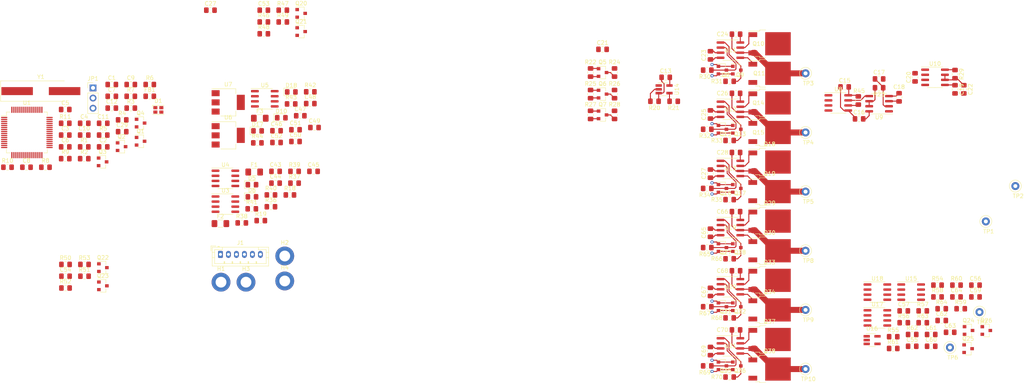
<source format=kicad_pcb>
(kicad_pcb (version 20171130) (host pcbnew 5.1.4)
  (layers (0 F.Cu signal) (31 B.Cu signal) (34 B.Paste user) (35 F.Paste user) (36 B.SilkS user) (37 F.SilkS user) (38 B.Mask user) (39 F.Mask user) (44 Edge.Cuts user))
  (net 0 "")
  (net 1 GND)
  (net 2 "Net-(C1-Pad1)")
  (net 3 "Net-(C2-Pad1)")
  (net 4 "Net-(C3-Pad2)")
  (net 5 "Net-(C4-Pad1)")
  (net 6 "Net-(C5-Pad1)")
  (net 7 +3V3)
  (net 8 VDDA)
  (net 9 /M1/Current)
  (net 10 "Net-(C18-Pad1)")
  (net 11 "Net-(C19-Pad1)")
  (net 12 +5V)
  (net 13 "Net-(C22-Pad1)")
  (net 14 Vmos)
  (net 15 /M1/phase_1/Output)
  (net 16 "Net-(C24-Pad1)")
  (net 17 /M1/phase_2/Output)
  (net 18 "Net-(C26-Pad1)")
  (net 19 /M1/phase_3/Output)
  (net 20 "Net-(C28-Pad1)")
  (net 21 Vcc_1)
  (net 22 "Net-(C45-Pad1)")
  (net 23 /STM32/CAN1_TX)
  (net 24 "Net-(C48-Pad1)")
  (net 25 "Net-(C49-Pad2)")
  (net 26 "Net-(C50-Pad1)")
  (net 27 /M2/Current)
  (net 28 "Net-(C61-Pad1)")
  (net 29 "Net-(C62-Pad1)")
  (net 30 "Net-(C64-Pad1)")
  (net 31 /M2/phase_1/Output)
  (net 32 "Net-(C66-Pad1)")
  (net 33 /M2/phase_2/Output)
  (net 34 "Net-(C68-Pad1)")
  (net 35 /M2/phase_3/Output)
  (net 36 "Net-(C70-Pad1)")
  (net 37 "Net-(D1-Pad4)")
  (net 38 "Net-(D1-Pad3)")
  (net 39 "Net-(D1-Pad2)")
  (net 40 "Net-(D5-Pad1)")
  (net 41 Vcc_2)
  (net 42 "Net-(D6-Pad1)")
  (net 43 "Net-(D10-Pad1)")
  (net 44 "Net-(D17-Pad1)")
  (net 45 "Net-(D18-Pad1)")
  (net 46 "Net-(F1-Pad2)")
  (net 47 "Net-(F2-Pad2)")
  (net 48 /CAN/+7V_CAN)
  (net 49 /STM32/DEBUG_TX)
  (net 50 /STM32/DEBUG_RX)
  (net 51 /STM32/SWDIO)
  (net 52 /STM32/SWCLK)
  (net 53 /STM32/SW_NRST)
  (net 54 "Net-(JP1-Pad2)")
  (net 55 "Net-(Q1-Pad3)")
  (net 56 /CAN/CAN_NRST)
  (net 57 "Net-(Q2-Pad3)")
  (net 58 "Net-(J10-Pad2)")
  (net 59 /M1/H1)
  (net 60 "Net-(J10-Pad3)")
  (net 61 /M1/H2)
  (net 62 "Net-(J10-Pad4)")
  (net 63 /M1/H3)
  (net 64 "Net-(Q8-Pad3)")
  (net 65 /STM32/M1_EN)
  (net 66 "Net-(Q9-Pad3)")
  (net 67 /M1/HVG1)
  (net 68 /M1/bridge_output)
  (net 69 /M1/LVG1)
  (net 70 "Net-(Q12-Pad3)")
  (net 71 "Net-(Q13-Pad3)")
  (net 72 /M1/HVG2)
  (net 73 /M1/LVG2)
  (net 74 "Net-(Q16-Pad3)")
  (net 75 "Net-(Q17-Pad3)")
  (net 76 /M1/HVG3)
  (net 77 /M1/LVG3)
  (net 78 "Net-(J8-Pad2)")
  (net 79 /STM32/Encoder_1_A)
  (net 80 "Net-(J8-Pad4)")
  (net 81 /STM32/Encoder_1_B)
  (net 82 "Net-(J11-Pad2)")
  (net 83 /STM32/Encoder_2_A)
  (net 84 "Net-(J11-Pad4)")
  (net 85 /STM32/Encoder_2_B)
  (net 86 "Net-(J13-Pad2)")
  (net 87 /M2/H1)
  (net 88 "Net-(J13-Pad3)")
  (net 89 /M2/H2)
  (net 90 "Net-(J13-Pad4)")
  (net 91 /M2/H3)
  (net 92 "Net-(Q27-Pad3)")
  (net 93 /STM32/M2_EN)
  (net 94 "Net-(Q28-Pad3)")
  (net 95 /M2/HVG1)
  (net 96 /M2/bridge_output)
  (net 97 /M2/LVG1)
  (net 98 "Net-(Q31-Pad3)")
  (net 99 "Net-(Q32-Pad3)")
  (net 100 /M2/HVG2)
  (net 101 /M2/LVG2)
  (net 102 "Net-(Q35-Pad3)")
  (net 103 "Net-(Q36-Pad3)")
  (net 104 /M2/HVG3)
  (net 105 /M2/LVG3)
  (net 106 "Net-(R6-Pad1)")
  (net 107 "Net-(R7-Pad2)")
  (net 108 "Net-(R8-Pad2)")
  (net 109 "Net-(R9-Pad2)")
  (net 110 "Net-(R10-Pad1)")
  (net 111 "Net-(R11-Pad1)")
  (net 112 "Net-(R21-Pad2)")
  (net 113 "Net-(R23-Pad2)")
  (net 114 "Net-(D7-Pad2)")
  (net 115 "Net-(D8-Pad2)")
  (net 116 "Net-(R40-Pad1)")
  (net 117 /M1/Current_fault)
  (net 118 /M2/Current_fault)
  (net 119 "Net-(R60-Pad2)")
  (net 120 "Net-(R63-Pad2)")
  (net 121 /M1/over_current)
  (net 122 /M2/over_current)
  (net 123 /STM32/CAN1_RX)
  (net 124 "Net-(U1-Pad59)")
  (net 125 "Net-(U1-Pad58)")
  (net 126 "Net-(U1-Pad57)")
  (net 127 "Net-(U1-Pad56)")
  (net 128 "Net-(U1-Pad55)")
  (net 129 "Net-(U1-Pad54)")
  (net 130 "Net-(U1-Pad53)")
  (net 131 "Net-(U1-Pad50)")
  (net 132 "Net-(U1-Pad28)")
  (net 133 "Net-(U1-Pad27)")
  (net 134 /STM32/Power_2_sense)
  (net 135 /STM32/Power_1_sense)
  (net 136 "Net-(U4-Pad8)")
  (net 137 "Net-(U4-Pad5)")
  (net 138 "Net-(U5-Pad8)")
  (net 139 "Net-(U5-Pad5)")
  (net 140 "Net-(U8-Pad7)")
  (net 141 "Net-(U10-Pad2)")
  (net 142 "Net-(U15-Pad7)")
  (net 143 "Net-(U17-Pad1)")
  (net 144 "Net-(Q10-Pad1)")
  (net 145 "Net-(Q11-Pad1)")
  (net 146 "Net-(Q14-Pad1)")
  (net 147 "Net-(Q15-Pad1)")
  (net 148 "Net-(Q18-Pad1)")
  (net 149 "Net-(Q19-Pad1)")
  (net 150 "Net-(Q29-Pad1)")
  (net 151 "Net-(Q30-Pad1)")
  (net 152 "Net-(Q33-Pad1)")
  (net 153 "Net-(Q34-Pad1)")
  (net 154 "Net-(Q37-Pad1)")
  (net 155 "Net-(Q38-Pad1)")
  (net 156 /M1/Phase_~EN)
  (net 157 /M2/Phase_~EN)
  (module TestPoint:TestPoint_Loop_D2.50mm_Drill1.0mm_LowProfile (layer F.Cu) (at 230 58.4)
    (fp_text reference TP3 (at 0.7 2.5) (layer F.SilkS))
    (fp_text value Test_OUT)
    (pad 1 thru_hole circle (at 0 0) (size 2 2) (drill 1) (layers *.Cu *.Mask) (net 15 /M1/phase_1/Output))
  )
  (module Capacitor_SMD:C_0805_2012Metric_Pad1.15x1.40mm_HandSolder (layer F.Cu) (at 212.6 122.6 180)
    (fp_text reference C70 (at 3.4 0) (layer F.SilkS))
    (fp_text value C)
    (pad 1 smd roundrect (at -1.025 0 180) (size 1.15 1.4) (layers F.Cu F.Paste F.Mask) (roundrect_rratio 0.217391) (net 36 "Net-(C70-Pad1)"))
    (pad 2 smd roundrect (at 1.025 0 180) (size 1.15 1.4) (layers F.Cu F.Paste F.Mask) (roundrect_rratio 0.217391) (net 35 /M2/phase_3/Output))
  )
  (module Capacitor_SMD:C_0805_2012Metric_Pad1.15x1.40mm_HandSolder (layer F.Cu) (at 212.6 107.8 180)
    (fp_text reference C68 (at 3.4 0) (layer F.SilkS))
    (fp_text value C)
    (pad 1 smd roundrect (at -1.025 0 180) (size 1.15 1.4) (layers F.Cu F.Paste F.Mask) (roundrect_rratio 0.217391) (net 34 "Net-(C68-Pad1)"))
    (pad 2 smd roundrect (at 1.025 0 180) (size 1.15 1.4) (layers F.Cu F.Paste F.Mask) (roundrect_rratio 0.217391) (net 33 /M2/phase_2/Output))
  )
  (module Capacitor_SMD:C_0805_2012Metric_Pad1.15x1.40mm_HandSolder (layer F.Cu) (at 212.6 93 180)
    (fp_text reference C66 (at 3.4 0) (layer F.SilkS))
    (fp_text value C)
    (pad 1 smd roundrect (at -1.025 0 180) (size 1.15 1.4) (layers F.Cu F.Paste F.Mask) (roundrect_rratio 0.217391) (net 32 "Net-(C66-Pad1)"))
    (pad 2 smd roundrect (at 1.025 0 180) (size 1.15 1.4) (layers F.Cu F.Paste F.Mask) (roundrect_rratio 0.217391) (net 31 /M2/phase_1/Output))
  )
  (module Capacitor_SMD:C_0805_2012Metric_Pad1.15x1.40mm_HandSolder (layer F.Cu) (at 212.6 78.2 180)
    (fp_text reference C28 (at 3.4 0) (layer F.SilkS))
    (fp_text value C)
    (pad 1 smd roundrect (at -1.025 0 180) (size 1.15 1.4) (layers F.Cu F.Paste F.Mask) (roundrect_rratio 0.217391) (net 20 "Net-(C28-Pad1)"))
    (pad 2 smd roundrect (at 1.025 0 180) (size 1.15 1.4) (layers F.Cu F.Paste F.Mask) (roundrect_rratio 0.217391) (net 19 /M1/phase_3/Output))
  )
  (module Capacitor_SMD:C_0805_2012Metric_Pad1.15x1.40mm_HandSolder (layer F.Cu) (at 212.6 63.4 180)
    (fp_text reference C26 (at 3.4 0) (layer F.SilkS))
    (fp_text value C)
    (pad 1 smd roundrect (at -1.025 0 180) (size 1.15 1.4) (layers F.Cu F.Paste F.Mask) (roundrect_rratio 0.217391) (net 18 "Net-(C26-Pad1)"))
    (pad 2 smd roundrect (at 1.025 0 180) (size 1.15 1.4) (layers F.Cu F.Paste F.Mask) (roundrect_rratio 0.217391) (net 17 /M1/phase_2/Output))
  )
  (module Capacitor_SMD:C_0805_2012Metric_Pad1.15x1.40mm_HandSolder (layer F.Cu) (at 206.2 127.9 90)
    (fp_text reference C69 (at 0 -1.65 90) (layer F.SilkS))
    (fp_text value 100n)
    (pad 2 smd roundrect (at 1.025 0 90) (size 1.15 1.4) (layers F.Cu F.Paste F.Mask) (roundrect_rratio 0.217391) (net 14 Vmos))
    (pad 1 smd roundrect (at -1.025 0 90) (size 1.15 1.4) (layers F.Cu F.Paste F.Mask) (roundrect_rratio 0.217391) (net 1 GND))
  )
  (module Capacitor_SMD:C_0805_2012Metric_Pad1.15x1.40mm_HandSolder (layer F.Cu) (at 206.2 113.1 90)
    (fp_text reference C67 (at 0 -1.65 90) (layer F.SilkS))
    (fp_text value 100n)
    (pad 2 smd roundrect (at 1.025 0 90) (size 1.15 1.4) (layers F.Cu F.Paste F.Mask) (roundrect_rratio 0.217391) (net 14 Vmos))
    (pad 1 smd roundrect (at -1.025 0 90) (size 1.15 1.4) (layers F.Cu F.Paste F.Mask) (roundrect_rratio 0.217391) (net 1 GND))
  )
  (module Capacitor_SMD:C_0805_2012Metric_Pad1.15x1.40mm_HandSolder (layer F.Cu) (at 206.2 98.3 90)
    (fp_text reference C65 (at 0 -1.65 90) (layer F.SilkS))
    (fp_text value 100n)
    (pad 2 smd roundrect (at 1.025 0 90) (size 1.15 1.4) (layers F.Cu F.Paste F.Mask) (roundrect_rratio 0.217391) (net 14 Vmos))
    (pad 1 smd roundrect (at -1.025 0 90) (size 1.15 1.4) (layers F.Cu F.Paste F.Mask) (roundrect_rratio 0.217391) (net 1 GND))
  )
  (module Capacitor_SMD:C_0805_2012Metric_Pad1.15x1.40mm_HandSolder (layer F.Cu) (at 206.2 83.5 90)
    (fp_text reference C27 (at 0 -1.65 90) (layer F.SilkS))
    (fp_text value 100n)
    (pad 2 smd roundrect (at 1.025 0 90) (size 1.15 1.4) (layers F.Cu F.Paste F.Mask) (roundrect_rratio 0.217391) (net 14 Vmos))
    (pad 1 smd roundrect (at -1.025 0 90) (size 1.15 1.4) (layers F.Cu F.Paste F.Mask) (roundrect_rratio 0.217391) (net 1 GND))
  )
  (module Capacitor_SMD:C_0805_2012Metric_Pad1.15x1.40mm_HandSolder (layer F.Cu) (at 206.2 68.7 90)
    (fp_text reference C25 (at 0 -1.65 90) (layer F.SilkS))
    (fp_text value 100n)
    (pad 2 smd roundrect (at 1.025 0 90) (size 1.15 1.4) (layers F.Cu F.Paste F.Mask) (roundrect_rratio 0.217391) (net 14 Vmos))
    (pad 1 smd roundrect (at -1.025 0 90) (size 1.15 1.4) (layers F.Cu F.Paste F.Mask) (roundrect_rratio 0.217391) (net 1 GND))
  )
  (module Package_TO_SOT_SMD:SOT-23 (layer F.Cu) (at 209.2 131.6)
    (fp_text reference Q35 (at 0.8 1.2 180) (layer F.SilkS))
    (fp_text value BSS138)
    (pad 1 smd rect (at -1 -0.95) (size 0.9 0.8) (layers F.Cu F.Paste F.Mask) (net 157 /M2/Phase_~EN))
    (pad 2 smd rect (at -1 0.95) (size 0.9 0.8) (layers F.Cu F.Paste F.Mask) (net 1 GND))
    (pad 3 smd rect (at 1 0) (size 0.9 0.8) (layers F.Cu F.Paste F.Mask) (net 102 "Net-(Q35-Pad3)"))
  )
  (module Package_TO_SOT_SMD:SOT-23 (layer F.Cu) (at 209.2 116.8)
    (fp_text reference Q31 (at 0.8 1.2 180) (layer F.SilkS))
    (fp_text value BSS138)
    (pad 1 smd rect (at -1 -0.95) (size 0.9 0.8) (layers F.Cu F.Paste F.Mask) (net 157 /M2/Phase_~EN))
    (pad 2 smd rect (at -1 0.95) (size 0.9 0.8) (layers F.Cu F.Paste F.Mask) (net 1 GND))
    (pad 3 smd rect (at 1 0) (size 0.9 0.8) (layers F.Cu F.Paste F.Mask) (net 98 "Net-(Q31-Pad3)"))
  )
  (module Package_TO_SOT_SMD:SOT-23 (layer F.Cu) (at 209.2 102)
    (fp_text reference Q27 (at 0.8 1.2 180) (layer F.SilkS))
    (fp_text value BSS138)
    (pad 1 smd rect (at -1 -0.95) (size 0.9 0.8) (layers F.Cu F.Paste F.Mask) (net 157 /M2/Phase_~EN))
    (pad 2 smd rect (at -1 0.95) (size 0.9 0.8) (layers F.Cu F.Paste F.Mask) (net 1 GND))
    (pad 3 smd rect (at 1 0) (size 0.9 0.8) (layers F.Cu F.Paste F.Mask) (net 92 "Net-(Q27-Pad3)"))
  )
  (module Package_TO_SOT_SMD:SOT-23 (layer F.Cu) (at 209.2 87.2)
    (fp_text reference Q16 (at 0.8 1.2 180) (layer F.SilkS))
    (fp_text value BSS138)
    (pad 1 smd rect (at -1 -0.95) (size 0.9 0.8) (layers F.Cu F.Paste F.Mask) (net 156 /M1/Phase_~EN))
    (pad 2 smd rect (at -1 0.95) (size 0.9 0.8) (layers F.Cu F.Paste F.Mask) (net 1 GND))
    (pad 3 smd rect (at 1 0) (size 0.9 0.8) (layers F.Cu F.Paste F.Mask) (net 74 "Net-(Q16-Pad3)"))
  )
  (module Package_TO_SOT_SMD:SOT-23 (layer F.Cu) (at 209.2 72.4)
    (fp_text reference Q12 (at 0.8 1.2 180) (layer F.SilkS))
    (fp_text value BSS138)
    (pad 1 smd rect (at -1 -0.95) (size 0.9 0.8) (layers F.Cu F.Paste F.Mask) (net 156 /M1/Phase_~EN))
    (pad 2 smd rect (at -1 0.95) (size 0.9 0.8) (layers F.Cu F.Paste F.Mask) (net 1 GND))
    (pad 3 smd rect (at 1 0) (size 0.9 0.8) (layers F.Cu F.Paste F.Mask) (net 70 "Net-(Q12-Pad3)"))
  )
  (module Resistor_SMD:R_0805_2012Metric_Pad1.15x1.40mm_HandSolder (layer F.Cu) (at 205.4 131.6 180)
    (fp_text reference R69 (at 0.6 -1.65) (layer F.SilkS))
    (fp_text value 10k)
    (pad 1 smd roundrect (at -1.025 0 180) (size 1.15 1.4) (layers F.Cu F.Paste F.Mask) (roundrect_rratio 0.217391) (net 102 "Net-(Q35-Pad3)"))
    (pad 2 smd roundrect (at 1.025 0 180) (size 1.15 1.4) (layers F.Cu F.Paste F.Mask) (roundrect_rratio 0.217391) (net 104 /M2/HVG3))
  )
  (module Resistor_SMD:R_0805_2012Metric_Pad1.15x1.40mm_HandSolder (layer F.Cu) (at 205.4 116.8 180)
    (fp_text reference R67 (at 0.6 -1.65) (layer F.SilkS))
    (fp_text value 10k)
    (pad 1 smd roundrect (at -1.025 0 180) (size 1.15 1.4) (layers F.Cu F.Paste F.Mask) (roundrect_rratio 0.217391) (net 98 "Net-(Q31-Pad3)"))
    (pad 2 smd roundrect (at 1.025 0 180) (size 1.15 1.4) (layers F.Cu F.Paste F.Mask) (roundrect_rratio 0.217391) (net 100 /M2/HVG2))
  )
  (module Resistor_SMD:R_0805_2012Metric_Pad1.15x1.40mm_HandSolder (layer F.Cu) (at 205.4 102 180)
    (fp_text reference R65 (at 0.6 -1.65) (layer F.SilkS))
    (fp_text value 10k)
    (pad 1 smd roundrect (at -1.025 0 180) (size 1.15 1.4) (layers F.Cu F.Paste F.Mask) (roundrect_rratio 0.217391) (net 92 "Net-(Q27-Pad3)"))
    (pad 2 smd roundrect (at 1.025 0 180) (size 1.15 1.4) (layers F.Cu F.Paste F.Mask) (roundrect_rratio 0.217391) (net 95 /M2/HVG1))
  )
  (module Resistor_SMD:R_0805_2012Metric_Pad1.15x1.40mm_HandSolder (layer F.Cu) (at 205.4 87.2 180)
    (fp_text reference R34 (at 0.6 -1.65) (layer F.SilkS))
    (fp_text value 10k)
    (pad 1 smd roundrect (at -1.025 0 180) (size 1.15 1.4) (layers F.Cu F.Paste F.Mask) (roundrect_rratio 0.217391) (net 74 "Net-(Q16-Pad3)"))
    (pad 2 smd roundrect (at 1.025 0 180) (size 1.15 1.4) (layers F.Cu F.Paste F.Mask) (roundrect_rratio 0.217391) (net 76 /M1/HVG3))
  )
  (module Resistor_SMD:R_0805_2012Metric_Pad1.15x1.40mm_HandSolder (layer F.Cu) (at 205.4 72.4 180)
    (fp_text reference R32 (at 0.6 -1.65) (layer F.SilkS))
    (fp_text value 10k)
    (pad 1 smd roundrect (at -1.025 0 180) (size 1.15 1.4) (layers F.Cu F.Paste F.Mask) (roundrect_rratio 0.217391) (net 70 "Net-(Q12-Pad3)"))
    (pad 2 smd roundrect (at 1.025 0 180) (size 1.15 1.4) (layers F.Cu F.Paste F.Mask) (roundrect_rratio 0.217391) (net 72 /M1/HVG2))
  )
  (module Package_SO:SOIC-8_3.9x4.9mm_P1.27mm (layer F.Cu) (at 211.2 126.6)
    (fp_text reference U21 (at 0 0) (layer F.SilkS))
    (fp_text value L6388E)
    (pad 1 smd roundrect (at -2.475 -1.905) (size 1.95 0.6) (layers F.Cu F.Paste F.Mask) (net 103 "Net-(Q36-Pad3)"))
    (pad 2 smd roundrect (at -2.475 -0.635) (size 1.95 0.6) (layers F.Cu F.Paste F.Mask) (net 102 "Net-(Q35-Pad3)"))
    (pad 3 smd roundrect (at -2.475 0.635) (size 1.95 0.6) (layers F.Cu F.Paste F.Mask) (net 14 Vmos))
    (pad 4 smd roundrect (at -2.475 1.905) (size 1.95 0.6) (layers F.Cu F.Paste F.Mask) (net 1 GND))
    (pad 5 smd roundrect (at 2.475 1.905) (size 1.95 0.6) (layers F.Cu F.Paste F.Mask) (net 155 "Net-(Q38-Pad1)"))
    (pad 6 smd roundrect (at 2.475 0.635) (size 1.95 0.6) (layers F.Cu F.Paste F.Mask) (net 35 /M2/phase_3/Output))
    (pad 7 smd roundrect (at 2.475 -0.635) (size 1.95 0.6) (layers F.Cu F.Paste F.Mask) (net 154 "Net-(Q37-Pad1)"))
    (pad 8 smd roundrect (at 2.475 -1.905) (size 1.95 0.6) (layers F.Cu F.Paste F.Mask) (net 36 "Net-(C70-Pad1)"))
  )
  (module Package_SO:SOIC-8_3.9x4.9mm_P1.27mm (layer F.Cu) (at 211.2 111.8)
    (fp_text reference U20 (at 0 0) (layer F.SilkS))
    (fp_text value L6388E)
    (pad 1 smd roundrect (at -2.475 -1.905) (size 1.95 0.6) (layers F.Cu F.Paste F.Mask) (net 99 "Net-(Q32-Pad3)"))
    (pad 2 smd roundrect (at -2.475 -0.635) (size 1.95 0.6) (layers F.Cu F.Paste F.Mask) (net 98 "Net-(Q31-Pad3)"))
    (pad 3 smd roundrect (at -2.475 0.635) (size 1.95 0.6) (layers F.Cu F.Paste F.Mask) (net 14 Vmos))
    (pad 4 smd roundrect (at -2.475 1.905) (size 1.95 0.6) (layers F.Cu F.Paste F.Mask) (net 1 GND))
    (pad 5 smd roundrect (at 2.475 1.905) (size 1.95 0.6) (layers F.Cu F.Paste F.Mask) (net 153 "Net-(Q34-Pad1)"))
    (pad 6 smd roundrect (at 2.475 0.635) (size 1.95 0.6) (layers F.Cu F.Paste F.Mask) (net 33 /M2/phase_2/Output))
    (pad 7 smd roundrect (at 2.475 -0.635) (size 1.95 0.6) (layers F.Cu F.Paste F.Mask) (net 152 "Net-(Q33-Pad1)"))
    (pad 8 smd roundrect (at 2.475 -1.905) (size 1.95 0.6) (layers F.Cu F.Paste F.Mask) (net 34 "Net-(C68-Pad1)"))
  )
  (module Package_SO:SOIC-8_3.9x4.9mm_P1.27mm (layer F.Cu) (at 211.2 97)
    (fp_text reference U19 (at 0 0) (layer F.SilkS))
    (fp_text value L6388E)
    (pad 1 smd roundrect (at -2.475 -1.905) (size 1.95 0.6) (layers F.Cu F.Paste F.Mask) (net 94 "Net-(Q28-Pad3)"))
    (pad 2 smd roundrect (at -2.475 -0.635) (size 1.95 0.6) (layers F.Cu F.Paste F.Mask) (net 92 "Net-(Q27-Pad3)"))
    (pad 3 smd roundrect (at -2.475 0.635) (size 1.95 0.6) (layers F.Cu F.Paste F.Mask) (net 14 Vmos))
    (pad 4 smd roundrect (at -2.475 1.905) (size 1.95 0.6) (layers F.Cu F.Paste F.Mask) (net 1 GND))
    (pad 5 smd roundrect (at 2.475 1.905) (size 1.95 0.6) (layers F.Cu F.Paste F.Mask) (net 151 "Net-(Q30-Pad1)"))
    (pad 6 smd roundrect (at 2.475 0.635) (size 1.95 0.6) (layers F.Cu F.Paste F.Mask) (net 31 /M2/phase_1/Output))
    (pad 7 smd roundrect (at 2.475 -0.635) (size 1.95 0.6) (layers F.Cu F.Paste F.Mask) (net 150 "Net-(Q29-Pad1)"))
    (pad 8 smd roundrect (at 2.475 -1.905) (size 1.95 0.6) (layers F.Cu F.Paste F.Mask) (net 32 "Net-(C66-Pad1)"))
  )
  (module Package_SO:SOIC-8_3.9x4.9mm_P1.27mm (layer F.Cu) (at 211.2 82.2)
    (fp_text reference U13 (at 0 0) (layer F.SilkS))
    (fp_text value L6388E)
    (pad 1 smd roundrect (at -2.475 -1.905) (size 1.95 0.6) (layers F.Cu F.Paste F.Mask) (net 75 "Net-(Q17-Pad3)"))
    (pad 2 smd roundrect (at -2.475 -0.635) (size 1.95 0.6) (layers F.Cu F.Paste F.Mask) (net 74 "Net-(Q16-Pad3)"))
    (pad 3 smd roundrect (at -2.475 0.635) (size 1.95 0.6) (layers F.Cu F.Paste F.Mask) (net 14 Vmos))
    (pad 4 smd roundrect (at -2.475 1.905) (size 1.95 0.6) (layers F.Cu F.Paste F.Mask) (net 1 GND))
    (pad 5 smd roundrect (at 2.475 1.905) (size 1.95 0.6) (layers F.Cu F.Paste F.Mask) (net 149 "Net-(Q19-Pad1)"))
    (pad 6 smd roundrect (at 2.475 0.635) (size 1.95 0.6) (layers F.Cu F.Paste F.Mask) (net 19 /M1/phase_3/Output))
    (pad 7 smd roundrect (at 2.475 -0.635) (size 1.95 0.6) (layers F.Cu F.Paste F.Mask) (net 148 "Net-(Q18-Pad1)"))
    (pad 8 smd roundrect (at 2.475 -1.905) (size 1.95 0.6) (layers F.Cu F.Paste F.Mask) (net 20 "Net-(C28-Pad1)"))
  )
  (module Package_SO:SOIC-8_3.9x4.9mm_P1.27mm (layer F.Cu) (at 211.2 67.4)
    (fp_text reference U12 (at 0 0) (layer F.SilkS))
    (fp_text value L6388E)
    (pad 1 smd roundrect (at -2.475 -1.905) (size 1.95 0.6) (layers F.Cu F.Paste F.Mask) (net 71 "Net-(Q13-Pad3)"))
    (pad 2 smd roundrect (at -2.475 -0.635) (size 1.95 0.6) (layers F.Cu F.Paste F.Mask) (net 70 "Net-(Q12-Pad3)"))
    (pad 3 smd roundrect (at -2.475 0.635) (size 1.95 0.6) (layers F.Cu F.Paste F.Mask) (net 14 Vmos))
    (pad 4 smd roundrect (at -2.475 1.905) (size 1.95 0.6) (layers F.Cu F.Paste F.Mask) (net 1 GND))
    (pad 5 smd roundrect (at 2.475 1.905) (size 1.95 0.6) (layers F.Cu F.Paste F.Mask) (net 147 "Net-(Q15-Pad1)"))
    (pad 6 smd roundrect (at 2.475 0.635) (size 1.95 0.6) (layers F.Cu F.Paste F.Mask) (net 17 /M1/phase_2/Output))
    (pad 7 smd roundrect (at 2.475 -0.635) (size 1.95 0.6) (layers F.Cu F.Paste F.Mask) (net 146 "Net-(Q14-Pad1)"))
    (pad 8 smd roundrect (at 2.475 -1.905) (size 1.95 0.6) (layers F.Cu F.Paste F.Mask) (net 18 "Net-(C26-Pad1)"))
  )
  (module Resistor_SMD:R_0805_2012Metric_Pad1.15x1.40mm_HandSolder (layer F.Cu) (at 211 134.4 180)
    (fp_text reference R70 (at 3.2 0) (layer F.SilkS))
    (fp_text value 10k)
    (pad 1 smd roundrect (at -1.025 0 180) (size 1.15 1.4) (layers F.Cu F.Paste F.Mask) (roundrect_rratio 0.217391) (net 103 "Net-(Q36-Pad3)"))
    (pad 2 smd roundrect (at 1.025 0 180) (size 1.15 1.4) (layers F.Cu F.Paste F.Mask) (roundrect_rratio 0.217391) (net 105 /M2/LVG3))
  )
  (module Resistor_SMD:R_0805_2012Metric_Pad1.15x1.40mm_HandSolder (layer F.Cu) (at 211 119.6 180)
    (fp_text reference R68 (at 3.2 0) (layer F.SilkS))
    (fp_text value 10k)
    (pad 1 smd roundrect (at -1.025 0 180) (size 1.15 1.4) (layers F.Cu F.Paste F.Mask) (roundrect_rratio 0.217391) (net 99 "Net-(Q32-Pad3)"))
    (pad 2 smd roundrect (at 1.025 0 180) (size 1.15 1.4) (layers F.Cu F.Paste F.Mask) (roundrect_rratio 0.217391) (net 101 /M2/LVG2))
  )
  (module Resistor_SMD:R_0805_2012Metric_Pad1.15x1.40mm_HandSolder (layer F.Cu) (at 211 104.8 180)
    (fp_text reference R66 (at 3.2 0) (layer F.SilkS))
    (fp_text value 10k)
    (pad 1 smd roundrect (at -1.025 0 180) (size 1.15 1.4) (layers F.Cu F.Paste F.Mask) (roundrect_rratio 0.217391) (net 94 "Net-(Q28-Pad3)"))
    (pad 2 smd roundrect (at 1.025 0 180) (size 1.15 1.4) (layers F.Cu F.Paste F.Mask) (roundrect_rratio 0.217391) (net 97 /M2/LVG1))
  )
  (module Resistor_SMD:R_0805_2012Metric_Pad1.15x1.40mm_HandSolder (layer F.Cu) (at 211 90 180)
    (fp_text reference R35 (at 3.2 0) (layer F.SilkS))
    (fp_text value 10k)
    (pad 1 smd roundrect (at -1.025 0 180) (size 1.15 1.4) (layers F.Cu F.Paste F.Mask) (roundrect_rratio 0.217391) (net 75 "Net-(Q17-Pad3)"))
    (pad 2 smd roundrect (at 1.025 0 180) (size 1.15 1.4) (layers F.Cu F.Paste F.Mask) (roundrect_rratio 0.217391) (net 77 /M1/LVG3))
  )
  (module Resistor_SMD:R_0805_2012Metric_Pad1.15x1.40mm_HandSolder (layer F.Cu) (at 211 75.2 180)
    (fp_text reference R33 (at 3.2 0) (layer F.SilkS))
    (fp_text value 10k)
    (pad 1 smd roundrect (at -1.025 0 180) (size 1.15 1.4) (layers F.Cu F.Paste F.Mask) (roundrect_rratio 0.217391) (net 71 "Net-(Q13-Pad3)"))
    (pad 2 smd roundrect (at 1.025 0 180) (size 1.15 1.4) (layers F.Cu F.Paste F.Mask) (roundrect_rratio 0.217391) (net 73 /M1/LVG2))
  )
  (module Package_TO_SOT_SMD:SOT-23 (layer F.Cu) (at 212.8 131.6)
    (fp_text reference Q36 (at 0.8 1.2 180) (layer F.SilkS))
    (fp_text value BSS138)
    (pad 1 smd rect (at -1 -0.95) (size 0.9 0.8) (layers F.Cu F.Paste F.Mask) (net 157 /M2/Phase_~EN))
    (pad 2 smd rect (at -1 0.95) (size 0.9 0.8) (layers F.Cu F.Paste F.Mask) (net 1 GND))
    (pad 3 smd rect (at 1 0) (size 0.9 0.8) (layers F.Cu F.Paste F.Mask) (net 103 "Net-(Q36-Pad3)"))
  )
  (module Package_TO_SOT_SMD:SOT-23 (layer F.Cu) (at 212.8 116.8)
    (fp_text reference Q32 (at 0.8 1.2 180) (layer F.SilkS))
    (fp_text value BSS138)
    (pad 1 smd rect (at -1 -0.95) (size 0.9 0.8) (layers F.Cu F.Paste F.Mask) (net 157 /M2/Phase_~EN))
    (pad 2 smd rect (at -1 0.95) (size 0.9 0.8) (layers F.Cu F.Paste F.Mask) (net 1 GND))
    (pad 3 smd rect (at 1 0) (size 0.9 0.8) (layers F.Cu F.Paste F.Mask) (net 99 "Net-(Q32-Pad3)"))
  )
  (module Package_TO_SOT_SMD:SOT-23 (layer F.Cu) (at 212.8 102)
    (fp_text reference Q28 (at 0.8 1.2 180) (layer F.SilkS))
    (fp_text value BSS138)
    (pad 1 smd rect (at -1 -0.95) (size 0.9 0.8) (layers F.Cu F.Paste F.Mask) (net 157 /M2/Phase_~EN))
    (pad 2 smd rect (at -1 0.95) (size 0.9 0.8) (layers F.Cu F.Paste F.Mask) (net 1 GND))
    (pad 3 smd rect (at 1 0) (size 0.9 0.8) (layers F.Cu F.Paste F.Mask) (net 94 "Net-(Q28-Pad3)"))
  )
  (module Package_TO_SOT_SMD:SOT-23 (layer F.Cu) (at 212.8 87.2)
    (fp_text reference Q17 (at 0.8 1.2 180) (layer F.SilkS))
    (fp_text value BSS138)
    (pad 1 smd rect (at -1 -0.95) (size 0.9 0.8) (layers F.Cu F.Paste F.Mask) (net 156 /M1/Phase_~EN))
    (pad 2 smd rect (at -1 0.95) (size 0.9 0.8) (layers F.Cu F.Paste F.Mask) (net 1 GND))
    (pad 3 smd rect (at 1 0) (size 0.9 0.8) (layers F.Cu F.Paste F.Mask) (net 75 "Net-(Q17-Pad3)"))
  )
  (module Package_TO_SOT_SMD:SOT-23 (layer F.Cu) (at 212.8 72.4)
    (fp_text reference Q13 (at 0.8 1.2 180) (layer F.SilkS))
    (fp_text value BSS138)
    (pad 1 smd rect (at -1 -0.95) (size 0.9 0.8) (layers F.Cu F.Paste F.Mask) (net 156 /M1/Phase_~EN))
    (pad 2 smd rect (at -1 0.95) (size 0.9 0.8) (layers F.Cu F.Paste F.Mask) (net 1 GND))
    (pad 3 smd rect (at 1 0) (size 0.9 0.8) (layers F.Cu F.Paste F.Mask) (net 71 "Net-(Q13-Pad3)"))
  )
  (module Package_TO_SOT_SMD:SOT-23 (layer F.Cu) (at 212.8 57.6)
    (fp_text reference Q9 (at 0.8 1.2 180) (layer F.SilkS))
    (fp_text value BSS138)
    (pad 3 smd rect (at 1 0) (size 0.9 0.8) (layers F.Cu F.Paste F.Mask) (net 66 "Net-(Q9-Pad3)"))
    (pad 2 smd rect (at -1 0.95) (size 0.9 0.8) (layers F.Cu F.Paste F.Mask) (net 1 GND))
    (pad 1 smd rect (at -1 -0.95) (size 0.9 0.8) (layers F.Cu F.Paste F.Mask) (net 156 /M1/Phase_~EN))
  )
  (module Package_SO:SOIC-8_3.9x4.9mm_P1.27mm (layer F.Cu) (at 211.2 52.6)
    (fp_text reference U11 (at 0 0) (layer F.SilkS))
    (fp_text value L6388E)
    (pad 8 smd roundrect (at 2.475 -1.905) (size 1.95 0.6) (layers F.Cu F.Paste F.Mask) (net 16 "Net-(C24-Pad1)"))
    (pad 7 smd roundrect (at 2.475 -0.635) (size 1.95 0.6) (layers F.Cu F.Paste F.Mask) (net 144 "Net-(Q10-Pad1)"))
    (pad 6 smd roundrect (at 2.475 0.635) (size 1.95 0.6) (layers F.Cu F.Paste F.Mask) (net 15 /M1/phase_1/Output))
    (pad 5 smd roundrect (at 2.475 1.905) (size 1.95 0.6) (layers F.Cu F.Paste F.Mask) (net 145 "Net-(Q11-Pad1)"))
    (pad 4 smd roundrect (at -2.475 1.905) (size 1.95 0.6) (layers F.Cu F.Paste F.Mask) (net 1 GND))
    (pad 3 smd roundrect (at -2.475 0.635) (size 1.95 0.6) (layers F.Cu F.Paste F.Mask) (net 14 Vmos))
    (pad 2 smd roundrect (at -2.475 -0.635) (size 1.95 0.6) (layers F.Cu F.Paste F.Mask) (net 64 "Net-(Q8-Pad3)"))
    (pad 1 smd roundrect (at -2.475 -1.905) (size 1.95 0.6) (layers F.Cu F.Paste F.Mask) (net 66 "Net-(Q9-Pad3)"))
  )
  (module Resistor_SMD:R_0805_2012Metric_Pad1.15x1.40mm_HandSolder (layer F.Cu) (at 205.4 57.6 180)
    (fp_text reference R30 (at 0.6 -1.65) (layer F.SilkS))
    (fp_text value 10k)
    (pad 2 smd roundrect (at 1.025 0 180) (size 1.15 1.4) (layers F.Cu F.Paste F.Mask) (roundrect_rratio 0.217391) (net 67 /M1/HVG1))
    (pad 1 smd roundrect (at -1.025 0 180) (size 1.15 1.4) (layers F.Cu F.Paste F.Mask) (roundrect_rratio 0.217391) (net 64 "Net-(Q8-Pad3)"))
  )
  (module Capacitor_SMD:C_0805_2012Metric_Pad1.15x1.40mm_HandSolder (layer F.Cu) (at 212.6 48.6 180)
    (fp_text reference C24 (at 3.4 0) (layer F.SilkS))
    (fp_text value C)
    (pad 2 smd roundrect (at 1.025 0 180) (size 1.15 1.4) (layers F.Cu F.Paste F.Mask) (roundrect_rratio 0.217391) (net 15 /M1/phase_1/Output))
    (pad 1 smd roundrect (at -1.025 0 180) (size 1.15 1.4) (layers F.Cu F.Paste F.Mask) (roundrect_rratio 0.217391) (net 16 "Net-(C24-Pad1)"))
  )
  (module Resistor_SMD:R_0805_2012Metric_Pad1.15x1.40mm_HandSolder (layer F.Cu) (at 211 60.4 180)
    (fp_text reference R31 (at 3.2 0) (layer F.SilkS))
    (fp_text value 10k)
    (pad 2 smd roundrect (at 1.025 0 180) (size 1.15 1.4) (layers F.Cu F.Paste F.Mask) (roundrect_rratio 0.217391) (net 69 /M1/LVG1))
    (pad 1 smd roundrect (at -1.025 0 180) (size 1.15 1.4) (layers F.Cu F.Paste F.Mask) (roundrect_rratio 0.217391) (net 66 "Net-(Q9-Pad3)"))
  )
  (module Package_TO_SOT_SMD:SOT-23 (layer F.Cu) (at 209.2 57.6)
    (fp_text reference Q8 (at 0.8 1.2 180) (layer F.SilkS))
    (fp_text value BSS138)
    (pad 3 smd rect (at 1 0) (size 0.9 0.8) (layers F.Cu F.Paste F.Mask) (net 64 "Net-(Q8-Pad3)"))
    (pad 2 smd rect (at -1 0.95) (size 0.9 0.8) (layers F.Cu F.Paste F.Mask) (net 1 GND))
    (pad 1 smd rect (at -1 -0.95) (size 0.9 0.8) (layers F.Cu F.Paste F.Mask) (net 156 /M1/Phase_~EN))
  )
  (module Capacitor_SMD:C_0805_2012Metric_Pad1.15x1.40mm_HandSolder (layer F.Cu) (at 206.2 53.9 90)
    (fp_text reference C23 (at 0 -1.65 90) (layer F.SilkS))
    (fp_text value 100n)
    (pad 1 smd roundrect (at -1.025 0 90) (size 1.15 1.4) (layers F.Cu F.Paste F.Mask) (roundrect_rratio 0.217391) (net 1 GND))
    (pad 2 smd roundrect (at 1.025 0 90) (size 1.15 1.4) (layers F.Cu F.Paste F.Mask) (roundrect_rratio 0.217391) (net 14 Vmos))
  )
  (module Package_TO_SOT_SMD:TO-252-2 (layer F.Cu) (at 221 51)
    (fp_text reference Q10 (at -2.8 0) (layer F.SilkS))
    (fp_text value NMOS-T252)
    (pad 1 smd rect (at -4.2 -2.28) (size 2.2 1.2) (layers F.Cu F.Paste F.Mask) (net 144 "Net-(Q10-Pad1)"))
    (pad 3 smd rect (at -4.2 2.28) (size 2.2 1.2) (layers F.Cu F.Paste F.Mask) (net 15 /M1/phase_1/Output))
    (pad 2 smd rect (at 2.1 0) (size 6.4 5.8) (layers F.Cu F.Mask) (net 21 Vcc_1))
  )
  (module Package_TO_SOT_SMD:TO-252-2 (layer F.Cu) (at 221 58.4)
    (fp_text reference Q11 (at -2.6 0) (layer F.SilkS))
    (fp_text value NMOS-T252)
    (pad 1 smd rect (at -4.2 -2.28) (size 2.2 1.2) (layers F.Cu F.Paste F.Mask) (net 145 "Net-(Q11-Pad1)"))
    (pad 3 smd rect (at -4.2 2.28) (size 2.2 1.2) (layers F.Cu F.Paste F.Mask) (net 68 /M1/bridge_output))
    (pad 2 smd rect (at 2.1 0) (size 6.4 5.8) (layers F.Cu F.Mask) (net 15 /M1/phase_1/Output))
  )
  (module Crystal:Crystal_SMD_HC49-SD_HandSoldering (layer F.Cu) (at 38.65 62.85)
    (fp_text reference Y1 (at 0 -3.55) (layer F.SilkS))
    (fp_text value 8Mhz)
    (pad 2 smd rect (at 5.9375 0) (size 7.875 2) (layers F.Cu F.Paste F.Mask) (net 3 "Net-(C2-Pad1)"))
    (pad 1 smd rect (at -5.9375 0) (size 7.875 2) (layers F.Cu F.Paste F.Mask) (net 2 "Net-(C1-Pad1)"))
  )
  (module Package_SO:SOIC-8_3.9x4.9mm_P1.27mm (layer F.Cu) (at 247.97 113.15)
    (fp_text reference U18 (at 0 -3.4) (layer F.SilkS))
    (fp_text value LMC555xM)
    (pad 8 smd roundrect (at 2.475 -1.905) (size 1.95 0.6) (layers F.Cu F.Paste F.Mask) (net 7 +3V3))
    (pad 7 smd roundrect (at 2.475 -0.635) (size 1.95 0.6) (layers F.Cu F.Paste F.Mask) (net 30 "Net-(C64-Pad1)"))
    (pad 6 smd roundrect (at 2.475 0.635) (size 1.95 0.6) (layers F.Cu F.Paste F.Mask) (net 30 "Net-(C64-Pad1)"))
    (pad 5 smd roundrect (at 2.475 1.905) (size 1.95 0.6) (layers F.Cu F.Paste F.Mask) (net 29 "Net-(C62-Pad1)"))
    (pad 4 smd roundrect (at -2.475 1.905) (size 1.95 0.6) (layers F.Cu F.Paste F.Mask) (net 7 +3V3))
    (pad 3 smd roundrect (at -2.475 0.635) (size 1.95 0.6) (layers F.Cu F.Paste F.Mask) (net 122 /M2/over_current))
    (pad 2 smd roundrect (at -2.475 -0.635) (size 1.95 0.6) (layers F.Cu F.Paste F.Mask) (net 143 "Net-(U17-Pad1)"))
    (pad 1 smd roundrect (at -2.475 -1.905) (size 1.95 0.6) (layers F.Cu F.Paste F.Mask) (net 1 GND))
  )
  (module Package_SO:SOIC-8_3.9x4.9mm_P1.27mm (layer F.Cu) (at 247.97 119.6)
    (fp_text reference U17 (at 0 -3.4) (layer F.SilkS))
    (fp_text value LM358)
    (pad 8 smd roundrect (at 2.475 -1.905) (size 1.95 0.6) (layers F.Cu F.Paste F.Mask) (net 7 +3V3))
    (pad 7 smd roundrect (at 2.475 -0.635) (size 1.95 0.6) (layers F.Cu F.Paste F.Mask) (net 120 "Net-(R63-Pad2)"))
    (pad 6 smd roundrect (at 2.475 0.635) (size 1.95 0.6) (layers F.Cu F.Paste F.Mask) (net 120 "Net-(R63-Pad2)"))
    (pad 5 smd roundrect (at 2.475 1.905) (size 1.95 0.6) (layers F.Cu F.Paste F.Mask) (net 142 "Net-(U15-Pad7)"))
    (pad 4 smd roundrect (at -2.475 1.905) (size 1.95 0.6) (layers F.Cu F.Paste F.Mask) (net 1 GND))
    (pad 3 smd roundrect (at -2.475 0.635) (size 1.95 0.6) (layers F.Cu F.Paste F.Mask) (net 28 "Net-(C61-Pad1)"))
    (pad 2 smd roundrect (at -2.475 -0.635) (size 1.95 0.6) (layers F.Cu F.Paste F.Mask) (net 27 /M2/Current))
    (pad 1 smd roundrect (at -2.475 -1.905) (size 1.95 0.6) (layers F.Cu F.Paste F.Mask) (net 143 "Net-(U17-Pad1)"))
  )
  (module Package_TO_SOT_SMD:SOT-23-5_HandSoldering (layer F.Cu) (at 246.65 125.15)
    (fp_text reference U16 (at 0 -2.9) (layer F.SilkS))
    (fp_text value SN74LVC1G32)
    (pad 5 smd rect (at 1.35 -0.95) (size 1.56 0.65) (layers F.Cu F.Paste F.Mask) (net 7 +3V3))
    (pad 4 smd rect (at 1.35 0.95) (size 1.56 0.65) (layers F.Cu F.Paste F.Mask) (net 119 "Net-(R60-Pad2)"))
    (pad 3 smd rect (at -1.35 0.95) (size 1.56 0.65) (layers F.Cu F.Paste F.Mask) (net 1 GND))
    (pad 2 smd rect (at -1.35 0) (size 1.56 0.65) (layers F.Cu F.Paste F.Mask) (net 93 /STM32/M2_EN))
    (pad 1 smd rect (at -1.35 -0.95) (size 1.56 0.65) (layers F.Cu F.Paste F.Mask) (net 122 /M2/over_current))
  )
  (module Package_SO:SOIC-8_3.9x4.9mm_P1.27mm (layer F.Cu) (at 256.42 113.15)
    (fp_text reference U15 (at 0 -3.4) (layer F.SilkS))
    (fp_text value ACS711xLCTR-12AB)
    (pad 8 smd roundrect (at 2.475 -1.905) (size 1.95 0.6) (layers F.Cu F.Paste F.Mask) (net 7 +3V3))
    (pad 7 smd roundrect (at 2.475 -0.635) (size 1.95 0.6) (layers F.Cu F.Paste F.Mask) (net 142 "Net-(U15-Pad7)"))
    (pad 6 smd roundrect (at 2.475 0.635) (size 1.95 0.6) (layers F.Cu F.Paste F.Mask) (net 118 /M2/Current_fault))
    (pad 5 smd roundrect (at 2.475 1.905) (size 1.95 0.6) (layers F.Cu F.Paste F.Mask) (net 1 GND))
    (pad 4 smd roundrect (at -2.475 1.905) (size 1.95 0.6) (layers F.Cu F.Paste F.Mask) (net 1 GND))
    (pad 3 smd roundrect (at -2.475 0.635) (size 1.95 0.6) (layers F.Cu F.Paste F.Mask) (net 1 GND))
    (pad 2 smd roundrect (at -2.475 -0.635) (size 1.95 0.6) (layers F.Cu F.Paste F.Mask) (net 96 /M2/bridge_output))
    (pad 1 smd roundrect (at -2.475 -1.905) (size 1.95 0.6) (layers F.Cu F.Paste F.Mask) (net 96 /M2/bridge_output))
  )
  (module Package_TO_SOT_SMD:SOT-23-5_HandSoldering (layer F.Cu) (at 194.6 62.4)
    (fp_text reference U14 (at 3.2 0 90) (layer F.SilkS))
    (fp_text value SN74LVC1G32)
    (pad 5 smd rect (at 1.35 -0.95) (size 1.56 0.65) (layers F.Cu F.Paste F.Mask) (net 7 +3V3))
    (pad 4 smd rect (at 1.35 0.95) (size 1.56 0.65) (layers F.Cu F.Paste F.Mask) (net 112 "Net-(R21-Pad2)"))
    (pad 3 smd rect (at -1.35 0.95) (size 1.56 0.65) (layers F.Cu F.Paste F.Mask) (net 1 GND))
    (pad 2 smd rect (at -1.35 0) (size 1.56 0.65) (layers F.Cu F.Paste F.Mask) (net 65 /STM32/M1_EN))
    (pad 1 smd rect (at -1.35 -0.95) (size 1.56 0.65) (layers F.Cu F.Paste F.Mask) (net 121 /M1/over_current))
  )
  (module Package_SO:SOIC-8_3.9x4.9mm_P1.27mm (layer F.Cu) (at 262.4 59.4)
    (fp_text reference U10 (at 0 -3.4) (layer F.SilkS))
    (fp_text value LMC555xM)
    (pad 8 smd roundrect (at 2.475 -1.905) (size 1.95 0.6) (layers F.Cu F.Paste F.Mask) (net 7 +3V3))
    (pad 7 smd roundrect (at 2.475 -0.635) (size 1.95 0.6) (layers F.Cu F.Paste F.Mask) (net 13 "Net-(C22-Pad1)"))
    (pad 6 smd roundrect (at 2.475 0.635) (size 1.95 0.6) (layers F.Cu F.Paste F.Mask) (net 13 "Net-(C22-Pad1)"))
    (pad 5 smd roundrect (at 2.475 1.905) (size 1.95 0.6) (layers F.Cu F.Paste F.Mask) (net 11 "Net-(C19-Pad1)"))
    (pad 4 smd roundrect (at -2.475 1.905) (size 1.95 0.6) (layers F.Cu F.Paste F.Mask) (net 7 +3V3))
    (pad 3 smd roundrect (at -2.475 0.635) (size 1.95 0.6) (layers F.Cu F.Paste F.Mask) (net 121 /M1/over_current))
    (pad 2 smd roundrect (at -2.475 -0.635) (size 1.95 0.6) (layers F.Cu F.Paste F.Mask) (net 141 "Net-(U10-Pad2)"))
    (pad 1 smd roundrect (at -2.475 -1.905) (size 1.95 0.6) (layers F.Cu F.Paste F.Mask) (net 1 GND))
  )
  (module Package_SO:SOIC-8_3.9x4.9mm_P1.27mm (layer F.Cu) (at 248.4 66 180)
    (fp_text reference U9 (at 0 -3.4) (layer F.SilkS))
    (fp_text value LM358)
    (pad 8 smd roundrect (at 2.475 -1.905 180) (size 1.95 0.6) (layers F.Cu F.Paste F.Mask) (net 7 +3V3))
    (pad 7 smd roundrect (at 2.475 -0.635 180) (size 1.95 0.6) (layers F.Cu F.Paste F.Mask) (net 113 "Net-(R23-Pad2)"))
    (pad 6 smd roundrect (at 2.475 0.635 180) (size 1.95 0.6) (layers F.Cu F.Paste F.Mask) (net 113 "Net-(R23-Pad2)"))
    (pad 5 smd roundrect (at 2.475 1.905 180) (size 1.95 0.6) (layers F.Cu F.Paste F.Mask) (net 140 "Net-(U8-Pad7)"))
    (pad 4 smd roundrect (at -2.475 1.905 180) (size 1.95 0.6) (layers F.Cu F.Paste F.Mask) (net 1 GND))
    (pad 3 smd roundrect (at -2.475 0.635 180) (size 1.95 0.6) (layers F.Cu F.Paste F.Mask) (net 10 "Net-(C18-Pad1)"))
    (pad 2 smd roundrect (at -2.475 -0.635 180) (size 1.95 0.6) (layers F.Cu F.Paste F.Mask) (net 9 /M1/Current))
    (pad 1 smd roundrect (at -2.475 -1.905 180) (size 1.95 0.6) (layers F.Cu F.Paste F.Mask) (net 141 "Net-(U10-Pad2)"))
  )
  (module Package_SO:SOIC-8_3.9x4.9mm_P1.27mm (layer F.Cu) (at 238.2 65.8)
    (fp_text reference U8 (at 0 -3.4) (layer F.SilkS))
    (fp_text value ACS711xLCTR-12AB)
    (pad 8 smd roundrect (at 2.475 -1.905) (size 1.95 0.6) (layers F.Cu F.Paste F.Mask) (net 7 +3V3))
    (pad 7 smd roundrect (at 2.475 -0.635) (size 1.95 0.6) (layers F.Cu F.Paste F.Mask) (net 140 "Net-(U8-Pad7)"))
    (pad 6 smd roundrect (at 2.475 0.635) (size 1.95 0.6) (layers F.Cu F.Paste F.Mask) (net 117 /M1/Current_fault))
    (pad 5 smd roundrect (at 2.475 1.905) (size 1.95 0.6) (layers F.Cu F.Paste F.Mask) (net 1 GND))
    (pad 4 smd roundrect (at -2.475 1.905) (size 1.95 0.6) (layers F.Cu F.Paste F.Mask) (net 1 GND))
    (pad 3 smd roundrect (at -2.475 0.635) (size 1.95 0.6) (layers F.Cu F.Paste F.Mask) (net 1 GND))
    (pad 2 smd roundrect (at -2.475 -0.635) (size 1.95 0.6) (layers F.Cu F.Paste F.Mask) (net 68 /M1/bridge_output))
    (pad 1 smd roundrect (at -2.475 -1.905) (size 1.95 0.6) (layers F.Cu F.Paste F.Mask) (net 68 /M1/bridge_output))
  )
  (module Package_TO_SOT_SMD:SOT-223-3_TabPin2 (layer F.Cu) (at 85.53 65.67)
    (fp_text reference U7 (at 0 -4.5) (layer F.SilkS))
    (fp_text value LD1117S33TR_SOT223)
    (pad 1 smd rect (at -3.15 -2.3) (size 2 1.5) (layers F.Cu F.Paste F.Mask) (net 1 GND))
    (pad 3 smd rect (at -3.15 2.3) (size 2 1.5) (layers F.Cu F.Paste F.Mask) (net 12 +5V))
    (pad 2 smd rect (at -3.15 0) (size 2 1.5) (layers F.Cu F.Paste F.Mask) (net 7 +3V3))
    (pad 2 smd rect (at 3.15 0) (size 2 3.8) (layers F.Cu F.Paste F.Mask) (net 7 +3V3))
  )
  (module Package_TO_SOT_SMD:SOT-223-3_TabPin2 (layer F.Cu) (at 85.53 73.92)
    (fp_text reference U6 (at 0 -4.5) (layer F.SilkS))
    (fp_text value LD1117S50TR_SOT223)
    (pad 1 smd rect (at -3.15 -2.3) (size 2 1.5) (layers F.Cu F.Paste F.Mask) (net 1 GND))
    (pad 3 smd rect (at -3.15 2.3) (size 2 1.5) (layers F.Cu F.Paste F.Mask) (net 24 "Net-(C48-Pad1)"))
    (pad 2 smd rect (at -3.15 0) (size 2 1.5) (layers F.Cu F.Paste F.Mask) (net 12 +5V))
    (pad 2 smd rect (at 3.15 0) (size 2 3.8) (layers F.Cu F.Paste F.Mask) (net 12 +5V))
  )
  (module Package_SO:SOIC-8_3.9x4.9mm_P1.27mm (layer F.Cu) (at 94.68 64.77)
    (fp_text reference U5 (at 0 -3.4) (layer F.SilkS))
    (fp_text value TCAN332)
    (pad 8 smd roundrect (at 2.475 -1.905) (size 1.95 0.6) (layers F.Cu F.Paste F.Mask) (net 138 "Net-(U5-Pad8)"))
    (pad 7 smd roundrect (at 2.475 -0.635) (size 1.95 0.6) (layers F.Cu F.Paste F.Mask) (net 25 "Net-(C49-Pad2)"))
    (pad 6 smd roundrect (at 2.475 0.635) (size 1.95 0.6) (layers F.Cu F.Paste F.Mask) (net 26 "Net-(C50-Pad1)"))
    (pad 5 smd roundrect (at 2.475 1.905) (size 1.95 0.6) (layers F.Cu F.Paste F.Mask) (net 139 "Net-(U5-Pad5)"))
    (pad 4 smd roundrect (at -2.475 1.905) (size 1.95 0.6) (layers F.Cu F.Paste F.Mask) (net 123 /STM32/CAN1_RX))
    (pad 3 smd roundrect (at -2.475 0.635) (size 1.95 0.6) (layers F.Cu F.Paste F.Mask) (net 7 +3V3))
    (pad 2 smd roundrect (at -2.475 -0.635) (size 1.95 0.6) (layers F.Cu F.Paste F.Mask) (net 1 GND))
    (pad 1 smd roundrect (at -2.475 -1.905) (size 1.95 0.6) (layers F.Cu F.Paste F.Mask) (net 23 /STM32/CAN1_TX))
  )
  (module Package_SO:SOIC-8_3.9x4.9mm_P1.27mm (layer F.Cu) (at 84.83 84.68)
    (fp_text reference U4 (at 0 -3.4) (layer F.SilkS))
    (fp_text value LM317L_SO8)
    (pad 8 smd roundrect (at 2.475 -1.905) (size 1.95 0.6) (layers F.Cu F.Paste F.Mask) (net 136 "Net-(U4-Pad8)"))
    (pad 7 smd roundrect (at 2.475 -0.635) (size 1.95 0.6) (layers F.Cu F.Paste F.Mask) (net 22 "Net-(C45-Pad1)"))
    (pad 6 smd roundrect (at 2.475 0.635) (size 1.95 0.6) (layers F.Cu F.Paste F.Mask) (net 22 "Net-(C45-Pad1)"))
    (pad 5 smd roundrect (at 2.475 1.905) (size 1.95 0.6) (layers F.Cu F.Paste F.Mask) (net 137 "Net-(U4-Pad5)"))
    (pad 4 smd roundrect (at -2.475 1.905) (size 1.95 0.6) (layers F.Cu F.Paste F.Mask) (net 116 "Net-(R40-Pad1)"))
    (pad 3 smd roundrect (at -2.475 0.635) (size 1.95 0.6) (layers F.Cu F.Paste F.Mask) (net 22 "Net-(C45-Pad1)"))
    (pad 2 smd roundrect (at -2.475 -0.635) (size 1.95 0.6) (layers F.Cu F.Paste F.Mask) (net 22 "Net-(C45-Pad1)"))
    (pad 1 smd roundrect (at -2.475 -1.905) (size 1.95 0.6) (layers F.Cu F.Paste F.Mask) (net 21 Vcc_1))
  )
  (module Package_SO:SOIC-8_3.9x4.9mm_P1.27mm (layer F.Cu) (at 84.83 91.13)
    (fp_text reference U3 (at 0 -3.4) (layer F.SilkS))
    (fp_text value LM358)
    (pad 8 smd roundrect (at 2.475 -1.905) (size 1.95 0.6) (layers F.Cu F.Paste F.Mask) (net 7 +3V3))
    (pad 7 smd roundrect (at 2.475 -0.635) (size 1.95 0.6) (layers F.Cu F.Paste F.Mask) (net 134 /STM32/Power_2_sense))
    (pad 6 smd roundrect (at 2.475 0.635) (size 1.95 0.6) (layers F.Cu F.Paste F.Mask) (net 134 /STM32/Power_2_sense))
    (pad 5 smd roundrect (at 2.475 1.905) (size 1.95 0.6) (layers F.Cu F.Paste F.Mask) (net 115 "Net-(D8-Pad2)"))
    (pad 4 smd roundrect (at -2.475 1.905) (size 1.95 0.6) (layers F.Cu F.Paste F.Mask) (net 1 GND))
    (pad 3 smd roundrect (at -2.475 0.635) (size 1.95 0.6) (layers F.Cu F.Paste F.Mask) (net 114 "Net-(D7-Pad2)"))
    (pad 2 smd roundrect (at -2.475 -0.635) (size 1.95 0.6) (layers F.Cu F.Paste F.Mask) (net 135 /STM32/Power_1_sense))
    (pad 1 smd roundrect (at -2.475 -1.905) (size 1.95 0.6) (layers F.Cu F.Paste F.Mask) (net 135 /STM32/Power_1_sense))
  )
  (module Package_QFP:LQFP-64_10x10mm_P0.5mm (layer F.Cu) (at 35.15 73.2)
    (fp_text reference U1 (at 0 -7.4) (layer F.SilkS))
    (fp_text value STM32F405RGTx)
    (pad 64 smd roundrect (at -3.75 -5.675) (size 0.3 1.55) (layers F.Cu F.Paste F.Mask) (net 7 +3V3))
    (pad 63 smd roundrect (at -3.25 -5.675) (size 0.3 1.55) (layers F.Cu F.Paste F.Mask) (net 1 GND))
    (pad 62 smd roundrect (at -2.75 -5.675) (size 0.3 1.55) (layers F.Cu F.Paste F.Mask) (net 23 /STM32/CAN1_TX))
    (pad 61 smd roundrect (at -2.25 -5.675) (size 0.3 1.55) (layers F.Cu F.Paste F.Mask) (net 123 /STM32/CAN1_RX))
    (pad 60 smd roundrect (at -1.75 -5.675) (size 0.3 1.55) (layers F.Cu F.Paste F.Mask) (net 106 "Net-(R6-Pad1)"))
    (pad 59 smd roundrect (at -1.25 -5.675) (size 0.3 1.55) (layers F.Cu F.Paste F.Mask) (net 124 "Net-(U1-Pad59)"))
    (pad 58 smd roundrect (at -0.75 -5.675) (size 0.3 1.55) (layers F.Cu F.Paste F.Mask) (net 125 "Net-(U1-Pad58)"))
    (pad 57 smd roundrect (at -0.25 -5.675) (size 0.3 1.55) (layers F.Cu F.Paste F.Mask) (net 126 "Net-(U1-Pad57)"))
    (pad 56 smd roundrect (at 0.25 -5.675) (size 0.3 1.55) (layers F.Cu F.Paste F.Mask) (net 127 "Net-(U1-Pad56)"))
    (pad 55 smd roundrect (at 0.75 -5.675) (size 0.3 1.55) (layers F.Cu F.Paste F.Mask) (net 128 "Net-(U1-Pad55)"))
    (pad 54 smd roundrect (at 1.25 -5.675) (size 0.3 1.55) (layers F.Cu F.Paste F.Mask) (net 129 "Net-(U1-Pad54)"))
    (pad 53 smd roundrect (at 1.75 -5.675) (size 0.3 1.55) (layers F.Cu F.Paste F.Mask) (net 130 "Net-(U1-Pad53)"))
    (pad 52 smd roundrect (at 2.25 -5.675) (size 0.3 1.55) (layers F.Cu F.Paste F.Mask) (net 50 /STM32/DEBUG_RX))
    (pad 51 smd roundrect (at 2.75 -5.675) (size 0.3 1.55) (layers F.Cu F.Paste F.Mask) (net 49 /STM32/DEBUG_TX))
    (pad 50 smd roundrect (at 3.25 -5.675) (size 0.3 1.55) (layers F.Cu F.Paste F.Mask) (net 131 "Net-(U1-Pad50)"))
    (pad 49 smd roundrect (at 3.75 -5.675) (size 0.3 1.55) (layers F.Cu F.Paste F.Mask) (net 52 /STM32/SWCLK))
    (pad 48 smd roundrect (at 5.675 -3.75) (size 1.55 0.3) (layers F.Cu F.Paste F.Mask) (net 7 +3V3))
    (pad 47 smd roundrect (at 5.675 -3.25) (size 1.55 0.3) (layers F.Cu F.Paste F.Mask) (net 6 "Net-(C5-Pad1)"))
    (pad 46 smd roundrect (at 5.675 -2.75) (size 1.55 0.3) (layers F.Cu F.Paste F.Mask) (net 51 /STM32/SWDIO))
    (pad 45 smd roundrect (at 5.675 -2.25) (size 1.55 0.3) (layers F.Cu F.Paste F.Mask) (net 63 /M1/H3))
    (pad 44 smd roundrect (at 5.675 -1.75) (size 1.55 0.3) (layers F.Cu F.Paste F.Mask) (net 61 /M1/H2))
    (pad 43 smd roundrect (at 5.675 -1.25) (size 1.55 0.3) (layers F.Cu F.Paste F.Mask) (net 59 /M1/H1))
    (pad 42 smd roundrect (at 5.675 -0.75) (size 1.55 0.3) (layers F.Cu F.Paste F.Mask) (net 81 /STM32/Encoder_1_B))
    (pad 41 smd roundrect (at 5.675 -0.25) (size 1.55 0.3) (layers F.Cu F.Paste F.Mask) (net 79 /STM32/Encoder_1_A))
    (pad 40 smd roundrect (at 5.675 0.25) (size 1.55 0.3) (layers F.Cu F.Paste F.Mask) (net 104 /M2/HVG3))
    (pad 39 smd roundrect (at 5.675 0.75) (size 1.55 0.3) (layers F.Cu F.Paste F.Mask) (net 105 /M2/LVG3))
    (pad 38 smd roundrect (at 5.675 1.25) (size 1.55 0.3) (layers F.Cu F.Paste F.Mask) (net 100 /M2/HVG2))
    (pad 37 smd roundrect (at 5.675 1.75) (size 1.55 0.3) (layers F.Cu F.Paste F.Mask) (net 101 /M2/LVG2))
    (pad 36 smd roundrect (at 5.675 2.25) (size 1.55 0.3) (layers F.Cu F.Paste F.Mask) (net 76 /M1/HVG3))
    (pad 35 smd roundrect (at 5.675 2.75) (size 1.55 0.3) (layers F.Cu F.Paste F.Mask) (net 77 /M1/LVG3))
    (pad 34 smd roundrect (at 5.675 3.25) (size 1.55 0.3) (layers F.Cu F.Paste F.Mask) (net 72 /M1/HVG2))
    (pad 33 smd roundrect (at 5.675 3.75) (size 1.55 0.3) (layers F.Cu F.Paste F.Mask) (net 73 /M1/LVG2))
    (pad 32 smd roundrect (at 3.75 5.675) (size 0.3 1.55) (layers F.Cu F.Paste F.Mask) (net 7 +3V3))
    (pad 31 smd roundrect (at 3.25 5.675) (size 0.3 1.55) (layers F.Cu F.Paste F.Mask) (net 5 "Net-(C4-Pad1)"))
    (pad 30 smd roundrect (at 2.75 5.675) (size 0.3 1.55) (layers F.Cu F.Paste F.Mask) (net 67 /M1/HVG1))
    (pad 29 smd roundrect (at 2.25 5.675) (size 0.3 1.55) (layers F.Cu F.Paste F.Mask) (net 69 /M1/LVG1))
    (pad 28 smd roundrect (at 1.75 5.675) (size 0.3 1.55) (layers F.Cu F.Paste F.Mask) (net 132 "Net-(U1-Pad28)"))
    (pad 27 smd roundrect (at 1.25 5.675) (size 0.3 1.55) (layers F.Cu F.Paste F.Mask) (net 133 "Net-(U1-Pad27)"))
    (pad 26 smd roundrect (at 0.75 5.675) (size 0.3 1.55) (layers F.Cu F.Paste F.Mask) (net 134 /STM32/Power_2_sense))
    (pad 25 smd roundrect (at 0.25 5.675) (size 0.3 1.55) (layers F.Cu F.Paste F.Mask) (net 95 /M2/HVG1))
    (pad 24 smd roundrect (at -0.25 5.675) (size 0.3 1.55) (layers F.Cu F.Paste F.Mask) (net 97 /M2/LVG1))
    (pad 23 smd roundrect (at -0.75 5.675) (size 0.3 1.55) (layers F.Cu F.Paste F.Mask) (net 93 /STM32/M2_EN))
    (pad 22 smd roundrect (at -1.25 5.675) (size 0.3 1.55) (layers F.Cu F.Paste F.Mask) (net 65 /STM32/M1_EN))
    (pad 21 smd roundrect (at -1.75 5.675) (size 0.3 1.55) (layers F.Cu F.Paste F.Mask) (net 118 /M2/Current_fault))
    (pad 20 smd roundrect (at -2.25 5.675) (size 0.3 1.55) (layers F.Cu F.Paste F.Mask) (net 27 /M2/Current))
    (pad 19 smd roundrect (at -2.75 5.675) (size 0.3 1.55) (layers F.Cu F.Paste F.Mask) (net 7 +3V3))
    (pad 18 smd roundrect (at -3.25 5.675) (size 0.3 1.55) (layers F.Cu F.Paste F.Mask) (net 1 GND))
    (pad 17 smd roundrect (at -3.75 5.675) (size 0.3 1.55) (layers F.Cu F.Paste F.Mask) (net 9 /M1/Current))
    (pad 16 smd roundrect (at -5.675 3.75) (size 1.55 0.3) (layers F.Cu F.Paste F.Mask) (net 117 /M1/Current_fault))
    (pad 15 smd roundrect (at -5.675 3.25) (size 1.55 0.3) (layers F.Cu F.Paste F.Mask) (net 85 /STM32/Encoder_2_B))
    (pad 14 smd roundrect (at -5.675 2.75) (size 1.55 0.3) (layers F.Cu F.Paste F.Mask) (net 83 /STM32/Encoder_2_A))
    (pad 13 smd roundrect (at -5.675 2.25) (size 1.55 0.3) (layers F.Cu F.Paste F.Mask) (net 8 VDDA))
    (pad 12 smd roundrect (at -5.675 1.75) (size 1.55 0.3) (layers F.Cu F.Paste F.Mask) (net 1 GND))
    (pad 11 smd roundrect (at -5.675 1.25) (size 1.55 0.3) (layers F.Cu F.Paste F.Mask) (net 91 /M2/H3))
    (pad 10 smd roundrect (at -5.675 0.75) (size 1.55 0.3) (layers F.Cu F.Paste F.Mask) (net 89 /M2/H2))
    (pad 9 smd roundrect (at -5.675 0.25) (size 1.55 0.3) (layers F.Cu F.Paste F.Mask) (net 87 /M2/H1))
    (pad 8 smd roundrect (at -5.675 -0.25) (size 1.55 0.3) (layers F.Cu F.Paste F.Mask) (net 135 /STM32/Power_1_sense))
    (pad 7 smd roundrect (at -5.675 -0.75) (size 1.55 0.3) (layers F.Cu F.Paste F.Mask) (net 4 "Net-(C3-Pad2)"))
    (pad 6 smd roundrect (at -5.675 -1.25) (size 1.55 0.3) (layers F.Cu F.Paste F.Mask) (net 111 "Net-(R11-Pad1)"))
    (pad 5 smd roundrect (at -5.675 -1.75) (size 1.55 0.3) (layers F.Cu F.Paste F.Mask) (net 110 "Net-(R10-Pad1)"))
    (pad 4 smd roundrect (at -5.675 -2.25) (size 1.55 0.3) (layers F.Cu F.Paste F.Mask) (net 109 "Net-(R9-Pad2)"))
    (pad 3 smd roundrect (at -5.675 -2.75) (size 1.55 0.3) (layers F.Cu F.Paste F.Mask) (net 108 "Net-(R8-Pad2)"))
    (pad 2 smd roundrect (at -5.675 -3.25) (size 1.55 0.3) (layers F.Cu F.Paste F.Mask) (net 107 "Net-(R7-Pad2)"))
    (pad 1 smd roundrect (at -5.675 -3.75) (size 1.55 0.3) (layers F.Cu F.Paste F.Mask) (net 7 +3V3))
  )
  (module TestPoint:TestPoint_Loop_D2.50mm_Drill1.0mm_LowProfile (layer F.Cu) (at 230 132.4)
    (fp_text reference TP10 (at 0.7 2.5) (layer F.SilkS))
    (fp_text value Test_OUT)
    (pad 1 thru_hole circle (at 0 0) (size 2 2) (drill 1) (layers *.Cu *.Mask) (net 35 /M2/phase_3/Output))
  )
  (module TestPoint:TestPoint_Loop_D2.50mm_Drill1.0mm_LowProfile (layer F.Cu) (at 230 117.6)
    (fp_text reference TP9 (at 0.7 2.5) (layer F.SilkS))
    (fp_text value Test_OUT)
    (pad 1 thru_hole circle (at 0 0) (size 2 2) (drill 1) (layers *.Cu *.Mask) (net 33 /M2/phase_2/Output))
  )
  (module TestPoint:TestPoint_Loop_D2.50mm_Drill1.0mm_LowProfile (layer F.Cu) (at 230 102.8)
    (fp_text reference TP8 (at 0.7 2.5) (layer F.SilkS))
    (fp_text value Test_OUT)
    (pad 1 thru_hole circle (at 0 0) (size 2 2) (drill 1) (layers *.Cu *.Mask) (net 31 /M2/phase_1/Output))
  )
  (module TestPoint:TestPoint_Loop_D2.50mm_Drill1.0mm_LowProfile (layer F.Cu) (at 273.52 118.15)
    (fp_text reference TP7 (at 0.7 2.5) (layer F.SilkS))
    (fp_text value over_current)
    (pad 1 thru_hole circle (at 0 0) (size 2 2) (drill 1) (layers *.Cu *.Mask) (net 122 /M2/over_current))
  )
  (module TestPoint:TestPoint_Loop_D2.50mm_Drill1.0mm_LowProfile (layer F.Cu) (at 266.13 127)
    (fp_text reference TP6 (at 0.7 2.5) (layer F.SilkS))
    (fp_text value I1_max)
    (pad 1 thru_hole circle (at 0 0) (size 2 2) (drill 1) (layers *.Cu *.Mask) (net 28 "Net-(C61-Pad1)"))
  )
  (module TestPoint:TestPoint_Loop_D2.50mm_Drill1.0mm_LowProfile (layer F.Cu) (at 230 88)
    (fp_text reference TP5 (at 0.7 2.5) (layer F.SilkS))
    (fp_text value Test_OUT)
    (pad 1 thru_hole circle (at 0 0) (size 2 2) (drill 1) (layers *.Cu *.Mask) (net 19 /M1/phase_3/Output))
  )
  (module TestPoint:TestPoint_Loop_D2.50mm_Drill1.0mm_LowProfile (layer F.Cu) (at 230 73.2)
    (fp_text reference TP4 (at 0.7 2.5) (layer F.SilkS))
    (fp_text value Test_OUT)
    (pad 1 thru_hole circle (at 0 0) (size 2 2) (drill 1) (layers *.Cu *.Mask) (net 17 /M1/phase_2/Output))
  )
  (module TestPoint:TestPoint_Loop_D2.50mm_Drill1.0mm_LowProfile (layer F.Cu) (at 282.5 86.61)
    (fp_text reference TP2 (at 0.7 2.5) (layer F.SilkS))
    (fp_text value over_current)
    (pad 1 thru_hole circle (at 0 0) (size 2 2) (drill 1) (layers *.Cu *.Mask) (net 121 /M1/over_current))
  )
  (module TestPoint:TestPoint_Loop_D2.50mm_Drill1.0mm_LowProfile (layer F.Cu) (at 275.11 95.46)
    (fp_text reference TP1 (at 0.7 2.5) (layer F.SilkS))
    (fp_text value I1_max)
    (pad 1 thru_hole circle (at 0 0) (size 2 2) (drill 1) (layers *.Cu *.Mask) (net 10 "Net-(C18-Pad1)"))
  )
  (module Resistor_SMD:R_0805_2012Metric_Pad1.15x1.40mm_HandSolder (layer F.Cu) (at 264.07 117.3)
    (fp_text reference R64 (at 0 -1.65) (layer F.SilkS))
    (fp_text value R)
    (pad 2 smd roundrect (at 1.025 0) (size 1.15 1.4) (layers F.Cu F.Paste F.Mask) (roundrect_rratio 0.217391) (net 30 "Net-(C64-Pad1)"))
    (pad 1 smd roundrect (at -1.025 0) (size 1.15 1.4) (layers F.Cu F.Paste F.Mask) (roundrect_rratio 0.217391) (net 7 +3V3))
  )
  (module Resistor_SMD:R_0805_2012Metric_Pad1.15x1.40mm_HandSolder (layer F.Cu) (at 259.32 120.8)
    (fp_text reference R63 (at 0 -1.65) (layer F.SilkS))
    (fp_text value R)
    (pad 2 smd roundrect (at 1.025 0) (size 1.15 1.4) (layers F.Cu F.Paste F.Mask) (roundrect_rratio 0.217391) (net 120 "Net-(R63-Pad2)"))
    (pad 1 smd roundrect (at -1.025 0) (size 1.15 1.4) (layers F.Cu F.Paste F.Mask) (roundrect_rratio 0.217391) (net 27 /M2/Current))
  )
  (module Resistor_SMD:R_0805_2012Metric_Pad1.15x1.40mm_HandSolder (layer F.Cu) (at 256.68 123.75)
    (fp_text reference R62 (at 0 -1.65) (layer F.SilkS))
    (fp_text value 10k)
    (pad 2 smd roundrect (at 1.025 0) (size 1.15 1.4) (layers F.Cu F.Paste F.Mask) (roundrect_rratio 0.217391) (net 12 +5V))
    (pad 1 smd roundrect (at -1.025 0) (size 1.15 1.4) (layers F.Cu F.Paste F.Mask) (roundrect_rratio 0.217391) (net 90 "Net-(J13-Pad4)"))
  )
  (module Resistor_SMD:R_0805_2012Metric_Pad1.15x1.40mm_HandSolder (layer F.Cu) (at 251.93 127.25)
    (fp_text reference R61 (at 0 -1.65) (layer F.SilkS))
    (fp_text value 10k)
    (pad 2 smd roundrect (at 1.025 0) (size 1.15 1.4) (layers F.Cu F.Paste F.Mask) (roundrect_rratio 0.217391) (net 7 +3V3))
    (pad 1 smd roundrect (at -1.025 0) (size 1.15 1.4) (layers F.Cu F.Paste F.Mask) (roundrect_rratio 0.217391) (net 91 /M2/H3))
  )
  (module Resistor_SMD:R_0805_2012Metric_Pad1.15x1.40mm_HandSolder (layer F.Cu) (at 267.77 111.4)
    (fp_text reference R60 (at 0 -1.65) (layer F.SilkS))
    (fp_text value 10)
    (pad 2 smd roundrect (at 1.025 0) (size 1.15 1.4) (layers F.Cu F.Paste F.Mask) (roundrect_rratio 0.217391) (net 119 "Net-(R60-Pad2)"))
    (pad 1 smd roundrect (at -1.025 0) (size 1.15 1.4) (layers F.Cu F.Paste F.Mask) (roundrect_rratio 0.217391) (net 157 /M2/Phase_~EN))
  )
  (module Resistor_SMD:R_0805_2012Metric_Pad1.15x1.40mm_HandSolder (layer F.Cu) (at 268.82 117.3)
    (fp_text reference R59 (at 0 -1.65) (layer F.SilkS))
    (fp_text value 10k)
    (pad 2 smd roundrect (at 1.025 0) (size 1.15 1.4) (layers F.Cu F.Paste F.Mask) (roundrect_rratio 0.217391) (net 118 /M2/Current_fault))
    (pad 1 smd roundrect (at -1.025 0) (size 1.15 1.4) (layers F.Cu F.Paste F.Mask) (roundrect_rratio 0.217391) (net 7 +3V3))
  )
  (module Resistor_SMD:R_0805_2012Metric_Pad1.15x1.40mm_HandSolder (layer F.Cu) (at 263.02 114.35)
    (fp_text reference R58 (at 0 -1.65) (layer F.SilkS))
    (fp_text value 10k)
    (pad 2 smd roundrect (at 1.025 0) (size 1.15 1.4) (layers F.Cu F.Paste F.Mask) (roundrect_rratio 0.217391) (net 12 +5V))
    (pad 1 smd roundrect (at -1.025 0) (size 1.15 1.4) (layers F.Cu F.Paste F.Mask) (roundrect_rratio 0.217391) (net 88 "Net-(J13-Pad3)"))
  )
  (module Resistor_SMD:R_0805_2012Metric_Pad1.15x1.40mm_HandSolder (layer F.Cu) (at 259.32 117.85)
    (fp_text reference R57 (at 0 -1.65) (layer F.SilkS))
    (fp_text value 10k)
    (pad 2 smd roundrect (at 1.025 0) (size 1.15 1.4) (layers F.Cu F.Paste F.Mask) (roundrect_rratio 0.217391) (net 7 +3V3))
    (pad 1 smd roundrect (at -1.025 0) (size 1.15 1.4) (layers F.Cu F.Paste F.Mask) (roundrect_rratio 0.217391) (net 89 /M2/H2))
  )
  (module Resistor_SMD:R_0805_2012Metric_Pad1.15x1.40mm_HandSolder (layer F.Cu) (at 254.57 120.8)
    (fp_text reference R56 (at 0 -1.65) (layer F.SilkS))
    (fp_text value 10k)
    (pad 2 smd roundrect (at 1.025 0) (size 1.15 1.4) (layers F.Cu F.Paste F.Mask) (roundrect_rratio 0.217391) (net 12 +5V))
    (pad 1 smd roundrect (at -1.025 0) (size 1.15 1.4) (layers F.Cu F.Paste F.Mask) (roundrect_rratio 0.217391) (net 86 "Net-(J13-Pad2)"))
  )
  (module Resistor_SMD:R_0805_2012Metric_Pad1.15x1.40mm_HandSolder (layer F.Cu) (at 251.93 124.3)
    (fp_text reference R55 (at 0 -1.65) (layer F.SilkS))
    (fp_text value 1k)
    (pad 2 smd roundrect (at 1.025 0) (size 1.15 1.4) (layers F.Cu F.Paste F.Mask) (roundrect_rratio 0.217391) (net 93 /STM32/M2_EN))
    (pad 1 smd roundrect (at -1.025 0) (size 1.15 1.4) (layers F.Cu F.Paste F.Mask) (roundrect_rratio 0.217391) (net 1 GND))
  )
  (module Resistor_SMD:R_0805_2012Metric_Pad1.15x1.40mm_HandSolder (layer F.Cu) (at 263.02 111.4)
    (fp_text reference R54 (at 0 -1.65) (layer F.SilkS))
    (fp_text value 10k)
    (pad 2 smd roundrect (at 1.025 0) (size 1.15 1.4) (layers F.Cu F.Paste F.Mask) (roundrect_rratio 0.217391) (net 7 +3V3))
    (pad 1 smd roundrect (at -1.025 0) (size 1.15 1.4) (layers F.Cu F.Paste F.Mask) (roundrect_rratio 0.217391) (net 87 /M2/H1))
  )
  (module Resistor_SMD:R_0805_2012Metric_Pad1.15x1.40mm_HandSolder (layer F.Cu) (at 49.57 106.22)
    (fp_text reference R53 (at 0 -1.65) (layer F.SilkS))
    (fp_text value 10k)
    (pad 2 smd roundrect (at 1.025 0) (size 1.15 1.4) (layers F.Cu F.Paste F.Mask) (roundrect_rratio 0.217391) (net 12 +5V))
    (pad 1 smd roundrect (at -1.025 0) (size 1.15 1.4) (layers F.Cu F.Paste F.Mask) (roundrect_rratio 0.217391) (net 84 "Net-(J11-Pad4)"))
  )
  (module Resistor_SMD:R_0805_2012Metric_Pad1.15x1.40mm_HandSolder (layer F.Cu) (at 44.82 112.12)
    (fp_text reference R52 (at 0 -1.65) (layer F.SilkS))
    (fp_text value 10k)
    (pad 2 smd roundrect (at 1.025 0) (size 1.15 1.4) (layers F.Cu F.Paste F.Mask) (roundrect_rratio 0.217391) (net 82 "Net-(J11-Pad2)"))
    (pad 1 smd roundrect (at -1.025 0) (size 1.15 1.4) (layers F.Cu F.Paste F.Mask) (roundrect_rratio 0.217391) (net 12 +5V))
  )
  (module Resistor_SMD:R_0805_2012Metric_Pad1.15x1.40mm_HandSolder (layer F.Cu) (at 49.57 109.17)
    (fp_text reference R51 (at 0 -1.65) (layer F.SilkS))
    (fp_text value 10k)
    (pad 2 smd roundrect (at 1.025 0) (size 1.15 1.4) (layers F.Cu F.Paste F.Mask) (roundrect_rratio 0.217391) (net 7 +3V3))
    (pad 1 smd roundrect (at -1.025 0) (size 1.15 1.4) (layers F.Cu F.Paste F.Mask) (roundrect_rratio 0.217391) (net 85 /STM32/Encoder_2_B))
  )
  (module Resistor_SMD:R_0805_2012Metric_Pad1.15x1.40mm_HandSolder (layer F.Cu) (at 44.82 106.22)
    (fp_text reference R50 (at 0 -1.65) (layer F.SilkS))
    (fp_text value 10k)
    (pad 2 smd roundrect (at 1.025 0) (size 1.15 1.4) (layers F.Cu F.Paste F.Mask) (roundrect_rratio 0.217391) (net 83 /STM32/Encoder_2_A))
    (pad 1 smd roundrect (at -1.025 0) (size 1.15 1.4) (layers F.Cu F.Paste F.Mask) (roundrect_rratio 0.217391) (net 7 +3V3))
  )
  (module Resistor_SMD:R_0805_2012Metric_Pad1.15x1.40mm_HandSolder (layer F.Cu) (at 99.19 45.55)
    (fp_text reference R49 (at 0 -1.65) (layer F.SilkS))
    (fp_text value 10k)
    (pad 2 smd roundrect (at 1.025 0) (size 1.15 1.4) (layers F.Cu F.Paste F.Mask) (roundrect_rratio 0.217391) (net 12 +5V))
    (pad 1 smd roundrect (at -1.025 0) (size 1.15 1.4) (layers F.Cu F.Paste F.Mask) (roundrect_rratio 0.217391) (net 80 "Net-(J8-Pad4)"))
  )
  (module Resistor_SMD:R_0805_2012Metric_Pad1.15x1.40mm_HandSolder (layer F.Cu) (at 94.44 48.5)
    (fp_text reference R48 (at 0 -1.65) (layer F.SilkS))
    (fp_text value 10k)
    (pad 2 smd roundrect (at 1.025 0) (size 1.15 1.4) (layers F.Cu F.Paste F.Mask) (roundrect_rratio 0.217391) (net 78 "Net-(J8-Pad2)"))
    (pad 1 smd roundrect (at -1.025 0) (size 1.15 1.4) (layers F.Cu F.Paste F.Mask) (roundrect_rratio 0.217391) (net 12 +5V))
  )
  (module Resistor_SMD:R_0805_2012Metric_Pad1.15x1.40mm_HandSolder (layer F.Cu) (at 99.19 42.6)
    (fp_text reference R47 (at 0 -1.65) (layer F.SilkS))
    (fp_text value 10k)
    (pad 2 smd roundrect (at 1.025 0) (size 1.15 1.4) (layers F.Cu F.Paste F.Mask) (roundrect_rratio 0.217391) (net 7 +3V3))
    (pad 1 smd roundrect (at -1.025 0) (size 1.15 1.4) (layers F.Cu F.Paste F.Mask) (roundrect_rratio 0.217391) (net 81 /STM32/Encoder_1_B))
  )
  (module Resistor_SMD:R_0805_2012Metric_Pad1.15x1.40mm_HandSolder (layer F.Cu) (at 94.44 45.55)
    (fp_text reference R46 (at 0 -1.65) (layer F.SilkS))
    (fp_text value 10k)
    (pad 2 smd roundrect (at 1.025 0) (size 1.15 1.4) (layers F.Cu F.Paste F.Mask) (roundrect_rratio 0.217391) (net 79 /STM32/Encoder_1_A))
    (pad 1 smd roundrect (at -1.025 0) (size 1.15 1.4) (layers F.Cu F.Paste F.Mask) (roundrect_rratio 0.217391) (net 7 +3V3))
  )
  (module Resistor_SMD:R_0805_2012Metric_Pad1.15x1.40mm_HandSolder (layer F.Cu) (at 243.2 65.2 270)
    (fp_text reference R45 (at -2.4 -0.2 180) (layer F.SilkS))
    (fp_text value 10k)
    (pad 2 smd roundrect (at 1.025 0 270) (size 1.15 1.4) (layers F.Cu F.Paste F.Mask) (roundrect_rratio 0.217391) (net 117 /M1/Current_fault))
    (pad 1 smd roundrect (at -1.025 0 270) (size 1.15 1.4) (layers F.Cu F.Paste F.Mask) (roundrect_rratio 0.217391) (net 7 +3V3))
  )
  (module Resistor_SMD:R_0805_2012Metric_Pad1.15x1.40mm_HandSolder (layer F.Cu) (at 92.83 75.8)
    (fp_text reference R44 (at 0 -1.65) (layer F.SilkS))
    (fp_text value 230)
    (pad 2 smd roundrect (at 1.025 0) (size 1.15 1.4) (layers F.Cu F.Paste F.Mask) (roundrect_rratio 0.217391) (net 1 GND))
    (pad 1 smd roundrect (at -1.025 0) (size 1.15 1.4) (layers F.Cu F.Paste F.Mask) (roundrect_rratio 0.217391) (net 45 "Net-(D18-Pad1)"))
  )
  (module Resistor_SMD:R_0805_2012Metric_Pad1.15x1.40mm_HandSolder (layer F.Cu) (at 101.28 66.06)
    (fp_text reference R43 (at 0 -1.65) (layer F.SilkS))
    (fp_text value 400)
    (pad 2 smd roundrect (at 1.025 0) (size 1.15 1.4) (layers F.Cu F.Paste F.Mask) (roundrect_rratio 0.217391) (net 1 GND))
    (pad 1 smd roundrect (at -1.025 0) (size 1.15 1.4) (layers F.Cu F.Paste F.Mask) (roundrect_rratio 0.217391) (net 44 "Net-(D17-Pad1)"))
  )
  (module Resistor_SMD:R_0805_2012Metric_Pad1.15x1.40mm_HandSolder (layer F.Cu) (at 106.07 63.02)
    (fp_text reference R42 (at 0 -1.65) (layer F.SilkS))
    (fp_text value 600)
    (pad 2 smd roundrect (at 1.025 0) (size 1.15 1.4) (layers F.Cu F.Paste F.Mask) (roundrect_rratio 0.217391) (net 1 GND))
    (pad 1 smd roundrect (at -1.025 0) (size 1.15 1.4) (layers F.Cu F.Paste F.Mask) (roundrect_rratio 0.217391) (net 43 "Net-(D10-Pad1)"))
  )
  (module Resistor_SMD:R_0805_2012Metric_Pad1.15x1.40mm_HandSolder (layer F.Cu) (at 91.43 92.3)
    (fp_text reference R41 (at 0 -1.65) (layer F.SilkS))
    (fp_text value 370)
    (pad 2 smd roundrect (at 1.025 0) (size 1.15 1.4) (layers F.Cu F.Paste F.Mask) (roundrect_rratio 0.217391) (net 116 "Net-(R40-Pad1)"))
    (pad 1 smd roundrect (at -1.025 0) (size 1.15 1.4) (layers F.Cu F.Paste F.Mask) (roundrect_rratio 0.217391) (net 22 "Net-(C45-Pad1)"))
  )
  (module Resistor_SMD:R_0805_2012Metric_Pad1.15x1.40mm_HandSolder (layer F.Cu) (at 96.22 88.83)
    (fp_text reference R40 (at 0 -1.65) (layer F.SilkS))
    (fp_text value 3.3k)
    (pad 2 smd roundrect (at 1.025 0) (size 1.15 1.4) (layers F.Cu F.Paste F.Mask) (roundrect_rratio 0.217391) (net 1 GND))
    (pad 1 smd roundrect (at -1.025 0) (size 1.15 1.4) (layers F.Cu F.Paste F.Mask) (roundrect_rratio 0.217391) (net 116 "Net-(R40-Pad1)"))
  )
  (module Resistor_SMD:R_0805_2012Metric_Pad1.15x1.40mm_HandSolder (layer F.Cu) (at 102.13 82.93)
    (fp_text reference R39 (at 0 -1.65) (layer F.SilkS))
    (fp_text value 1k2)
    (pad 2 smd roundrect (at 1.025 0) (size 1.15 1.4) (layers F.Cu F.Paste F.Mask) (roundrect_rratio 0.217391) (net 1 GND))
    (pad 1 smd roundrect (at -1.025 0) (size 1.15 1.4) (layers F.Cu F.Paste F.Mask) (roundrect_rratio 0.217391) (net 115 "Net-(D8-Pad2)"))
  )
  (module Resistor_SMD:R_0805_2012Metric_Pad1.15x1.40mm_HandSolder (layer F.Cu) (at 88.93 95.83)
    (fp_text reference R38 (at 0 -1.65) (layer F.SilkS))
    (fp_text value 10k)
    (pad 2 smd roundrect (at 1.025 0) (size 1.15 1.4) (layers F.Cu F.Paste F.Mask) (roundrect_rratio 0.217391) (net 115 "Net-(D8-Pad2)"))
    (pad 1 smd roundrect (at -1.025 0) (size 1.15 1.4) (layers F.Cu F.Paste F.Mask) (roundrect_rratio 0.217391) (net 41 Vcc_2))
  )
  (module Resistor_SMD:R_0805_2012Metric_Pad1.15x1.40mm_HandSolder (layer F.Cu) (at 102.13 85.88)
    (fp_text reference R37 (at 0 -1.65) (layer F.SilkS))
    (fp_text value 1k2)
    (pad 2 smd roundrect (at 1.025 0) (size 1.15 1.4) (layers F.Cu F.Paste F.Mask) (roundrect_rratio 0.217391) (net 1 GND))
    (pad 1 smd roundrect (at -1.025 0) (size 1.15 1.4) (layers F.Cu F.Paste F.Mask) (roundrect_rratio 0.217391) (net 114 "Net-(D7-Pad2)"))
  )
  (module Resistor_SMD:R_0805_2012Metric_Pad1.15x1.40mm_HandSolder (layer F.Cu) (at 96.22 91.78)
    (fp_text reference R36 (at 0 -1.65) (layer F.SilkS))
    (fp_text value 10k)
    (pad 2 smd roundrect (at 1.025 0) (size 1.15 1.4) (layers F.Cu F.Paste F.Mask) (roundrect_rratio 0.217391) (net 114 "Net-(D7-Pad2)"))
    (pad 1 smd roundrect (at -1.025 0) (size 1.15 1.4) (layers F.Cu F.Paste F.Mask) (roundrect_rratio 0.217391) (net 21 Vcc_1))
  )
  (module Resistor_SMD:R_0805_2012Metric_Pad1.15x1.40mm_HandSolder (layer F.Cu) (at 267.4 58.6 270)
    (fp_text reference R29 (at 0 -1.65 90) (layer F.SilkS))
    (fp_text value R)
    (pad 2 smd roundrect (at 1.025 0 270) (size 1.15 1.4) (layers F.Cu F.Paste F.Mask) (roundrect_rratio 0.217391) (net 13 "Net-(C22-Pad1)"))
    (pad 1 smd roundrect (at -1.025 0 270) (size 1.15 1.4) (layers F.Cu F.Paste F.Mask) (roundrect_rratio 0.217391) (net 7 +3V3))
  )
  (module Resistor_SMD:R_0805_2012Metric_Pad1.15x1.40mm_HandSolder (layer F.Cu) (at 182.2 68.8 90)
    (fp_text reference R28 (at 2.6 0 180) (layer F.SilkS))
    (fp_text value 10k)
    (pad 2 smd roundrect (at 1.025 0 90) (size 1.15 1.4) (layers F.Cu F.Paste F.Mask) (roundrect_rratio 0.217391) (net 12 +5V))
    (pad 1 smd roundrect (at -1.025 0 90) (size 1.15 1.4) (layers F.Cu F.Paste F.Mask) (roundrect_rratio 0.217391) (net 62 "Net-(J10-Pad4)"))
  )
  (module Resistor_SMD:R_0805_2012Metric_Pad1.15x1.40mm_HandSolder (layer F.Cu) (at 176.2 68.8 90)
    (fp_text reference R27 (at 2.6 0 180) (layer F.SilkS))
    (fp_text value 10k)
    (pad 2 smd roundrect (at 1.025 0 90) (size 1.15 1.4) (layers F.Cu F.Paste F.Mask) (roundrect_rratio 0.217391) (net 7 +3V3))
    (pad 1 smd roundrect (at -1.025 0 90) (size 1.15 1.4) (layers F.Cu F.Paste F.Mask) (roundrect_rratio 0.217391) (net 63 /M1/H3))
  )
  (module Resistor_SMD:R_0805_2012Metric_Pad1.15x1.40mm_HandSolder (layer F.Cu) (at 182.2 63.6 90)
    (fp_text reference R26 (at 2.6 0 180) (layer F.SilkS))
    (fp_text value 10k)
    (pad 2 smd roundrect (at 1.025 0 90) (size 1.15 1.4) (layers F.Cu F.Paste F.Mask) (roundrect_rratio 0.217391) (net 12 +5V))
    (pad 1 smd roundrect (at -1.025 0 90) (size 1.15 1.4) (layers F.Cu F.Paste F.Mask) (roundrect_rratio 0.217391) (net 60 "Net-(J10-Pad3)"))
  )
  (module Resistor_SMD:R_0805_2012Metric_Pad1.15x1.40mm_HandSolder (layer F.Cu) (at 176.2 63.6 90)
    (fp_text reference R25 (at 2.6 0 180) (layer F.SilkS))
    (fp_text value 10k)
    (pad 2 smd roundrect (at 1.025 0 90) (size 1.15 1.4) (layers F.Cu F.Paste F.Mask) (roundrect_rratio 0.217391) (net 7 +3V3))
    (pad 1 smd roundrect (at -1.025 0 90) (size 1.15 1.4) (layers F.Cu F.Paste F.Mask) (roundrect_rratio 0.217391) (net 61 /M1/H2))
  )
  (module Resistor_SMD:R_0805_2012Metric_Pad1.15x1.40mm_HandSolder (layer F.Cu) (at 182.2 58.2 90)
    (fp_text reference R24 (at 2.6 0 180) (layer F.SilkS))
    (fp_text value 10k)
    (pad 2 smd roundrect (at 1.025 0 90) (size 1.15 1.4) (layers F.Cu F.Paste F.Mask) (roundrect_rratio 0.217391) (net 12 +5V))
    (pad 1 smd roundrect (at -1.025 0 90) (size 1.15 1.4) (layers F.Cu F.Paste F.Mask) (roundrect_rratio 0.217391) (net 58 "Net-(J10-Pad2)"))
  )
  (module Resistor_SMD:R_0805_2012Metric_Pad1.15x1.40mm_HandSolder (layer F.Cu) (at 248.4 62 180)
    (fp_text reference R23 (at 0 -1.65) (layer F.SilkS))
    (fp_text value R)
    (pad 2 smd roundrect (at 1.025 0 180) (size 1.15 1.4) (layers F.Cu F.Paste F.Mask) (roundrect_rratio 0.217391) (net 113 "Net-(R23-Pad2)"))
    (pad 1 smd roundrect (at -1.025 0 180) (size 1.15 1.4) (layers F.Cu F.Paste F.Mask) (roundrect_rratio 0.217391) (net 9 /M1/Current))
  )
  (module Resistor_SMD:R_0805_2012Metric_Pad1.15x1.40mm_HandSolder (layer F.Cu) (at 176.2 58.2 90)
    (fp_text reference R22 (at 2.6 0 180) (layer F.SilkS))
    (fp_text value 10k)
    (pad 2 smd roundrect (at 1.025 0 90) (size 1.15 1.4) (layers F.Cu F.Paste F.Mask) (roundrect_rratio 0.217391) (net 7 +3V3))
    (pad 1 smd roundrect (at -1.025 0 90) (size 1.15 1.4) (layers F.Cu F.Paste F.Mask) (roundrect_rratio 0.217391) (net 59 /M1/H1))
  )
  (module Resistor_SMD:R_0805_2012Metric_Pad1.15x1.40mm_HandSolder (layer F.Cu) (at 197 65.4 180)
    (fp_text reference R21 (at 0 -1.65) (layer F.SilkS))
    (fp_text value 10)
    (pad 2 smd roundrect (at 1.025 0 180) (size 1.15 1.4) (layers F.Cu F.Paste F.Mask) (roundrect_rratio 0.217391) (net 112 "Net-(R21-Pad2)"))
    (pad 1 smd roundrect (at -1.025 0 180) (size 1.15 1.4) (layers F.Cu F.Paste F.Mask) (roundrect_rratio 0.217391) (net 156 /M1/Phase_~EN))
  )
  (module Resistor_SMD:R_0805_2012Metric_Pad1.15x1.40mm_HandSolder (layer F.Cu) (at 192.2 65.4 180)
    (fp_text reference R20 (at 0 -1.65) (layer F.SilkS))
    (fp_text value 1k)
    (pad 2 smd roundrect (at 1.025 0 180) (size 1.15 1.4) (layers F.Cu F.Paste F.Mask) (roundrect_rratio 0.217391) (net 65 /STM32/M1_EN))
    (pad 1 smd roundrect (at -1.025 0 180) (size 1.15 1.4) (layers F.Cu F.Paste F.Mask) (roundrect_rratio 0.217391) (net 1 GND))
  )
  (module Resistor_SMD:R_0805_2012Metric_Pad1.15x1.40mm_HandSolder (layer F.Cu) (at 93.68 95.25)
    (fp_text reference R19 (at 0 -1.65) (layer F.SilkS))
    (fp_text value 5k)
    (pad 2 smd roundrect (at 1.025 0) (size 1.15 1.4) (layers F.Cu F.Paste F.Mask) (roundrect_rratio 0.217391) (net 1 GND))
    (pad 1 smd roundrect (at -1.025 0) (size 1.15 1.4) (layers F.Cu F.Paste F.Mask) (roundrect_rratio 0.217391) (net 42 "Net-(D6-Pad1)"))
  )
  (module Resistor_SMD:R_0805_2012Metric_Pad1.15x1.40mm_HandSolder (layer F.Cu) (at 100.97 88.83)
    (fp_text reference R18 (at 0 -1.65) (layer F.SilkS))
    (fp_text value 5k)
    (pad 2 smd roundrect (at 1.025 0) (size 1.15 1.4) (layers F.Cu F.Paste F.Mask) (roundrect_rratio 0.217391) (net 1 GND))
    (pad 1 smd roundrect (at -1.025 0) (size 1.15 1.4) (layers F.Cu F.Paste F.Mask) (roundrect_rratio 0.217391) (net 40 "Net-(D5-Pad1)"))
  )
  (module Resistor_SMD:R_0805_2012Metric_Pad1.15x1.40mm_HandSolder (layer F.Cu) (at 44.75 70.9)
    (fp_text reference R11 (at 0 -1.65) (layer F.SilkS))
    (fp_text value R)
    (pad 2 smd roundrect (at 1.025 0) (size 1.15 1.4) (layers F.Cu F.Paste F.Mask) (roundrect_rratio 0.217391) (net 3 "Net-(C2-Pad1)"))
    (pad 1 smd roundrect (at -1.025 0) (size 1.15 1.4) (layers F.Cu F.Paste F.Mask) (roundrect_rratio 0.217391) (net 111 "Net-(R11-Pad1)"))
  )
  (module Resistor_SMD:R_0805_2012Metric_Pad1.15x1.40mm_HandSolder (layer F.Cu) (at 30.3 81.9)
    (fp_text reference R10 (at 0 -1.65) (layer F.SilkS))
    (fp_text value R)
    (pad 2 smd roundrect (at 1.025 0) (size 1.15 1.4) (layers F.Cu F.Paste F.Mask) (roundrect_rratio 0.217391) (net 2 "Net-(C1-Pad1)"))
    (pad 1 smd roundrect (at -1.025 0) (size 1.15 1.4) (layers F.Cu F.Paste F.Mask) (roundrect_rratio 0.217391) (net 110 "Net-(R10-Pad1)"))
  )
  (module Resistor_SMD:R_0805_2012Metric_Pad1.15x1.40mm_HandSolder (layer F.Cu) (at 44.75 79.75)
    (fp_text reference R9 (at 0 -1.65) (layer F.SilkS))
    (fp_text value 39)
    (pad 2 smd roundrect (at 1.025 0) (size 1.15 1.4) (layers F.Cu F.Paste F.Mask) (roundrect_rratio 0.217391) (net 109 "Net-(R9-Pad2)"))
    (pad 1 smd roundrect (at -1.025 0) (size 1.15 1.4) (layers F.Cu F.Paste F.Mask) (roundrect_rratio 0.217391) (net 37 "Net-(D1-Pad4)"))
  )
  (module Resistor_SMD:R_0805_2012Metric_Pad1.15x1.40mm_HandSolder (layer F.Cu) (at 39.8 81.9)
    (fp_text reference R8 (at 0 -1.65) (layer F.SilkS))
    (fp_text value 27)
    (pad 2 smd roundrect (at 1.025 0) (size 1.15 1.4) (layers F.Cu F.Paste F.Mask) (roundrect_rratio 0.217391) (net 108 "Net-(R8-Pad2)"))
    (pad 1 smd roundrect (at -1.025 0) (size 1.15 1.4) (layers F.Cu F.Paste F.Mask) (roundrect_rratio 0.217391) (net 38 "Net-(D1-Pad3)"))
  )
  (module Resistor_SMD:R_0805_2012Metric_Pad1.15x1.40mm_HandSolder (layer F.Cu) (at 61.15 64.15)
    (fp_text reference R7 (at 0 -1.65) (layer F.SilkS))
    (fp_text value 91)
    (pad 2 smd roundrect (at 1.025 0) (size 1.15 1.4) (layers F.Cu F.Paste F.Mask) (roundrect_rratio 0.217391) (net 107 "Net-(R7-Pad2)"))
    (pad 1 smd roundrect (at -1.025 0) (size 1.15 1.4) (layers F.Cu F.Paste F.Mask) (roundrect_rratio 0.217391) (net 39 "Net-(D1-Pad2)"))
  )
  (module Resistor_SMD:R_0805_2012Metric_Pad1.15x1.40mm_HandSolder (layer F.Cu) (at 65.9 61.2)
    (fp_text reference R6 (at 0 -1.65) (layer F.SilkS))
    (fp_text value 10k)
    (pad 2 smd roundrect (at 1.025 0) (size 1.15 1.4) (layers F.Cu F.Paste F.Mask) (roundrect_rratio 0.217391) (net 54 "Net-(JP1-Pad2)"))
    (pad 1 smd roundrect (at -1.025 0) (size 1.15 1.4) (layers F.Cu F.Paste F.Mask) (roundrect_rratio 0.217391) (net 106 "Net-(R6-Pad1)"))
  )
  (module Resistor_SMD:R_0805_2012Metric_Pad1.15x1.40mm_HandSolder (layer F.Cu) (at 54.25 73.85)
    (fp_text reference R5 (at 0 -1.65) (layer F.SilkS))
    (fp_text value 10k)
    (pad 2 smd roundrect (at 1.025 0) (size 1.15 1.4) (layers F.Cu F.Paste F.Mask) (roundrect_rratio 0.217391) (net 4 "Net-(C3-Pad2)"))
    (pad 1 smd roundrect (at -1.025 0) (size 1.15 1.4) (layers F.Cu F.Paste F.Mask) (roundrect_rratio 0.217391) (net 7 +3V3))
  )
  (module Resistor_SMD:R_0805_2012Metric_Pad1.15x1.40mm_HandSolder (layer F.Cu) (at 59 70.05)
    (fp_text reference R4 (at 0 -1.65) (layer F.SilkS))
    (fp_text value 10k)
    (pad 2 smd roundrect (at 1.025 0) (size 1.15 1.4) (layers F.Cu F.Paste F.Mask) (roundrect_rratio 0.217391) (net 57 "Net-(Q2-Pad3)"))
    (pad 1 smd roundrect (at -1.025 0) (size 1.15 1.4) (layers F.Cu F.Paste F.Mask) (roundrect_rratio 0.217391) (net 7 +3V3))
  )
  (module Resistor_SMD:R_0805_2012Metric_Pad1.15x1.40mm_HandSolder (layer F.Cu) (at 61.15 67.1)
    (fp_text reference R3 (at 0 -1.65) (layer F.SilkS))
    (fp_text value 10k)
    (pad 2 smd roundrect (at 1.025 0) (size 1.15 1.4) (layers F.Cu F.Paste F.Mask) (roundrect_rratio 0.217391) (net 55 "Net-(Q1-Pad3)"))
    (pad 1 smd roundrect (at -1.025 0) (size 1.15 1.4) (layers F.Cu F.Paste F.Mask) (roundrect_rratio 0.217391) (net 7 +3V3))
  )
  (module Resistor_SMD:R_0805_2012Metric_Pad1.15x1.40mm_HandSolder (layer F.Cu) (at 49.5 79.75)
    (fp_text reference R2 (at 0 -1.65) (layer F.SilkS))
    (fp_text value 10k)
    (pad 2 smd roundrect (at 1.025 0) (size 1.15 1.4) (layers F.Cu F.Paste F.Mask) (roundrect_rratio 0.217391) (net 53 /STM32/SW_NRST))
    (pad 1 smd roundrect (at -1.025 0) (size 1.15 1.4) (layers F.Cu F.Paste F.Mask) (roundrect_rratio 0.217391) (net 7 +3V3))
  )
  (module Resistor_SMD:R_0805_2012Metric_Pad1.15x1.40mm_HandSolder (layer F.Cu) (at 49.5 76.8)
    (fp_text reference R1 (at 0 -1.65) (layer F.SilkS))
    (fp_text value 10k)
    (pad 2 smd roundrect (at 1.025 0) (size 1.15 1.4) (layers F.Cu F.Paste F.Mask) (roundrect_rratio 0.217391) (net 56 /CAN/CAN_NRST))
    (pad 1 smd roundrect (at -1.025 0) (size 1.15 1.4) (layers F.Cu F.Paste F.Mask) (roundrect_rratio 0.217391) (net 7 +3V3))
  )
  (module Package_TO_SOT_SMD:TO-252-2 (layer F.Cu) (at 221 132.4)
    (fp_text reference Q38 (at 0 -4.5) (layer F.SilkS))
    (fp_text value NMOS-T252)
    (pad 2 smd rect (at 2.1 0) (size 6.4 5.8) (layers F.Cu F.Mask) (net 35 /M2/phase_3/Output))
    (pad 3 smd rect (at -4.2 2.28) (size 2.2 1.2) (layers F.Cu F.Paste F.Mask) (net 96 /M2/bridge_output))
    (pad 1 smd rect (at -4.2 -2.28) (size 2.2 1.2) (layers F.Cu F.Paste F.Mask) (net 155 "Net-(Q38-Pad1)"))
  )
  (module Package_TO_SOT_SMD:TO-252-2 (layer F.Cu) (at 221 125)
    (fp_text reference Q37 (at 0 -4.5) (layer F.SilkS))
    (fp_text value NMOS-T252)
    (pad 2 smd rect (at 2.1 0) (size 6.4 5.8) (layers F.Cu F.Mask) (net 41 Vcc_2))
    (pad 3 smd rect (at -4.2 2.28) (size 2.2 1.2) (layers F.Cu F.Paste F.Mask) (net 35 /M2/phase_3/Output))
    (pad 1 smd rect (at -4.2 -2.28) (size 2.2 1.2) (layers F.Cu F.Paste F.Mask) (net 154 "Net-(Q37-Pad1)"))
  )
  (module Package_TO_SOT_SMD:TO-252-2 (layer F.Cu) (at 221 117.6)
    (fp_text reference Q34 (at 0 -4.5) (layer F.SilkS))
    (fp_text value NMOS-T252)
    (pad 2 smd rect (at 2.1 0) (size 6.4 5.8) (layers F.Cu F.Mask) (net 33 /M2/phase_2/Output))
    (pad 3 smd rect (at -4.2 2.28) (size 2.2 1.2) (layers F.Cu F.Paste F.Mask) (net 96 /M2/bridge_output))
    (pad 1 smd rect (at -4.2 -2.28) (size 2.2 1.2) (layers F.Cu F.Paste F.Mask) (net 153 "Net-(Q34-Pad1)"))
  )
  (module Package_TO_SOT_SMD:TO-252-2 (layer F.Cu) (at 221 110.2)
    (fp_text reference Q33 (at 0 -4.5) (layer F.SilkS))
    (fp_text value NMOS-T252)
    (pad 2 smd rect (at 2.1 0) (size 6.4 5.8) (layers F.Cu F.Mask) (net 41 Vcc_2))
    (pad 3 smd rect (at -4.2 2.28) (size 2.2 1.2) (layers F.Cu F.Paste F.Mask) (net 33 /M2/phase_2/Output))
    (pad 1 smd rect (at -4.2 -2.28) (size 2.2 1.2) (layers F.Cu F.Paste F.Mask) (net 152 "Net-(Q33-Pad1)"))
  )
  (module Package_TO_SOT_SMD:TO-252-2 (layer F.Cu) (at 221 102.8)
    (fp_text reference Q30 (at 0 -4.5) (layer F.SilkS))
    (fp_text value NMOS-T252)
    (pad 2 smd rect (at 2.1 0) (size 6.4 5.8) (layers F.Cu F.Mask) (net 31 /M2/phase_1/Output))
    (pad 3 smd rect (at -4.2 2.28) (size 2.2 1.2) (layers F.Cu F.Paste F.Mask) (net 96 /M2/bridge_output))
    (pad 1 smd rect (at -4.2 -2.28) (size 2.2 1.2) (layers F.Cu F.Paste F.Mask) (net 151 "Net-(Q30-Pad1)"))
  )
  (module Package_TO_SOT_SMD:TO-252-2 (layer F.Cu) (at 221 95.39)
    (fp_text reference Q29 (at 0 -4.5) (layer F.SilkS))
    (fp_text value NMOS-T252)
    (pad 2 smd rect (at 2.1 0) (size 6.4 5.8) (layers F.Cu F.Mask) (net 41 Vcc_2))
    (pad 3 smd rect (at -4.2 2.28) (size 2.2 1.2) (layers F.Cu F.Paste F.Mask) (net 31 /M2/phase_1/Output))
    (pad 1 smd rect (at -4.2 -2.28) (size 2.2 1.2) (layers F.Cu F.Paste F.Mask) (net 150 "Net-(Q29-Pad1)"))
  )
  (module Package_TO_SOT_SMD:SOT-23 (layer F.Cu) (at 275.23 122.75)
    (fp_text reference Q26 (at 0 -2.5) (layer F.SilkS))
    (fp_text value BSS138)
    (pad 3 smd rect (at 1 0) (size 0.9 0.8) (layers F.Cu F.Paste F.Mask) (net 90 "Net-(J13-Pad4)"))
    (pad 2 smd rect (at -1 0.95) (size 0.9 0.8) (layers F.Cu F.Paste F.Mask) (net 91 /M2/H3))
    (pad 1 smd rect (at -1 -0.95) (size 0.9 0.8) (layers F.Cu F.Paste F.Mask) (net 7 +3V3))
  )
  (module Package_TO_SOT_SMD:SOT-23 (layer F.Cu) (at 270.68 127.3)
    (fp_text reference Q25 (at 0 -2.5) (layer F.SilkS))
    (fp_text value BSS138)
    (pad 3 smd rect (at 1 0) (size 0.9 0.8) (layers F.Cu F.Paste F.Mask) (net 88 "Net-(J13-Pad3)"))
    (pad 2 smd rect (at -1 0.95) (size 0.9 0.8) (layers F.Cu F.Paste F.Mask) (net 89 /M2/H2))
    (pad 1 smd rect (at -1 -0.95) (size 0.9 0.8) (layers F.Cu F.Paste F.Mask) (net 7 +3V3))
  )
  (module Package_TO_SOT_SMD:SOT-23 (layer F.Cu) (at 270.78 122.75)
    (fp_text reference Q24 (at 0 -2.5) (layer F.SilkS))
    (fp_text value BSS138)
    (pad 3 smd rect (at 1 0) (size 0.9 0.8) (layers F.Cu F.Paste F.Mask) (net 86 "Net-(J13-Pad2)"))
    (pad 2 smd rect (at -1 0.95) (size 0.9 0.8) (layers F.Cu F.Paste F.Mask) (net 87 /M2/H1))
    (pad 1 smd rect (at -1 -0.95) (size 0.9 0.8) (layers F.Cu F.Paste F.Mask) (net 7 +3V3))
  )
  (module Package_TO_SOT_SMD:SOT-23 (layer F.Cu) (at 54.17 111.57)
    (fp_text reference Q23 (at 0 -2.5) (layer F.SilkS))
    (fp_text value BSS138)
    (pad 3 smd rect (at 1 0) (size 0.9 0.8) (layers F.Cu F.Paste F.Mask) (net 84 "Net-(J11-Pad4)"))
    (pad 2 smd rect (at -1 0.95) (size 0.9 0.8) (layers F.Cu F.Paste F.Mask) (net 85 /STM32/Encoder_2_B))
    (pad 1 smd rect (at -1 -0.95) (size 0.9 0.8) (layers F.Cu F.Paste F.Mask) (net 7 +3V3))
  )
  (module Package_TO_SOT_SMD:SOT-23 (layer F.Cu) (at 54.17 107.02)
    (fp_text reference Q22 (at 0 -2.5) (layer F.SilkS))
    (fp_text value BSS138)
    (pad 3 smd rect (at 1 0) (size 0.9 0.8) (layers F.Cu F.Paste F.Mask) (net 82 "Net-(J11-Pad2)"))
    (pad 2 smd rect (at -1 0.95) (size 0.9 0.8) (layers F.Cu F.Paste F.Mask) (net 83 /STM32/Encoder_2_A))
    (pad 1 smd rect (at -1 -0.95) (size 0.9 0.8) (layers F.Cu F.Paste F.Mask) (net 7 +3V3))
  )
  (module Package_TO_SOT_SMD:SOT-23 (layer F.Cu) (at 103.79 47.95)
    (fp_text reference Q21 (at 0 -2.5) (layer F.SilkS))
    (fp_text value BSS138)
    (pad 3 smd rect (at 1 0) (size 0.9 0.8) (layers F.Cu F.Paste F.Mask) (net 80 "Net-(J8-Pad4)"))
    (pad 2 smd rect (at -1 0.95) (size 0.9 0.8) (layers F.Cu F.Paste F.Mask) (net 81 /STM32/Encoder_1_B))
    (pad 1 smd rect (at -1 -0.95) (size 0.9 0.8) (layers F.Cu F.Paste F.Mask) (net 7 +3V3))
  )
  (module Package_TO_SOT_SMD:SOT-23 (layer F.Cu) (at 103.79 43.4)
    (fp_text reference Q20 (at 0 -2.5) (layer F.SilkS))
    (fp_text value BSS138)
    (pad 3 smd rect (at 1 0) (size 0.9 0.8) (layers F.Cu F.Paste F.Mask) (net 78 "Net-(J8-Pad2)"))
    (pad 2 smd rect (at -1 0.95) (size 0.9 0.8) (layers F.Cu F.Paste F.Mask) (net 79 /STM32/Encoder_1_A))
    (pad 1 smd rect (at -1 -0.95) (size 0.9 0.8) (layers F.Cu F.Paste F.Mask) (net 7 +3V3))
  )
  (module Package_TO_SOT_SMD:TO-252-2 (layer F.Cu) (at 221 80.6)
    (fp_text reference Q18 (at 0 -4.5) (layer F.SilkS))
    (fp_text value NMOS-T252)
    (pad 2 smd rect (at 2.1 0) (size 6.4 5.8) (layers F.Cu F.Mask) (net 21 Vcc_1))
    (pad 3 smd rect (at -4.2 2.28) (size 2.2 1.2) (layers F.Cu F.Paste F.Mask) (net 19 /M1/phase_3/Output))
    (pad 1 smd rect (at -4.2 -2.28) (size 2.2 1.2) (layers F.Cu F.Paste F.Mask) (net 148 "Net-(Q18-Pad1)"))
  )
  (module Package_TO_SOT_SMD:TO-252-2 (layer F.Cu) (at 220.98 88)
    (fp_text reference Q19 (at 0 -4.5) (layer F.SilkS))
    (fp_text value NMOS-T252)
    (pad 2 smd rect (at 2.1 0) (size 6.4 5.8) (layers F.Cu F.Mask) (net 19 /M1/phase_3/Output))
    (pad 3 smd rect (at -4.2 2.28) (size 2.2 1.2) (layers F.Cu F.Paste F.Mask) (net 68 /M1/bridge_output))
    (pad 1 smd rect (at -4.2 -2.28) (size 2.2 1.2) (layers F.Cu F.Paste F.Mask) (net 149 "Net-(Q19-Pad1)"))
  )
  (module Package_TO_SOT_SMD:TO-252-2 (layer F.Cu) (at 221 73.2)
    (fp_text reference Q15 (at -2.8 0) (layer F.SilkS))
    (fp_text value NMOS-T252)
    (pad 2 smd rect (at 2.1 0) (size 6.4 5.8) (layers F.Cu F.Mask) (net 17 /M1/phase_2/Output))
    (pad 3 smd rect (at -4.2 2.28) (size 2.2 1.2) (layers F.Cu F.Paste F.Mask) (net 68 /M1/bridge_output))
    (pad 1 smd rect (at -4.2 -2.28) (size 2.2 1.2) (layers F.Cu F.Paste F.Mask) (net 147 "Net-(Q15-Pad1)"))
  )
  (module Package_TO_SOT_SMD:TO-252-2 (layer F.Cu) (at 221 65.8)
    (fp_text reference Q14 (at -2.8 0) (layer F.SilkS))
    (fp_text value NMOS-T252)
    (pad 2 smd rect (at 2.1 0) (size 6.4 5.8) (layers F.Cu F.Mask) (net 21 Vcc_1))
    (pad 3 smd rect (at -4.2 2.28) (size 2.2 1.2) (layers F.Cu F.Paste F.Mask) (net 17 /M1/phase_2/Output))
    (pad 1 smd rect (at -4.2 -2.28) (size 2.2 1.2) (layers F.Cu F.Paste F.Mask) (net 146 "Net-(Q14-Pad1)"))
  )
  (module Package_TO_SOT_SMD:SOT-23 (layer F.Cu) (at 179.2 68.8)
    (fp_text reference Q7 (at 0 -2.6) (layer F.SilkS))
    (fp_text value BSS138)
    (pad 3 smd rect (at 1 0) (size 0.9 0.8) (layers F.Cu F.Paste F.Mask) (net 62 "Net-(J10-Pad4)"))
    (pad 2 smd rect (at -1 0.95) (size 0.9 0.8) (layers F.Cu F.Paste F.Mask) (net 63 /M1/H3))
    (pad 1 smd rect (at -1 -0.95) (size 0.9 0.8) (layers F.Cu F.Paste F.Mask) (net 7 +3V3))
  )
  (module Package_TO_SOT_SMD:SOT-23 (layer F.Cu) (at 179.2 63.6)
    (fp_text reference Q6 (at 0 -2.6) (layer F.SilkS))
    (fp_text value BSS138)
    (pad 3 smd rect (at 1 0) (size 0.9 0.8) (layers F.Cu F.Paste F.Mask) (net 60 "Net-(J10-Pad3)"))
    (pad 2 smd rect (at -1 0.95) (size 0.9 0.8) (layers F.Cu F.Paste F.Mask) (net 61 /M1/H2))
    (pad 1 smd rect (at -1 -0.95) (size 0.9 0.8) (layers F.Cu F.Paste F.Mask) (net 7 +3V3))
  )
  (module Package_TO_SOT_SMD:SOT-23 (layer F.Cu) (at 179.2 58.2)
    (fp_text reference Q5 (at 0 -2.6) (layer F.SilkS))
    (fp_text value BSS138)
    (pad 3 smd rect (at 1 0) (size 0.9 0.8) (layers F.Cu F.Paste F.Mask) (net 58 "Net-(J10-Pad2)"))
    (pad 2 smd rect (at -1 0.95) (size 0.9 0.8) (layers F.Cu F.Paste F.Mask) (net 59 /M1/H1))
    (pad 1 smd rect (at -1 -0.95) (size 0.9 0.8) (layers F.Cu F.Paste F.Mask) (net 7 +3V3))
  )
  (module Package_TO_SOT_SMD:SOT-23 (layer F.Cu) (at 63.6 70.85)
    (fp_text reference Q4 (at 0 -2.5) (layer F.SilkS))
    (fp_text value BSS138)
    (pad 3 smd rect (at 1 0) (size 0.9 0.8) (layers F.Cu F.Paste F.Mask) (net 4 "Net-(C3-Pad2)"))
    (pad 2 smd rect (at -1 0.95) (size 0.9 0.8) (layers F.Cu F.Paste F.Mask) (net 1 GND))
    (pad 1 smd rect (at -1 -0.95) (size 0.9 0.8) (layers F.Cu F.Paste F.Mask) (net 57 "Net-(Q2-Pad3)"))
  )
  (module Package_TO_SOT_SMD:SOT-23 (layer F.Cu) (at 54.1 80.55)
    (fp_text reference Q3 (at 0 -2.5) (layer F.SilkS))
    (fp_text value BSS138)
    (pad 3 smd rect (at 1 0) (size 0.9 0.8) (layers F.Cu F.Paste F.Mask) (net 4 "Net-(C3-Pad2)"))
    (pad 2 smd rect (at -1 0.95) (size 0.9 0.8) (layers F.Cu F.Paste F.Mask) (net 1 GND))
    (pad 1 smd rect (at -1 -0.95) (size 0.9 0.8) (layers F.Cu F.Paste F.Mask) (net 55 "Net-(Q1-Pad3)"))
  )
  (module Package_TO_SOT_SMD:SOT-23 (layer F.Cu) (at 58.85 76.75)
    (fp_text reference Q2 (at 0 -2.5) (layer F.SilkS))
    (fp_text value BSS138)
    (pad 3 smd rect (at 1 0) (size 0.9 0.8) (layers F.Cu F.Paste F.Mask) (net 57 "Net-(Q2-Pad3)"))
    (pad 2 smd rect (at -1 0.95) (size 0.9 0.8) (layers F.Cu F.Paste F.Mask) (net 1 GND))
    (pad 1 smd rect (at -1 -0.95) (size 0.9 0.8) (layers F.Cu F.Paste F.Mask) (net 53 /STM32/SW_NRST))
  )
  (module Package_TO_SOT_SMD:SOT-23 (layer F.Cu) (at 63.6 75.4)
    (fp_text reference Q1 (at 0 -2.5) (layer F.SilkS))
    (fp_text value BSS138)
    (pad 3 smd rect (at 1 0) (size 0.9 0.8) (layers F.Cu F.Paste F.Mask) (net 55 "Net-(Q1-Pad3)"))
    (pad 2 smd rect (at -1 0.95) (size 0.9 0.8) (layers F.Cu F.Paste F.Mask) (net 1 GND))
    (pad 1 smd rect (at -1 -0.95) (size 0.9 0.8) (layers F.Cu F.Paste F.Mask) (net 56 /CAN/CAN_NRST))
  )
  (module Connector_PinHeader_2.54mm:PinHeader_1x03_P2.54mm_Vertical (layer F.Cu) (at 51.7 62.05)
    (fp_text reference JP1 (at 0 -2.33) (layer F.SilkS))
    (fp_text value JP_Select_Boot)
    (pad 3 thru_hole oval (at 0 5.08) (size 1.7 1.7) (drill 1) (layers *.Cu *.Mask) (net 7 +3V3))
    (pad 2 thru_hole oval (at 0 2.54) (size 1.7 1.7) (drill 1) (layers *.Cu *.Mask) (net 54 "Net-(JP1-Pad2)"))
    (pad 1 thru_hole rect (at 0 0) (size 1.7 1.7) (drill 1) (layers *.Cu *.Mask) (net 1 GND))
  )
  (module Connector_JST:JST_PH_B6B-PH-K_1x06_P2.00mm_Vertical (layer F.Cu) (at 83.58 103.71)
    (fp_text reference J1 (at 5 -2.9) (layer F.SilkS))
    (fp_text value Conn_Debug)
    (pad 6 thru_hole oval (at 10 0) (size 1.2 1.75) (drill 0.75) (layers *.Cu *.Mask) (net 49 /STM32/DEBUG_TX))
    (pad 5 thru_hole oval (at 8 0) (size 1.2 1.75) (drill 0.75) (layers *.Cu *.Mask) (net 50 /STM32/DEBUG_RX))
    (pad 4 thru_hole oval (at 6 0) (size 1.2 1.75) (drill 0.75) (layers *.Cu *.Mask) (net 51 /STM32/SWDIO))
    (pad 3 thru_hole oval (at 4 0) (size 1.2 1.75) (drill 0.75) (layers *.Cu *.Mask) (net 52 /STM32/SWCLK))
    (pad 2 thru_hole oval (at 2 0) (size 1.2 1.75) (drill 0.75) (layers *.Cu *.Mask) (net 53 /STM32/SW_NRST))
    (pad 1 thru_hole roundrect (at 0 0) (size 1.2 1.75) (drill 0.75) (layers *.Cu *.Mask) (roundrect_rratio 0.208333) (net 1 GND))
  )
  (module MountingHole:MountingHole_2.7mm_M2.5_DIN965_Pad (layer F.Cu) (at 99.68 110.36)
    (fp_text reference H4 (at 0 -3.35) (layer F.SilkS))
    (fp_text value MountingHole_Pad)
    (pad 1 thru_hole circle (at 0 0) (size 4.7 4.7) (drill 2.7) (layers *.Cu *.Mask) (net 1 GND))
  )
  (module MountingHole:MountingHole_2.7mm_M2.5_DIN965_Pad (layer F.Cu) (at 89.98 110.66)
    (fp_text reference H3 (at 0 -3.35) (layer F.SilkS))
    (fp_text value MountingHole_Pad)
    (pad 1 thru_hole circle (at 0 0) (size 4.7 4.7) (drill 2.7) (layers *.Cu *.Mask) (net 1 GND))
  )
  (module MountingHole:MountingHole_2.7mm_M2.5_DIN965_Pad (layer F.Cu) (at 99.68 104.11)
    (fp_text reference H2 (at 0 -3.35) (layer F.SilkS))
    (fp_text value MountingHole_Pad)
    (pad 1 thru_hole circle (at 0 0) (size 4.7 4.7) (drill 2.7) (layers *.Cu *.Mask) (net 1 GND))
  )
  (module MountingHole:MountingHole_2.7mm_M2.5_DIN965_Pad (layer F.Cu) (at 83.73 110.66)
    (fp_text reference H1 (at 0 -3.35) (layer F.SilkS))
    (fp_text value MountingHole_Pad)
    (pad 1 thru_hole circle (at 0 0) (size 4.7 4.7) (drill 2.7) (layers *.Cu *.Mask) (net 1 GND))
  )
  (module Inductor_SMD:L_0805_2012Metric_Pad1.15x1.40mm_HandSolder (layer F.Cu) (at 65.9 64.15)
    (fp_text reference FB1 (at 0 -1.65) (layer F.SilkS))
    (fp_text value Ferrite_Bead)
    (pad 2 smd roundrect (at 1.025 0) (size 1.15 1.4) (layers F.Cu F.Paste F.Mask) (roundrect_rratio 0.217391) (net 8 VDDA))
    (pad 1 smd roundrect (at -1.025 0) (size 1.15 1.4) (layers F.Cu F.Paste F.Mask) (roundrect_rratio 0.217391) (net 7 +3V3))
  )
  (module Fuse:Fuse_1206_3216Metric_Pad1.42x1.75mm_HandSolder (layer F.Cu) (at 93.43 69.64)
    (fp_text reference F3 (at 0 -1.82) (layer F.SilkS))
    (fp_text value "Polyfuse 2A")
    (pad 2 smd roundrect (at 1.4875 0) (size 1.425 1.75) (layers F.Cu F.Paste F.Mask) (roundrect_rratio 0.175439) (net 48 /CAN/+7V_CAN))
    (pad 1 smd roundrect (at -1.4875 0) (size 1.425 1.75) (layers F.Cu F.Paste F.Mask) (roundrect_rratio 0.175439) (net 24 "Net-(C48-Pad1)"))
  )
  (module Fuse:Fuse_1206_3216Metric_Pad1.42x1.75mm_HandSolder (layer F.Cu) (at 83.58 96)
    (fp_text reference F2 (at 0 -1.82) (layer F.SilkS))
    (fp_text value 5A)
    (pad 2 smd roundrect (at 1.4875 0) (size 1.425 1.75) (layers F.Cu F.Paste F.Mask) (roundrect_rratio 0.175439) (net 47 "Net-(F2-Pad2)"))
    (pad 1 smd roundrect (at -1.4875 0) (size 1.425 1.75) (layers F.Cu F.Paste F.Mask) (roundrect_rratio 0.175439) (net 41 Vcc_2))
  )
  (module Fuse:Fuse_1206_3216Metric_Pad1.42x1.75mm_HandSolder (layer F.Cu) (at 92.03 83.1)
    (fp_text reference F1 (at 0 -1.82) (layer F.SilkS))
    (fp_text value 5A)
    (pad 2 smd roundrect (at 1.4875 0) (size 1.425 1.75) (layers F.Cu F.Paste F.Mask) (roundrect_rratio 0.175439) (net 46 "Net-(F1-Pad2)"))
    (pad 1 smd roundrect (at -1.4875 0) (size 1.425 1.75) (layers F.Cu F.Paste F.Mask) (roundrect_rratio 0.175439) (net 21 Vcc_1))
  )
  (module LED_SMD:LED_0805_2012Metric_Pad1.15x1.40mm_HandSolder (layer F.Cu) (at 101.325 63.065)
    (fp_text reference D18 (at 0 -1.65) (layer F.SilkS))
    (fp_text value GREEN)
    (pad 2 smd roundrect (at 1.025 0) (size 1.15 1.4) (layers F.Cu F.Paste F.Mask) (roundrect_rratio 0.217391) (net 7 +3V3))
    (pad 1 smd roundrect (at -1.025 0) (size 1.15 1.4) (layers F.Cu F.Paste F.Mask) (roundrect_rratio 0.217391) (net 45 "Net-(D18-Pad1)"))
  )
  (module LED_SMD:LED_0805_2012Metric_Pad1.15x1.40mm_HandSolder (layer F.Cu) (at 92.875 72.805)
    (fp_text reference D17 (at 0 -1.65) (layer F.SilkS))
    (fp_text value GREEN)
    (pad 2 smd roundrect (at 1.025 0) (size 1.15 1.4) (layers F.Cu F.Paste F.Mask) (roundrect_rratio 0.217391) (net 12 +5V))
    (pad 1 smd roundrect (at -1.025 0) (size 1.15 1.4) (layers F.Cu F.Paste F.Mask) (roundrect_rratio 0.217391) (net 44 "Net-(D17-Pad1)"))
  )
  (module LED_SMD:LED_0805_2012Metric_Pad1.15x1.40mm_HandSolder (layer F.Cu) (at 98.825 69.515)
    (fp_text reference D10 (at 0 -1.65) (layer F.SilkS))
    (fp_text value GREEN)
    (pad 2 smd roundrect (at 1.025 0) (size 1.15 1.4) (layers F.Cu F.Paste F.Mask) (roundrect_rratio 0.217391) (net 24 "Net-(C48-Pad1)"))
    (pad 1 smd roundrect (at -1.025 0) (size 1.15 1.4) (layers F.Cu F.Paste F.Mask) (roundrect_rratio 0.217391) (net 43 "Net-(D10-Pad1)"))
  )
  (module LED_SMD:LED_0805_2012Metric_Pad1.15x1.40mm_HandSolder (layer F.Cu) (at 91.475 89.305)
    (fp_text reference D6 (at 0 -1.65) (layer F.SilkS))
    (fp_text value GREEN)
    (pad 2 smd roundrect (at 1.025 0) (size 1.15 1.4) (layers F.Cu F.Paste F.Mask) (roundrect_rratio 0.217391) (net 41 Vcc_2))
    (pad 1 smd roundrect (at -1.025 0) (size 1.15 1.4) (layers F.Cu F.Paste F.Mask) (roundrect_rratio 0.217391) (net 42 "Net-(D6-Pad1)"))
  )
  (module LED_SMD:LED_0805_2012Metric_Pad1.15x1.40mm_HandSolder (layer F.Cu) (at 91.475 86.265)
    (fp_text reference D5 (at 0 -1.65) (layer F.SilkS))
    (fp_text value GREEN)
    (pad 2 smd roundrect (at 1.025 0) (size 1.15 1.4) (layers F.Cu F.Paste F.Mask) (roundrect_rratio 0.217391) (net 21 Vcc_1))
    (pad 1 smd roundrect (at -1.025 0) (size 1.15 1.4) (layers F.Cu F.Paste F.Mask) (roundrect_rratio 0.217391) (net 40 "Net-(D5-Pad1)"))
  )
  (module LED_SMD:LED_Cree-PLCC4_2x2mm_CW (layer F.Cu) (at 68.05 67.55)
    (fp_text reference D1 (at 0 -2.25) (layer F.SilkS))
    (fp_text value LED_ARGB)
    (pad 4 smd rect (at -0.75 0.55) (size 1 0.8) (layers F.Cu F.Paste F.Mask) (net 37 "Net-(D1-Pad4)"))
    (pad 3 smd rect (at 0.75 0.55) (size 1 0.8) (layers F.Cu F.Paste F.Mask) (net 38 "Net-(D1-Pad3)"))
    (pad 2 smd rect (at 0.75 -0.55) (size 1 0.8) (layers F.Cu F.Paste F.Mask) (net 39 "Net-(D1-Pad2)"))
    (pad 1 smd rect (at -0.75 -0.55) (size 1 0.8) (layers F.Cu F.Paste F.Mask) (net 7 +3V3))
  )
  (module Capacitor_SMD:C_0805_2012Metric_Pad1.15x1.40mm_HandSolder (layer F.Cu) (at 267.77 114.35)
    (fp_text reference C64 (at 0 -1.65) (layer F.SilkS))
    (fp_text value C)
    (pad 2 smd roundrect (at 1.025 0) (size 1.15 1.4) (layers F.Cu F.Paste F.Mask) (roundrect_rratio 0.217391) (net 1 GND))
    (pad 1 smd roundrect (at -1.025 0) (size 1.15 1.4) (layers F.Cu F.Paste F.Mask) (roundrect_rratio 0.217391) (net 30 "Net-(C64-Pad1)"))
  )
  (module Capacitor_SMD:C_0805_2012Metric_Pad1.15x1.40mm_HandSolder (layer F.Cu) (at 266.18 123.2)
    (fp_text reference C63 (at 0 -1.65) (layer F.SilkS))
    (fp_text value 100n)
    (pad 2 smd roundrect (at 1.025 0) (size 1.15 1.4) (layers F.Cu F.Paste F.Mask) (roundrect_rratio 0.217391) (net 7 +3V3))
    (pad 1 smd roundrect (at -1.025 0) (size 1.15 1.4) (layers F.Cu F.Paste F.Mask) (roundrect_rratio 0.217391) (net 1 GND))
  )
  (module Capacitor_SMD:C_0805_2012Metric_Pad1.15x1.40mm_HandSolder (layer F.Cu) (at 264.07 120.25)
    (fp_text reference C62 (at 0 -1.65) (layer F.SilkS))
    (fp_text value 10n)
    (pad 2 smd roundrect (at 1.025 0) (size 1.15 1.4) (layers F.Cu F.Paste F.Mask) (roundrect_rratio 0.217391) (net 1 GND))
    (pad 1 smd roundrect (at -1.025 0) (size 1.15 1.4) (layers F.Cu F.Paste F.Mask) (roundrect_rratio 0.217391) (net 29 "Net-(C62-Pad1)"))
  )
  (module Capacitor_SMD:C_0805_2012Metric_Pad1.15x1.40mm_HandSolder (layer F.Cu) (at 261.43 123.75)
    (fp_text reference C61 (at 0 -1.65) (layer F.SilkS))
    (fp_text value 10n)
    (pad 2 smd roundrect (at 1.025 0) (size 1.15 1.4) (layers F.Cu F.Paste F.Mask) (roundrect_rratio 0.217391) (net 1 GND))
    (pad 1 smd roundrect (at -1.025 0) (size 1.15 1.4) (layers F.Cu F.Paste F.Mask) (roundrect_rratio 0.217391) (net 28 "Net-(C61-Pad1)"))
  )
  (module Capacitor_SMD:C_0805_2012Metric_Pad1.15x1.40mm_HandSolder (layer F.Cu) (at 261.43 126.7)
    (fp_text reference C60 (at 0 -1.65) (layer F.SilkS))
    (fp_text value 100n)
    (pad 2 smd roundrect (at 1.025 0) (size 1.15 1.4) (layers F.Cu F.Paste F.Mask) (roundrect_rratio 0.217391) (net 12 +5V))
    (pad 1 smd roundrect (at -1.025 0) (size 1.15 1.4) (layers F.Cu F.Paste F.Mask) (roundrect_rratio 0.217391) (net 1 GND))
  )
  (module Capacitor_SMD:C_0805_2012Metric_Pad1.15x1.40mm_HandSolder (layer F.Cu) (at 272.52 114.35)
    (fp_text reference C59 (at 0 -1.65) (layer F.SilkS))
    (fp_text value C)
    (pad 2 smd roundrect (at 1.025 0) (size 1.15 1.4) (layers F.Cu F.Paste F.Mask) (roundrect_rratio 0.217391) (net 1 GND))
    (pad 1 smd roundrect (at -1.025 0) (size 1.15 1.4) (layers F.Cu F.Paste F.Mask) (roundrect_rratio 0.217391) (net 27 /M2/Current))
  )
  (module Capacitor_SMD:C_0805_2012Metric_Pad1.15x1.40mm_HandSolder (layer F.Cu) (at 254.57 117.85)
    (fp_text reference C57 (at 0 -1.65) (layer F.SilkS))
    (fp_text value 100n)
    (pad 2 smd roundrect (at 1.025 0) (size 1.15 1.4) (layers F.Cu F.Paste F.Mask) (roundrect_rratio 0.217391) (net 1 GND))
    (pad 1 smd roundrect (at -1.025 0) (size 1.15 1.4) (layers F.Cu F.Paste F.Mask) (roundrect_rratio 0.217391) (net 7 +3V3))
  )
  (module Capacitor_SMD:C_0805_2012Metric_Pad1.15x1.40mm_HandSolder (layer F.Cu) (at 272.52 111.4)
    (fp_text reference C56 (at 0 -1.65) (layer F.SilkS))
    (fp_text value 100n)
    (pad 2 smd roundrect (at 1.025 0) (size 1.15 1.4) (layers F.Cu F.Paste F.Mask) (roundrect_rratio 0.217391) (net 7 +3V3))
    (pad 1 smd roundrect (at -1.025 0) (size 1.15 1.4) (layers F.Cu F.Paste F.Mask) (roundrect_rratio 0.217391) (net 1 GND))
  )
  (module Capacitor_SMD:C_0805_2012Metric_Pad1.15x1.40mm_HandSolder (layer F.Cu) (at 256.68 126.7)
    (fp_text reference C55 (at 0 -1.65) (layer F.SilkS))
    (fp_text value 100n)
    (pad 2 smd roundrect (at 1.025 0) (size 1.15 1.4) (layers F.Cu F.Paste F.Mask) (roundrect_rratio 0.217391) (net 1 GND))
    (pad 1 smd roundrect (at -1.025 0) (size 1.15 1.4) (layers F.Cu F.Paste F.Mask) (roundrect_rratio 0.217391) (net 7 +3V3))
  )
  (module Capacitor_SMD:C_0805_2012Metric_Pad1.15x1.40mm_HandSolder (layer F.Cu) (at 44.82 109.17)
    (fp_text reference C54 (at 0 -1.65) (layer F.SilkS))
    (fp_text value 100nF)
    (pad 2 smd roundrect (at 1.025 0) (size 1.15 1.4) (layers F.Cu F.Paste F.Mask) (roundrect_rratio 0.217391) (net 12 +5V))
    (pad 1 smd roundrect (at -1.025 0) (size 1.15 1.4) (layers F.Cu F.Paste F.Mask) (roundrect_rratio 0.217391) (net 1 GND))
  )
  (module Capacitor_SMD:C_0805_2012Metric_Pad1.15x1.40mm_HandSolder (layer F.Cu) (at 94.44 42.6)
    (fp_text reference C53 (at 0 -1.65) (layer F.SilkS))
    (fp_text value 100nF)
    (pad 2 smd roundrect (at 1.025 0) (size 1.15 1.4) (layers F.Cu F.Paste F.Mask) (roundrect_rratio 0.217391) (net 12 +5V))
    (pad 1 smd roundrect (at -1.025 0) (size 1.15 1.4) (layers F.Cu F.Paste F.Mask) (roundrect_rratio 0.217391) (net 1 GND))
  )
  (module Capacitor_SMD:C_0805_2012Metric_Pad1.15x1.40mm_HandSolder (layer F.Cu) (at 97.62 75.71)
    (fp_text reference C52 (at 0 -1.65) (layer F.SilkS))
    (fp_text value 10u)
    (pad 2 smd roundrect (at 1.025 0) (size 1.15 1.4) (layers F.Cu F.Paste F.Mask) (roundrect_rratio 0.217391) (net 1 GND))
    (pad 1 smd roundrect (at -1.025 0) (size 1.15 1.4) (layers F.Cu F.Paste F.Mask) (roundrect_rratio 0.217391) (net 7 +3V3))
  )
  (module Capacitor_SMD:C_0805_2012Metric_Pad1.15x1.40mm_HandSolder (layer F.Cu) (at 102.37 72.51)
    (fp_text reference C51 (at 0 -1.65) (layer F.SilkS))
    (fp_text value 10u)
    (pad 2 smd roundrect (at 1.025 0) (size 1.15 1.4) (layers F.Cu F.Paste F.Mask) (roundrect_rratio 0.217391) (net 1 GND))
    (pad 1 smd roundrect (at -1.025 0) (size 1.15 1.4) (layers F.Cu F.Paste F.Mask) (roundrect_rratio 0.217391) (net 12 +5V))
  )
  (module Capacitor_SMD:C_0805_2012Metric_Pad1.15x1.40mm_HandSolder (layer F.Cu) (at 102.37 75.46)
    (fp_text reference C50 (at 0 -1.65) (layer F.SilkS))
    (fp_text value 100p)
    (pad 2 smd roundrect (at 1.025 0) (size 1.15 1.4) (layers F.Cu F.Paste F.Mask) (roundrect_rratio 0.217391) (net 1 GND))
    (pad 1 smd roundrect (at -1.025 0) (size 1.15 1.4) (layers F.Cu F.Paste F.Mask) (roundrect_rratio 0.217391) (net 26 "Net-(C50-Pad1)"))
  )
  (module Capacitor_SMD:C_0805_2012Metric_Pad1.15x1.40mm_HandSolder (layer F.Cu) (at 107.12 71.96)
    (fp_text reference C49 (at 0 -1.65) (layer F.SilkS))
    (fp_text value 100p)
    (pad 2 smd roundrect (at 1.025 0) (size 1.15 1.4) (layers F.Cu F.Paste F.Mask) (roundrect_rratio 0.217391) (net 25 "Net-(C49-Pad2)"))
    (pad 1 smd roundrect (at -1.025 0) (size 1.15 1.4) (layers F.Cu F.Paste F.Mask) (roundrect_rratio 0.217391) (net 1 GND))
  )
  (module Capacitor_SMD:C_0805_2012Metric_Pad1.15x1.40mm_HandSolder (layer F.Cu) (at 106.07 65.97)
    (fp_text reference C48 (at 0 -1.65) (layer F.SilkS))
    (fp_text value 100n)
    (pad 2 smd roundrect (at 1.025 0) (size 1.15 1.4) (layers F.Cu F.Paste F.Mask) (roundrect_rratio 0.217391) (net 1 GND))
    (pad 1 smd roundrect (at -1.025 0) (size 1.15 1.4) (layers F.Cu F.Paste F.Mask) (roundrect_rratio 0.217391) (net 24 "Net-(C48-Pad1)"))
  )
  (module Capacitor_SMD:C_0805_2012Metric_Pad1.15x1.40mm_HandSolder (layer F.Cu) (at 103.57 69.01)
    (fp_text reference C47 (at 0 -1.65) (layer F.SilkS))
    (fp_text value 100n)
    (pad 2 smd roundrect (at 1.025 0) (size 1.15 1.4) (layers F.Cu F.Paste F.Mask) (roundrect_rratio 0.217391) (net 1 GND))
    (pad 1 smd roundrect (at -1.025 0) (size 1.15 1.4) (layers F.Cu F.Paste F.Mask) (roundrect_rratio 0.217391) (net 7 +3V3))
  )
  (module Capacitor_SMD:C_0805_2012Metric_Pad1.15x1.40mm_HandSolder (layer F.Cu) (at 97.62 72.76)
    (fp_text reference C46 (at 0 -1.65) (layer F.SilkS))
    (fp_text value 100p)
    (pad 2 smd roundrect (at 1.025 0) (size 1.15 1.4) (layers F.Cu F.Paste F.Mask) (roundrect_rratio 0.217391) (net 1 GND))
    (pad 1 smd roundrect (at -1.025 0) (size 1.15 1.4) (layers F.Cu F.Paste F.Mask) (roundrect_rratio 0.217391) (net 23 /STM32/CAN1_TX))
  )
  (module Capacitor_SMD:C_0805_2012Metric_Pad1.15x1.40mm_HandSolder (layer F.Cu) (at 106.88 82.93)
    (fp_text reference C45 (at 0 -1.65) (layer F.SilkS))
    (fp_text value 100n)
    (pad 2 smd roundrect (at 1.025 0) (size 1.15 1.4) (layers F.Cu F.Paste F.Mask) (roundrect_rratio 0.217391) (net 1 GND))
    (pad 1 smd roundrect (at -1.025 0) (size 1.15 1.4) (layers F.Cu F.Paste F.Mask) (roundrect_rratio 0.217391) (net 22 "Net-(C45-Pad1)"))
  )
  (module Capacitor_SMD:C_0805_2012Metric_Pad1.15x1.40mm_HandSolder (layer F.Cu) (at 97.38 85.88)
    (fp_text reference C44 (at 0 -1.65) (layer F.SilkS))
    (fp_text value 100n)
    (pad 2 smd roundrect (at 1.025 0) (size 1.15 1.4) (layers F.Cu F.Paste F.Mask) (roundrect_rratio 0.217391) (net 1 GND))
    (pad 1 smd roundrect (at -1.025 0) (size 1.15 1.4) (layers F.Cu F.Paste F.Mask) (roundrect_rratio 0.217391) (net 21 Vcc_1))
  )
  (module Capacitor_SMD:C_0805_2012Metric_Pad1.15x1.40mm_HandSolder (layer F.Cu) (at 97.38 82.93)
    (fp_text reference C43 (at 0 -1.65) (layer F.SilkS))
    (fp_text value 100n)
    (pad 2 smd roundrect (at 1.025 0) (size 1.15 1.4) (layers F.Cu F.Paste F.Mask) (roundrect_rratio 0.217391) (net 1 GND))
    (pad 1 smd roundrect (at -1.025 0) (size 1.15 1.4) (layers F.Cu F.Paste F.Mask) (roundrect_rratio 0.217391) (net 7 +3V3))
  )
  (module Capacitor_SMD:C_0805_2012Metric_Pad1.15x1.40mm_HandSolder (layer F.Cu) (at 59 73)
    (fp_text reference C29 (at 0 -1.65) (layer F.SilkS))
    (fp_text value 1u)
    (pad 2 smd roundrect (at 1.025 0) (size 1.15 1.4) (layers F.Cu F.Paste F.Mask) (roundrect_rratio 0.217391) (net 8 VDDA))
    (pad 1 smd roundrect (at -1.025 0) (size 1.15 1.4) (layers F.Cu F.Paste F.Mask) (roundrect_rratio 0.217391) (net 1 GND))
  )
  (module Capacitor_SMD:C_0805_2012Metric_Pad1.15x1.40mm_HandSolder (layer F.Cu) (at 81.08 42.6)
    (fp_text reference C27 (at 0 -1.65) (layer F.SilkS))
    (fp_text value 100n)
    (pad 2 smd roundrect (at 1.025 0) (size 1.15 1.4) (layers F.Cu F.Paste F.Mask) (roundrect_rratio 0.217391) (net 14 Vmos))
    (pad 1 smd roundrect (at -1.025 0) (size 1.15 1.4) (layers F.Cu F.Paste F.Mask) (roundrect_rratio 0.217391) (net 1 GND))
  )
  (module Capacitor_SMD:C_0805_2012Metric_Pad1.15x1.40mm_HandSolder (layer F.Cu) (at 269.6 62.4 270)
    (fp_text reference C22 (at 0 -1.65 90) (layer F.SilkS))
    (fp_text value C)
    (pad 2 smd roundrect (at 1.025 0 270) (size 1.15 1.4) (layers F.Cu F.Paste F.Mask) (roundrect_rratio 0.217391) (net 1 GND))
    (pad 1 smd roundrect (at -1.025 0 270) (size 1.15 1.4) (layers F.Cu F.Paste F.Mask) (roundrect_rratio 0.217391) (net 13 "Net-(C22-Pad1)"))
  )
  (module Capacitor_SMD:C_0805_2012Metric_Pad1.15x1.40mm_HandSolder (layer F.Cu) (at 179.2 52.4)
    (fp_text reference C21 (at 0 -1.65) (layer F.SilkS))
    (fp_text value 100n)
    (pad 2 smd roundrect (at 1.025 0) (size 1.15 1.4) (layers F.Cu F.Paste F.Mask) (roundrect_rratio 0.217391) (net 12 +5V))
    (pad 1 smd roundrect (at -1.025 0) (size 1.15 1.4) (layers F.Cu F.Paste F.Mask) (roundrect_rratio 0.217391) (net 1 GND))
  )
  (module Capacitor_SMD:C_0805_2012Metric_Pad1.15x1.40mm_HandSolder (layer F.Cu) (at 257.4 59.4 270)
    (fp_text reference C20 (at 0 1.6 90) (layer F.SilkS))
    (fp_text value 100n)
    (pad 2 smd roundrect (at 1.025 0 270) (size 1.15 1.4) (layers F.Cu F.Paste F.Mask) (roundrect_rratio 0.217391) (net 7 +3V3))
    (pad 1 smd roundrect (at -1.025 0 270) (size 1.15 1.4) (layers F.Cu F.Paste F.Mask) (roundrect_rratio 0.217391) (net 1 GND))
  )
  (module Capacitor_SMD:C_0805_2012Metric_Pad1.15x1.40mm_HandSolder (layer F.Cu) (at 267.4 62.4 270)
    (fp_text reference C19 (at 0 -1.65 90) (layer F.SilkS))
    (fp_text value 10n)
    (pad 2 smd roundrect (at 1.025 0 270) (size 1.15 1.4) (layers F.Cu F.Paste F.Mask) (roundrect_rratio 0.217391) (net 1 GND))
    (pad 1 smd roundrect (at -1.025 0 270) (size 1.15 1.4) (layers F.Cu F.Paste F.Mask) (roundrect_rratio 0.217391) (net 11 "Net-(C19-Pad1)"))
  )
  (module Capacitor_SMD:C_0805_2012Metric_Pad1.15x1.40mm_HandSolder (layer F.Cu) (at 253.4 64.4 90)
    (fp_text reference C18 (at 2.6 0 180) (layer F.SilkS))
    (fp_text value 10n)
    (pad 2 smd roundrect (at 1.025 0 90) (size 1.15 1.4) (layers F.Cu F.Paste F.Mask) (roundrect_rratio 0.217391) (net 1 GND))
    (pad 1 smd roundrect (at -1.025 0 90) (size 1.15 1.4) (layers F.Cu F.Paste F.Mask) (roundrect_rratio 0.217391) (net 10 "Net-(C18-Pad1)"))
  )
  (module Capacitor_SMD:C_0805_2012Metric_Pad1.15x1.40mm_HandSolder (layer F.Cu) (at 248.4 59.8)
    (fp_text reference C17 (at 0 -1.65) (layer F.SilkS))
    (fp_text value C)
    (pad 2 smd roundrect (at 1.025 0) (size 1.15 1.4) (layers F.Cu F.Paste F.Mask) (roundrect_rratio 0.217391) (net 1 GND))
    (pad 1 smd roundrect (at -1.025 0) (size 1.15 1.4) (layers F.Cu F.Paste F.Mask) (roundrect_rratio 0.217391) (net 9 /M1/Current))
  )
  (module Capacitor_SMD:C_0805_2012Metric_Pad1.15x1.40mm_HandSolder (layer F.Cu) (at 243.4 69.8)
    (fp_text reference C16 (at 0 -1.65) (layer F.SilkS))
    (fp_text value 100n)
    (pad 2 smd roundrect (at 1.025 0) (size 1.15 1.4) (layers F.Cu F.Paste F.Mask) (roundrect_rratio 0.217391) (net 7 +3V3))
    (pad 1 smd roundrect (at -1.025 0) (size 1.15 1.4) (layers F.Cu F.Paste F.Mask) (roundrect_rratio 0.217391) (net 1 GND))
  )
  (module Capacitor_SMD:C_0805_2012Metric_Pad1.15x1.40mm_HandSolder (layer F.Cu) (at 239.775 61.8 180)
    (fp_text reference C15 (at -0.025 1.6) (layer F.SilkS))
    (fp_text value 100n)
    (pad 2 smd roundrect (at 1.025 0 180) (size 1.15 1.4) (layers F.Cu F.Paste F.Mask) (roundrect_rratio 0.217391) (net 1 GND))
    (pad 1 smd roundrect (at -1.025 0 180) (size 1.15 1.4) (layers F.Cu F.Paste F.Mask) (roundrect_rratio 0.217391) (net 7 +3V3))
  )
  (module Capacitor_SMD:C_0805_2012Metric_Pad1.15x1.40mm_HandSolder (layer F.Cu) (at 195 59.4 180)
    (fp_text reference C13 (at 0 1.6) (layer F.SilkS))
    (fp_text value 100n)
    (pad 2 smd roundrect (at 1.025 0 180) (size 1.15 1.4) (layers F.Cu F.Paste F.Mask) (roundrect_rratio 0.217391) (net 1 GND))
    (pad 1 smd roundrect (at -1.025 0 180) (size 1.15 1.4) (layers F.Cu F.Paste F.Mask) (roundrect_rratio 0.217391) (net 7 +3V3))
  )
  (module Capacitor_SMD:C_0805_2012Metric_Pad1.15x1.40mm_HandSolder (layer F.Cu) (at 56.4 67.1)
    (fp_text reference C12 (at 0 -1.65) (layer F.SilkS))
    (fp_text value 100n)
    (pad 2 smd roundrect (at 1.025 0) (size 1.15 1.4) (layers F.Cu F.Paste F.Mask) (roundrect_rratio 0.217391) (net 8 VDDA))
    (pad 1 smd roundrect (at -1.025 0) (size 1.15 1.4) (layers F.Cu F.Paste F.Mask) (roundrect_rratio 0.217391) (net 1 GND))
  )
  (module Capacitor_SMD:C_0805_2012Metric_Pad1.15x1.40mm_HandSolder (layer F.Cu) (at 54.25 70.9)
    (fp_text reference C11 (at 0 -1.65) (layer F.SilkS))
    (fp_text value "4.7u -- 10u")
    (pad 2 smd roundrect (at 1.025 0) (size 1.15 1.4) (layers F.Cu F.Paste F.Mask) (roundrect_rratio 0.217391) (net 7 +3V3))
    (pad 1 smd roundrect (at -1.025 0) (size 1.15 1.4) (layers F.Cu F.Paste F.Mask) (roundrect_rratio 0.217391) (net 1 GND))
  )
  (module Capacitor_SMD:C_0805_2012Metric_Pad1.15x1.40mm_HandSolder (layer F.Cu) (at 49.5 73.85)
    (fp_text reference C10 (at 0 -1.65) (layer F.SilkS))
    (fp_text value 100n)
    (pad 2 smd roundrect (at 1.025 0) (size 1.15 1.4) (layers F.Cu F.Paste F.Mask) (roundrect_rratio 0.217391) (net 7 +3V3))
    (pad 1 smd roundrect (at -1.025 0) (size 1.15 1.4) (layers F.Cu F.Paste F.Mask) (roundrect_rratio 0.217391) (net 1 GND))
  )
  (module Capacitor_SMD:C_0805_2012Metric_Pad1.15x1.40mm_HandSolder (layer F.Cu) (at 61.15 61.2)
    (fp_text reference C9 (at 0 -1.65) (layer F.SilkS))
    (fp_text value 100n)
    (pad 2 smd roundrect (at 1.025 0) (size 1.15 1.4) (layers F.Cu F.Paste F.Mask) (roundrect_rratio 0.217391) (net 7 +3V3))
    (pad 1 smd roundrect (at -1.025 0) (size 1.15 1.4) (layers F.Cu F.Paste F.Mask) (roundrect_rratio 0.217391) (net 1 GND))
  )
  (module Capacitor_SMD:C_0805_2012Metric_Pad1.15x1.40mm_HandSolder (layer F.Cu) (at 35.05 81.9)
    (fp_text reference C8 (at 0 -1.65) (layer F.SilkS))
    (fp_text value 100n)
    (pad 2 smd roundrect (at 1.025 0) (size 1.15 1.4) (layers F.Cu F.Paste F.Mask) (roundrect_rratio 0.217391) (net 7 +3V3))
    (pad 1 smd roundrect (at -1.025 0) (size 1.15 1.4) (layers F.Cu F.Paste F.Mask) (roundrect_rratio 0.217391) (net 1 GND))
  )
  (module Capacitor_SMD:C_0805_2012Metric_Pad1.15x1.40mm_HandSolder (layer F.Cu) (at 56.4 64.15)
    (fp_text reference C7 (at 0 -1.65) (layer F.SilkS))
    (fp_text value 100n)
    (pad 2 smd roundrect (at 1.025 0) (size 1.15 1.4) (layers F.Cu F.Paste F.Mask) (roundrect_rratio 0.217391) (net 7 +3V3))
    (pad 1 smd roundrect (at -1.025 0) (size 1.15 1.4) (layers F.Cu F.Paste F.Mask) (roundrect_rratio 0.217391) (net 1 GND))
  )
  (module Capacitor_SMD:C_0805_2012Metric_Pad1.15x1.40mm_HandSolder (layer F.Cu) (at 44.75 76.8)
    (fp_text reference C6 (at 0 -1.65) (layer F.SilkS))
    (fp_text value 100n)
    (pad 2 smd roundrect (at 1.025 0) (size 1.15 1.4) (layers F.Cu F.Paste F.Mask) (roundrect_rratio 0.217391) (net 7 +3V3))
    (pad 1 smd roundrect (at -1.025 0) (size 1.15 1.4) (layers F.Cu F.Paste F.Mask) (roundrect_rratio 0.217391) (net 1 GND))
  )
  (module Capacitor_SMD:C_0805_2012Metric_Pad1.15x1.40mm_HandSolder (layer F.Cu) (at 44.75 67.45)
    (fp_text reference C5 (at 0 -1.65) (layer F.SilkS))
    (fp_text value 2u2)
    (pad 2 smd roundrect (at 1.025 0) (size 1.15 1.4) (layers F.Cu F.Paste F.Mask) (roundrect_rratio 0.217391) (net 1 GND))
    (pad 1 smd roundrect (at -1.025 0) (size 1.15 1.4) (layers F.Cu F.Paste F.Mask) (roundrect_rratio 0.217391) (net 6 "Net-(C5-Pad1)"))
  )
  (module Capacitor_SMD:C_0805_2012Metric_Pad1.15x1.40mm_HandSolder (layer F.Cu) (at 49.5 70.9)
    (fp_text reference C4 (at 0 -1.65) (layer F.SilkS))
    (fp_text value 2u2)
    (pad 2 smd roundrect (at 1.025 0) (size 1.15 1.4) (layers F.Cu F.Paste F.Mask) (roundrect_rratio 0.217391) (net 1 GND))
    (pad 1 smd roundrect (at -1.025 0) (size 1.15 1.4) (layers F.Cu F.Paste F.Mask) (roundrect_rratio 0.217391) (net 5 "Net-(C4-Pad1)"))
  )
  (module Capacitor_SMD:C_0805_2012Metric_Pad1.15x1.40mm_HandSolder (layer F.Cu) (at 44.75 73.85)
    (fp_text reference C3 (at 0 -1.65) (layer F.SilkS))
    (fp_text value 100n)
    (pad 2 smd roundrect (at 1.025 0) (size 1.15 1.4) (layers F.Cu F.Paste F.Mask) (roundrect_rratio 0.217391) (net 4 "Net-(C3-Pad2)"))
    (pad 1 smd roundrect (at -1.025 0) (size 1.15 1.4) (layers F.Cu F.Paste F.Mask) (roundrect_rratio 0.217391) (net 1 GND))
  )
  (module Capacitor_SMD:C_0805_2012Metric_Pad1.15x1.40mm_HandSolder (layer F.Cu) (at 54.25 76.8)
    (fp_text reference C2 (at 0 -1.65) (layer F.SilkS))
    (fp_text value C)
    (pad 2 smd roundrect (at 1.025 0) (size 1.15 1.4) (layers F.Cu F.Paste F.Mask) (roundrect_rratio 0.217391) (net 1 GND))
    (pad 1 smd roundrect (at -1.025 0) (size 1.15 1.4) (layers F.Cu F.Paste F.Mask) (roundrect_rratio 0.217391) (net 3 "Net-(C2-Pad1)"))
  )
  (module Capacitor_SMD:C_0805_2012Metric_Pad1.15x1.40mm_HandSolder (layer F.Cu) (at 56.4 61.2)
    (fp_text reference C1 (at 0 -1.65) (layer F.SilkS))
    (fp_text value C)
    (pad 2 smd roundrect (at 1.025 0) (size 1.15 1.4) (layers F.Cu F.Paste F.Mask) (roundrect_rratio 0.217391) (net 1 GND))
    (pad 1 smd roundrect (at -1.025 0) (size 1.15 1.4) (layers F.Cu F.Paste F.Mask) (roundrect_rratio 0.217391) (net 2 "Net-(C1-Pad1)"))
  )
  (segment (start 206.2 54.925) (end 207 54.925) (width 0.25) (layer F.Cu) (net 1))
  (segment (start 207 54.925) (end 207.425 54.5) (width 0.25) (layer F.Cu) (net 1))
  (segment (start 207.43 54.505) (end 208.625 54.505) (width 0.25) (layer F.Cu) (net 1))
  (segment (start 207.425 54.5) (end 207.43 54.505) (width 0.25) (layer F.Cu) (net 1))
  (segment (start 207.36 53.235) (end 207.465 53.235) (width 0.25) (layer F.Cu) (net 14))
  (segment (start 207 52.875) (end 207.36 53.235) (width 0.25) (layer F.Cu) (net 14))
  (segment (start 206.2 52.875) (end 207 52.875) (width 0.25) (layer F.Cu) (net 14))
  (segment (start 208.625 53.235) (end 207.465 53.235) (width 0.25) (layer F.Cu) (net 14))
  (segment (start 217.3 53.28) (end 216.8 53.28) (width 1.5) (layer F.Cu) (net 15))
  (segment (start 222.42 58.4) (end 217.3 53.28) (width 1.5) (layer F.Cu) (net 15))
  (segment (start 223.1 58.4) (end 222.42 58.4) (width 1.5) (layer F.Cu) (net 15))
  (segment (start 211.8 58.55) (end 208.2 58.55) (width 0.25) (layer F.Cu) (net 1))
  (via (at 206.6 59) (size 0.8) (drill 0.4) (layers F.Cu B.Cu) (net 1))
  (segment (start 207.75 59) (end 208.2 58.55) (width 0.25) (layer F.Cu) (net 1))
  (segment (start 206.6 59) (end 207.75 59) (width 0.25) (layer F.Cu) (net 1))
  (segment (start 207 69.725) (end 207.425 69.3) (width 0.25) (layer F.Cu) (net 1))
  (segment (start 207 84.525) (end 207.425 84.1) (width 0.25) (layer F.Cu) (net 1))
  (segment (start 207 99.325) (end 207.425 98.9) (width 0.25) (layer F.Cu) (net 1))
  (segment (start 207 114.125) (end 207.425 113.7) (width 0.25) (layer F.Cu) (net 1))
  (segment (start 207 128.925) (end 207.425 128.5) (width 0.25) (layer F.Cu) (net 1))
  (segment (start 207.75 73.8) (end 208.2 73.35) (width 0.25) (layer F.Cu) (net 1))
  (segment (start 207.75 88.6) (end 208.2 88.15) (width 0.25) (layer F.Cu) (net 1))
  (segment (start 207.75 103.4) (end 208.2 102.95) (width 0.25) (layer F.Cu) (net 1))
  (segment (start 207.75 118.2) (end 208.2 117.75) (width 0.25) (layer F.Cu) (net 1))
  (segment (start 207.75 133) (end 208.2 132.55) (width 0.25) (layer F.Cu) (net 1))
  (segment (start 207.425 69.3) (end 207.43 69.305) (width 0.25) (layer F.Cu) (net 1))
  (segment (start 207.425 84.1) (end 207.43 84.105) (width 0.25) (layer F.Cu) (net 1))
  (segment (start 207.425 98.9) (end 207.43 98.905) (width 0.25) (layer F.Cu) (net 1))
  (segment (start 207.425 113.7) (end 207.43 113.705) (width 0.25) (layer F.Cu) (net 1))
  (segment (start 207.425 128.5) (end 207.43 128.505) (width 0.25) (layer F.Cu) (net 1))
  (segment (start 211.8 73.35) (end 208.2 73.35) (width 0.25) (layer F.Cu) (net 1))
  (segment (start 211.8 88.15) (end 208.2 88.15) (width 0.25) (layer F.Cu) (net 1))
  (segment (start 211.8 102.95) (end 208.2 102.95) (width 0.25) (layer F.Cu) (net 1))
  (segment (start 211.8 117.75) (end 208.2 117.75) (width 0.25) (layer F.Cu) (net 1))
  (segment (start 211.8 132.55) (end 208.2 132.55) (width 0.25) (layer F.Cu) (net 1))
  (segment (start 207.43 69.305) (end 208.625 69.305) (width 0.25) (layer F.Cu) (net 1))
  (segment (start 207.43 84.105) (end 208.625 84.105) (width 0.25) (layer F.Cu) (net 1))
  (segment (start 207.43 98.905) (end 208.625 98.905) (width 0.25) (layer F.Cu) (net 1))
  (segment (start 207.43 113.705) (end 208.625 113.705) (width 0.25) (layer F.Cu) (net 1))
  (segment (start 207.43 128.505) (end 208.625 128.505) (width 0.25) (layer F.Cu) (net 1))
  (via (at 206.6 73.8) (size 0.8) (drill 0.4) (layers F.Cu B.Cu) (net 1))
  (via (at 206.6 88.6) (size 0.8) (drill 0.4) (layers F.Cu B.Cu) (net 1))
  (via (at 206.6 103.4) (size 0.8) (drill 0.4) (layers F.Cu B.Cu) (net 1))
  (via (at 206.6 118.2) (size 0.8) (drill 0.4) (layers F.Cu B.Cu) (net 1))
  (via (at 206.6 133) (size 0.8) (drill 0.4) (layers F.Cu B.Cu) (net 1))
  (segment (start 206.6 73.8) (end 207.75 73.8) (width 0.25) (layer F.Cu) (net 1))
  (segment (start 206.6 88.6) (end 207.75 88.6) (width 0.25) (layer F.Cu) (net 1))
  (segment (start 206.6 103.4) (end 207.75 103.4) (width 0.25) (layer F.Cu) (net 1))
  (segment (start 206.6 118.2) (end 207.75 118.2) (width 0.25) (layer F.Cu) (net 1))
  (segment (start 206.6 133) (end 207.75 133) (width 0.25) (layer F.Cu) (net 1))
  (segment (start 206.2 69.725) (end 207 69.725) (width 0.25) (layer F.Cu) (net 1))
  (segment (start 206.2 84.525) (end 207 84.525) (width 0.25) (layer F.Cu) (net 1))
  (segment (start 206.2 99.325) (end 207 99.325) (width 0.25) (layer F.Cu) (net 1))
  (segment (start 206.2 114.125) (end 207 114.125) (width 0.25) (layer F.Cu) (net 1))
  (segment (start 206.2 128.925) (end 207 128.925) (width 0.25) (layer F.Cu) (net 1))
  (segment (start 239.6 67.705) (end 240.675 67.705) (width 0.25) (layer F.Cu) (net 1))
  (segment (start 238.75 66.855) (end 239.6 67.705) (width 0.25) (layer F.Cu) (net 1))
  (segment (start 238.75 61.8) (end 238.75 66.855) (width 0.25) (layer F.Cu) (net 1))
  (segment (start 252.68 64.095) (end 253.4 63.375) (width 0.25) (layer F.Cu) (net 1))
  (segment (start 250.875 64.095) (end 252.68 64.095) (width 0.25) (layer F.Cu) (net 1))
  (segment (start 242.375 69.405) (end 242.375 69.8) (width 0.25) (layer F.Cu) (net 1))
  (segment (start 240.675 67.705) (end 242.375 69.405) (width 0.25) (layer F.Cu) (net 1))
  (segment (start 193.25 65.375) (end 193.225 65.4) (width 0.25) (layer F.Cu) (net 1))
  (segment (start 193.25 63.35) (end 193.25 65.375) (width 0.25) (layer F.Cu) (net 1))
  (segment (start 194.28 63.35) (end 194.598372 63.031628) (width 0.25) (layer F.Cu) (net 1))
  (segment (start 193.25 63.35) (end 194.28 63.35) (width 0.25) (layer F.Cu) (net 1))
  (segment (start 193.975 60.378256) (end 194.598372 61.001628) (width 0.25) (layer F.Cu) (net 1))
  (segment (start 193.975 59.4) (end 193.975 60.378256) (width 0.25) (layer F.Cu) (net 1))
  (segment (start 194.598372 63.031628) (end 194.598372 61.001628) (width 0.25) (layer F.Cu) (net 1))
  (segment (start 242.92 63.895) (end 243.2 64.175) (width 0.25) (layer F.Cu) (net 7))
  (segment (start 240.675 63.895) (end 242.92 63.895) (width 0.25) (layer F.Cu) (net 7))
  (segment (start 240.8 63.77) (end 240.675 63.895) (width 0.25) (layer F.Cu) (net 7))
  (segment (start 240.8 61.8) (end 240.8 63.77) (width 0.25) (layer F.Cu) (net 7))
  (segment (start 245.925 68.305) (end 245.925 67.905) (width 0.25) (layer F.Cu) (net 7))
  (segment (start 245.1 69.8) (end 245.925 68.975) (width 0.25) (layer F.Cu) (net 7))
  (segment (start 245.925 68.975) (end 245.925 68.305) (width 0.25) (layer F.Cu) (net 7))
  (segment (start 244.425 69.8) (end 245.1 69.8) (width 0.25) (layer F.Cu) (net 7))
  (segment (start 178.125 57.175) (end 178.2 57.25) (width 0.25) (layer F.Cu) (net 7))
  (segment (start 176.2 57.175) (end 178.125 57.175) (width 0.25) (layer F.Cu) (net 7))
  (segment (start 176.275 62.65) (end 176.2 62.575) (width 0.25) (layer F.Cu) (net 7))
  (segment (start 178.2 62.65) (end 176.275 62.65) (width 0.25) (layer F.Cu) (net 7))
  (segment (start 176.275 67.85) (end 176.2 67.775) (width 0.25) (layer F.Cu) (net 7))
  (segment (start 178.2 67.85) (end 176.275 67.85) (width 0.25) (layer F.Cu) (net 7))
  (segment (start 196.025 61.375) (end 195.95 61.45) (width 0.25) (layer F.Cu) (net 7))
  (segment (start 196.025 59.4) (end 196.025 61.375) (width 0.25) (layer F.Cu) (net 7))
  (segment (start 267.32 57.495) (end 267.4 57.575) (width 0.25) (layer F.Cu) (net 7))
  (segment (start 264.875 57.495) (end 267.32 57.495) (width 0.25) (layer F.Cu) (net 7))
  (segment (start 249.8 66.635) (end 250.875 66.635) (width 0.25) (layer F.Cu) (net 9))
  (segment (start 249.425 66.26) (end 249.8 66.635) (width 0.25) (layer F.Cu) (net 9))
  (segment (start 249.425 62) (end 249.425 66.26) (width 0.25) (layer F.Cu) (net 9))
  (segment (start 249.425 61.85) (end 249.425 62) (width 0.25) (layer F.Cu) (net 9))
  (segment (start 247.375 59.8) (end 249.425 61.85) (width 0.25) (layer F.Cu) (net 9))
  (segment (start 253.34 65.365) (end 253.4 65.425) (width 0.25) (layer F.Cu) (net 10))
  (segment (start 250.875 65.365) (end 253.34 65.365) (width 0.25) (layer F.Cu) (net 10))
  (segment (start 267.33 61.305) (end 267.4 61.375) (width 0.25) (layer F.Cu) (net 11))
  (segment (start 264.875 61.305) (end 267.33 61.305) (width 0.25) (layer F.Cu) (net 11))
  (segment (start 264.875 58.765) (end 264.875 60.035) (width 0.25) (layer F.Cu) (net 13))
  (segment (start 266.99 60.035) (end 267.4 59.625) (width 0.25) (layer F.Cu) (net 13))
  (segment (start 264.875 60.035) (end 266.99 60.035) (width 0.25) (layer F.Cu) (net 13))
  (segment (start 267.85 59.625) (end 267.4 59.625) (width 0.25) (layer F.Cu) (net 13))
  (segment (start 269.6 61.375) (end 267.85 59.625) (width 0.25) (layer F.Cu) (net 13))
  (segment (start 207.36 68.035) (end 207.465 68.035) (width 0.25) (layer F.Cu) (net 14))
  (segment (start 207.36 82.835) (end 207.465 82.835) (width 0.25) (layer F.Cu) (net 14))
  (segment (start 207.36 97.635) (end 207.465 97.635) (width 0.25) (layer F.Cu) (net 14))
  (segment (start 207.36 112.435) (end 207.465 112.435) (width 0.25) (layer F.Cu) (net 14))
  (segment (start 207.36 127.235) (end 207.465 127.235) (width 0.25) (layer F.Cu) (net 14))
  (segment (start 207 67.675) (end 207.36 68.035) (width 0.25) (layer F.Cu) (net 14))
  (segment (start 207 82.475) (end 207.36 82.835) (width 0.25) (layer F.Cu) (net 14))
  (segment (start 207 97.275) (end 207.36 97.635) (width 0.25) (layer F.Cu) (net 14))
  (segment (start 207 112.075) (end 207.36 112.435) (width 0.25) (layer F.Cu) (net 14))
  (segment (start 207 126.875) (end 207.36 127.235) (width 0.25) (layer F.Cu) (net 14))
  (segment (start 208.625 68.035) (end 207.465 68.035) (width 0.25) (layer F.Cu) (net 14))
  (segment (start 208.625 82.835) (end 207.465 82.835) (width 0.25) (layer F.Cu) (net 14))
  (segment (start 208.625 97.635) (end 207.465 97.635) (width 0.25) (layer F.Cu) (net 14))
  (segment (start 208.625 112.435) (end 207.465 112.435) (width 0.25) (layer F.Cu) (net 14))
  (segment (start 208.625 127.235) (end 207.465 127.235) (width 0.25) (layer F.Cu) (net 14))
  (segment (start 206.2 67.675) (end 207 67.675) (width 0.25) (layer F.Cu) (net 14))
  (segment (start 206.2 82.475) (end 207 82.475) (width 0.25) (layer F.Cu) (net 14))
  (segment (start 206.2 97.275) (end 207 97.275) (width 0.25) (layer F.Cu) (net 14))
  (segment (start 206.2 112.075) (end 207 112.075) (width 0.25) (layer F.Cu) (net 14))
  (segment (start 206.2 126.875) (end 207 126.875) (width 0.25) (layer F.Cu) (net 14))
  (segment (start 212.6 53.235) (end 213.675 53.235) (width 0.25) (layer F.Cu) (net 15))
  (segment (start 211.575 52.21) (end 212.6 53.235) (width 0.25) (layer F.Cu) (net 15))
  (segment (start 211.575 48.6) (end 211.575 52.21) (width 0.25) (layer F.Cu) (net 15))
  (segment (start 216.755 53.235) (end 216.8 53.28) (width 0.25) (layer F.Cu) (net 15))
  (segment (start 213.675 53.235) (end 216.755 53.235) (width 0.25) (layer F.Cu) (net 15))
  (segment (start 223.1 58.4) (end 230 58.4) (width 1.5) (layer F.Cu) (net 15))
  (segment (start 213.675 68.035) (end 216.755 68.035) (width 0.25) (layer F.Cu) (net 17))
  (segment (start 213.675 82.835) (end 216.755 82.835) (width 0.25) (layer F.Cu) (net 19))
  (segment (start 213.675 97.635) (end 216.755 97.635) (width 0.25) (layer F.Cu) (net 31))
  (segment (start 213.675 112.435) (end 216.755 112.435) (width 0.25) (layer F.Cu) (net 33))
  (segment (start 213.675 127.235) (end 216.755 127.235) (width 0.25) (layer F.Cu) (net 35))
  (segment (start 211.575 63.4) (end 211.575 67.01) (width 0.25) (layer F.Cu) (net 17))
  (segment (start 211.575 78.2) (end 211.575 81.81) (width 0.25) (layer F.Cu) (net 19))
  (segment (start 211.575 93) (end 211.575 96.61) (width 0.25) (layer F.Cu) (net 31))
  (segment (start 211.575 107.8) (end 211.575 111.41) (width 0.25) (layer F.Cu) (net 33))
  (segment (start 211.575 122.6) (end 211.575 126.21) (width 0.25) (layer F.Cu) (net 35))
  (segment (start 211.575 67.01) (end 212.6 68.035) (width 0.25) (layer F.Cu) (net 17))
  (segment (start 211.575 81.81) (end 212.6 82.835) (width 0.25) (layer F.Cu) (net 19))
  (segment (start 211.575 96.61) (end 212.6 97.635) (width 0.25) (layer F.Cu) (net 31))
  (segment (start 211.575 111.41) (end 212.6 112.435) (width 0.25) (layer F.Cu) (net 33))
  (segment (start 211.575 126.21) (end 212.6 127.235) (width 0.25) (layer F.Cu) (net 35))
  (segment (start 216.755 68.035) (end 216.8 68.08) (width 0.25) (layer F.Cu) (net 17))
  (segment (start 216.755 82.835) (end 216.8 82.88) (width 0.25) (layer F.Cu) (net 19))
  (segment (start 216.755 97.635) (end 216.8 97.68) (width 0.25) (layer F.Cu) (net 31))
  (segment (start 216.755 112.435) (end 216.8 112.48) (width 0.25) (layer F.Cu) (net 33))
  (segment (start 216.755 127.235) (end 216.8 127.28) (width 0.25) (layer F.Cu) (net 35))
  (segment (start 212.6 68.035) (end 213.675 68.035) (width 0.25) (layer F.Cu) (net 17))
  (segment (start 212.6 82.835) (end 213.675 82.835) (width 0.25) (layer F.Cu) (net 19))
  (segment (start 212.6 97.635) (end 213.675 97.635) (width 0.25) (layer F.Cu) (net 31))
  (segment (start 212.6 112.435) (end 213.675 112.435) (width 0.25) (layer F.Cu) (net 33))
  (segment (start 212.6 127.235) (end 213.675 127.235) (width 0.25) (layer F.Cu) (net 35))
  (segment (start 213.675 48.65) (end 213.625 48.6) (width 0.25) (layer F.Cu) (net 16))
  (segment (start 213.675 50.695) (end 213.675 48.65) (width 0.25) (layer F.Cu) (net 16))
  (segment (start 213.675 63.45) (end 213.625 63.4) (width 0.25) (layer F.Cu) (net 18))
  (segment (start 213.675 78.25) (end 213.625 78.2) (width 0.25) (layer F.Cu) (net 20))
  (segment (start 213.675 93.05) (end 213.625 93) (width 0.25) (layer F.Cu) (net 32))
  (segment (start 213.675 107.85) (end 213.625 107.8) (width 0.25) (layer F.Cu) (net 34))
  (segment (start 213.675 122.65) (end 213.625 122.6) (width 0.25) (layer F.Cu) (net 36))
  (segment (start 213.675 65.495) (end 213.675 63.45) (width 0.25) (layer F.Cu) (net 18))
  (segment (start 213.675 80.295) (end 213.675 78.25) (width 0.25) (layer F.Cu) (net 20))
  (segment (start 213.675 95.095) (end 213.675 93.05) (width 0.25) (layer F.Cu) (net 32))
  (segment (start 213.675 109.895) (end 213.675 107.85) (width 0.25) (layer F.Cu) (net 34))
  (segment (start 213.675 124.695) (end 213.675 122.65) (width 0.25) (layer F.Cu) (net 36))
  (segment (start 217.3 68.08) (end 216.8 68.08) (width 1.5) (layer F.Cu) (net 17))
  (segment (start 222.42 73.2) (end 217.3 68.08) (width 1.5) (layer F.Cu) (net 17))
  (segment (start 223.1 73.2) (end 222.42 73.2) (width 1.5) (layer F.Cu) (net 17))
  (segment (start 230 73.2) (end 223.1 73.2) (width 1.5) (layer F.Cu) (net 17))
  (segment (start 217.3 82.88) (end 216.8 82.88) (width 1.5) (layer F.Cu) (net 19))
  (segment (start 222.42 88) (end 217.3 82.88) (width 1.5) (layer F.Cu) (net 19))
  (segment (start 223.08 88) (end 222.42 88) (width 1.5) (layer F.Cu) (net 19))
  (segment (start 230 88) (end 223.08 88) (width 1.5) (layer F.Cu) (net 19))
  (segment (start 222.43 102.8) (end 217.3 97.67) (width 1.5) (layer F.Cu) (net 31))
  (segment (start 217.3 97.67) (end 216.8 97.67) (width 1.5) (layer F.Cu) (net 31))
  (segment (start 223.1 102.8) (end 222.43 102.8) (width 1.5) (layer F.Cu) (net 31))
  (segment (start 230 102.8) (end 223.1 102.8) (width 1.5) (layer F.Cu) (net 31))
  (segment (start 217.3 112.48) (end 216.8 112.48) (width 1.5) (layer F.Cu) (net 33))
  (segment (start 222.42 117.6) (end 217.3 112.48) (width 1.5) (layer F.Cu) (net 33))
  (segment (start 223.1 117.6) (end 222.42 117.6) (width 1.5) (layer F.Cu) (net 33))
  (segment (start 230 117.6) (end 223.1 117.6) (width 1.5) (layer F.Cu) (net 33))
  (segment (start 217.3 127.28) (end 216.8 127.28) (width 1.5) (layer F.Cu) (net 35))
  (segment (start 222.42 132.4) (end 217.3 127.28) (width 1.5) (layer F.Cu) (net 35))
  (segment (start 223.1 132.4) (end 222.42 132.4) (width 1.5) (layer F.Cu) (net 35))
  (segment (start 230 132.4) (end 223.1 132.4) (width 1.5) (layer F.Cu) (net 35))
  (segment (start 181.175 58.2) (end 182.2 59.225) (width 0.25) (layer F.Cu) (net 58))
  (segment (start 180.2 58.2) (end 181.175 58.2) (width 0.25) (layer F.Cu) (net 58))
  (segment (start 178.125 59.225) (end 178.2 59.15) (width 0.25) (layer F.Cu) (net 59))
  (segment (start 176.2 59.225) (end 178.125 59.225) (width 0.25) (layer F.Cu) (net 59))
  (segment (start 181.175 63.6) (end 182.2 64.625) (width 0.25) (layer F.Cu) (net 60))
  (segment (start 180.2 63.6) (end 181.175 63.6) (width 0.25) (layer F.Cu) (net 60))
  (segment (start 176.275 64.55) (end 176.2 64.625) (width 0.25) (layer F.Cu) (net 61))
  (segment (start 178.2 64.55) (end 176.275 64.55) (width 0.25) (layer F.Cu) (net 61))
  (segment (start 181.175 68.8) (end 182.2 69.825) (width 0.25) (layer F.Cu) (net 62))
  (segment (start 180.2 68.8) (end 181.175 68.8) (width 0.25) (layer F.Cu) (net 62))
  (segment (start 176.275 69.75) (end 176.2 69.825) (width 0.25) (layer F.Cu) (net 63))
  (segment (start 178.2 69.75) (end 176.275 69.75) (width 0.25) (layer F.Cu) (net 63))
  (segment (start 212.575001 55.989999) (end 212.575001 57.310001) (width 0.25) (layer F.Cu) (net 64))
  (segment (start 210.4 52.4) (end 210.4 53.814998) (width 0.25) (layer F.Cu) (net 64))
  (segment (start 212.575001 57.310001) (end 212.285002 57.6) (width 0.25) (layer F.Cu) (net 64))
  (segment (start 210.4 53.814998) (end 212.575001 55.989999) (width 0.25) (layer F.Cu) (net 64))
  (segment (start 209.965 51.965) (end 210.4 52.4) (width 0.25) (layer F.Cu) (net 64))
  (segment (start 212.285002 57.6) (end 210.2 57.6) (width 0.25) (layer F.Cu) (net 64))
  (segment (start 208.725 51.965) (end 209.965 51.965) (width 0.25) (layer F.Cu) (net 64))
  (segment (start 207.1 57.6) (end 210.2 57.6) (width 0.25) (layer F.Cu) (net 64))
  (segment (start 206.425 57.6) (end 207.1 57.6) (width 0.25) (layer F.Cu) (net 64))
  (segment (start 192.22 62.4) (end 191.175 63.445) (width 0.25) (layer F.Cu) (net 65))
  (segment (start 191.175 64.6) (end 191.175 65.4) (width 0.25) (layer F.Cu) (net 65))
  (segment (start 191.175 63.445) (end 191.175 64.6) (width 0.25) (layer F.Cu) (net 65))
  (segment (start 193.25 62.4) (end 192.22 62.4) (width 0.25) (layer F.Cu) (net 65))
  (segment (start 210.4 67.2) (end 210.4 68.614998) (width 0.25) (layer F.Cu) (net 70))
  (segment (start 210.4 82) (end 210.4 83.414998) (width 0.25) (layer F.Cu) (net 74))
  (segment (start 210.4 96.8) (end 210.4 98.214998) (width 0.25) (layer F.Cu) (net 92))
  (segment (start 210.4 111.6) (end 210.4 113.014998) (width 0.25) (layer F.Cu) (net 98))
  (segment (start 210.4 126.4) (end 210.4 127.814998) (width 0.25) (layer F.Cu) (net 102))
  (segment (start 212.575001 70.789999) (end 212.575001 72.110001) (width 0.25) (layer F.Cu) (net 70))
  (segment (start 212.575001 85.589999) (end 212.575001 86.910001) (width 0.25) (layer F.Cu) (net 74))
  (segment (start 212.575001 100.389999) (end 212.575001 101.710001) (width 0.25) (layer F.Cu) (net 92))
  (segment (start 212.575001 115.189999) (end 212.575001 116.510001) (width 0.25) (layer F.Cu) (net 98))
  (segment (start 212.575001 129.989999) (end 212.575001 131.310001) (width 0.25) (layer F.Cu) (net 102))
  (segment (start 210.4 68.614998) (end 212.575001 70.789999) (width 0.25) (layer F.Cu) (net 70))
  (segment (start 210.4 83.414998) (end 212.575001 85.589999) (width 0.25) (layer F.Cu) (net 74))
  (segment (start 210.4 98.214998) (end 212.575001 100.389999) (width 0.25) (layer F.Cu) (net 92))
  (segment (start 210.4 113.014998) (end 212.575001 115.189999) (width 0.25) (layer F.Cu) (net 98))
  (segment (start 210.4 127.814998) (end 212.575001 129.989999) (width 0.25) (layer F.Cu) (net 102))
  (segment (start 209.965 66.765) (end 210.4 67.2) (width 0.25) (layer F.Cu) (net 70))
  (segment (start 209.965 81.565) (end 210.4 82) (width 0.25) (layer F.Cu) (net 74))
  (segment (start 209.965 96.365) (end 210.4 96.8) (width 0.25) (layer F.Cu) (net 92))
  (segment (start 209.965 111.165) (end 210.4 111.6) (width 0.25) (layer F.Cu) (net 98))
  (segment (start 209.965 125.965) (end 210.4 126.4) (width 0.25) (layer F.Cu) (net 102))
  (segment (start 212.285002 72.4) (end 210.2 72.4) (width 0.25) (layer F.Cu) (net 70))
  (segment (start 212.285002 87.2) (end 210.2 87.2) (width 0.25) (layer F.Cu) (net 74))
  (segment (start 212.285002 102) (end 210.2 102) (width 0.25) (layer F.Cu) (net 92))
  (segment (start 212.285002 116.8) (end 210.2 116.8) (width 0.25) (layer F.Cu) (net 98))
  (segment (start 212.285002 131.6) (end 210.2 131.6) (width 0.25) (layer F.Cu) (net 102))
  (segment (start 208.725 66.765) (end 209.965 66.765) (width 0.25) (layer F.Cu) (net 70))
  (segment (start 208.725 81.565) (end 209.965 81.565) (width 0.25) (layer F.Cu) (net 74))
  (segment (start 208.725 96.365) (end 209.965 96.365) (width 0.25) (layer F.Cu) (net 92))
  (segment (start 208.725 111.165) (end 209.965 111.165) (width 0.25) (layer F.Cu) (net 98))
  (segment (start 208.725 125.965) (end 209.965 125.965) (width 0.25) (layer F.Cu) (net 102))
  (segment (start 207.1 72.4) (end 210.2 72.4) (width 0.25) (layer F.Cu) (net 70))
  (segment (start 207.1 87.2) (end 210.2 87.2) (width 0.25) (layer F.Cu) (net 74))
  (segment (start 207.1 102) (end 210.2 102) (width 0.25) (layer F.Cu) (net 92))
  (segment (start 207.1 116.8) (end 210.2 116.8) (width 0.25) (layer F.Cu) (net 98))
  (segment (start 207.1 131.6) (end 210.2 131.6) (width 0.25) (layer F.Cu) (net 102))
  (segment (start 206.425 72.4) (end 207.1 72.4) (width 0.25) (layer F.Cu) (net 70))
  (segment (start 206.425 87.2) (end 207.1 87.2) (width 0.25) (layer F.Cu) (net 74))
  (segment (start 206.425 102) (end 207.1 102) (width 0.25) (layer F.Cu) (net 92))
  (segment (start 206.425 116.8) (end 207.1 116.8) (width 0.25) (layer F.Cu) (net 98))
  (segment (start 206.425 131.6) (end 207.1 131.6) (width 0.25) (layer F.Cu) (net 102))
  (segment (start 212.575001 72.110001) (end 212.285002 72.4) (width 0.25) (layer F.Cu) (net 70))
  (segment (start 212.575001 86.910001) (end 212.285002 87.2) (width 0.25) (layer F.Cu) (net 74))
  (segment (start 212.575001 101.710001) (end 212.285002 102) (width 0.25) (layer F.Cu) (net 92))
  (segment (start 212.575001 116.510001) (end 212.285002 116.8) (width 0.25) (layer F.Cu) (net 98))
  (segment (start 212.575001 131.310001) (end 212.285002 131.6) (width 0.25) (layer F.Cu) (net 102))
  (segment (start 208.2 56.65) (end 211.8 56.65) (width 0.25) (layer F.Cu) (net 156))
  (via (at 206.6 56.2) (size 0.8) (drill 0.4) (layers F.Cu B.Cu) (net 156))
  (segment (start 207.75 56.2) (end 208.2 56.65) (width 0.25) (layer F.Cu) (net 156))
  (segment (start 206.6 56.2) (end 207.75 56.2) (width 0.25) (layer F.Cu) (net 156))
  (segment (start 206.6 71) (end 207.75 71) (width 0.25) (layer F.Cu) (net 156))
  (segment (start 206.6 85.8) (end 207.75 85.8) (width 0.25) (layer F.Cu) (net 156))
  (segment (start 206.6 100.6) (end 207.75 100.6) (width 0.25) (layer F.Cu) (net 157))
  (segment (start 206.6 115.4) (end 207.75 115.4) (width 0.25) (layer F.Cu) (net 157))
  (segment (start 206.6 130.2) (end 207.75 130.2) (width 0.25) (layer F.Cu) (net 157))
  (via (at 206.6 71) (size 0.8) (drill 0.4) (layers F.Cu B.Cu) (net 156))
  (via (at 206.6 85.8) (size 0.8) (drill 0.4) (layers F.Cu B.Cu) (net 156))
  (via (at 206.6 100.6) (size 0.8) (drill 0.4) (layers F.Cu B.Cu) (net 157))
  (via (at 206.6 115.4) (size 0.8) (drill 0.4) (layers F.Cu B.Cu) (net 157))
  (via (at 206.6 130.2) (size 0.8) (drill 0.4) (layers F.Cu B.Cu) (net 157))
  (segment (start 208.2 71.45) (end 211.8 71.45) (width 0.25) (layer F.Cu) (net 156))
  (segment (start 208.2 86.25) (end 211.8 86.25) (width 0.25) (layer F.Cu) (net 156))
  (segment (start 208.2 101.05) (end 211.8 101.05) (width 0.25) (layer F.Cu) (net 157))
  (segment (start 208.2 115.85) (end 211.8 115.85) (width 0.25) (layer F.Cu) (net 157))
  (segment (start 208.2 130.65) (end 211.8 130.65) (width 0.25) (layer F.Cu) (net 157))
  (segment (start 207.75 71) (end 208.2 71.45) (width 0.25) (layer F.Cu) (net 156))
  (segment (start 207.75 85.8) (end 208.2 86.25) (width 0.25) (layer F.Cu) (net 156))
  (segment (start 207.75 100.6) (end 208.2 101.05) (width 0.25) (layer F.Cu) (net 157))
  (segment (start 207.75 115.4) (end 208.2 115.85) (width 0.25) (layer F.Cu) (net 157))
  (segment (start 207.75 130.2) (end 208.2 130.65) (width 0.25) (layer F.Cu) (net 157))
  (segment (start 213.8 56.578588) (end 213.8 57.6) (width 0.25) (layer F.Cu) (net 66))
  (segment (start 210.8525 53.631088) (end 213.8 56.578588) (width 0.25) (layer F.Cu) (net 66))
  (segment (start 210.8525 51.7475) (end 210.8525 53.631088) (width 0.25) (layer F.Cu) (net 66))
  (segment (start 209.8 50.695) (end 210.8525 51.7475) (width 0.25) (layer F.Cu) (net 66))
  (segment (start 208.725 50.695) (end 209.8 50.695) (width 0.25) (layer F.Cu) (net 66))
  (segment (start 212.025 60.4) (end 213 60.4) (width 0.25) (layer F.Cu) (net 66))
  (segment (start 213.8 59.6) (end 213.8 57.6) (width 0.25) (layer F.Cu) (net 66))
  (segment (start 213 60.4) (end 213.8 59.6) (width 0.25) (layer F.Cu) (net 66))
  (segment (start 208.725 65.495) (end 209.8 65.495) (width 0.25) (layer F.Cu) (net 71))
  (segment (start 208.725 80.295) (end 209.8 80.295) (width 0.25) (layer F.Cu) (net 75))
  (segment (start 208.725 95.095) (end 209.8 95.095) (width 0.25) (layer F.Cu) (net 94))
  (segment (start 208.725 109.895) (end 209.8 109.895) (width 0.25) (layer F.Cu) (net 99))
  (segment (start 208.725 124.695) (end 209.8 124.695) (width 0.25) (layer F.Cu) (net 103))
  (segment (start 213.8 74.4) (end 213.8 72.4) (width 0.25) (layer F.Cu) (net 71))
  (segment (start 213.8 89.2) (end 213.8 87.2) (width 0.25) (layer F.Cu) (net 75))
  (segment (start 213.8 104) (end 213.8 102) (width 0.25) (layer F.Cu) (net 94))
  (segment (start 213.8 118.8) (end 213.8 116.8) (width 0.25) (layer F.Cu) (net 99))
  (segment (start 213.8 133.6) (end 213.8 131.6) (width 0.25) (layer F.Cu) (net 103))
  (segment (start 209.8 65.495) (end 210.8525 66.5475) (width 0.25) (layer F.Cu) (net 71))
  (segment (start 209.8 80.295) (end 210.8525 81.3475) (width 0.25) (layer F.Cu) (net 75))
  (segment (start 209.8 95.095) (end 210.8525 96.1475) (width 0.25) (layer F.Cu) (net 94))
  (segment (start 209.8 109.895) (end 210.8525 110.9475) (width 0.25) (layer F.Cu) (net 99))
  (segment (start 209.8 124.695) (end 210.8525 125.7475) (width 0.25) (layer F.Cu) (net 103))
  (segment (start 210.8525 68.431088) (end 213.8 71.378588) (width 0.25) (layer F.Cu) (net 71))
  (segment (start 210.8525 83.231088) (end 213.8 86.178588) (width 0.25) (layer F.Cu) (net 75))
  (segment (start 210.8525 98.031088) (end 213.8 100.978588) (width 0.25) (layer F.Cu) (net 94))
  (segment (start 210.8525 112.831088) (end 213.8 115.778588) (width 0.25) (layer F.Cu) (net 99))
  (segment (start 210.8525 127.631088) (end 213.8 130.578588) (width 0.25) (layer F.Cu) (net 103))
  (segment (start 212.025 75.2) (end 213 75.2) (width 0.25) (layer F.Cu) (net 71))
  (segment (start 212.025 90) (end 213 90) (width 0.25) (layer F.Cu) (net 75))
  (segment (start 212.025 104.8) (end 213 104.8) (width 0.25) (layer F.Cu) (net 94))
  (segment (start 212.025 119.6) (end 213 119.6) (width 0.25) (layer F.Cu) (net 99))
  (segment (start 212.025 134.4) (end 213 134.4) (width 0.25) (layer F.Cu) (net 103))
  (segment (start 213.8 71.378588) (end 213.8 72.4) (width 0.25) (layer F.Cu) (net 71))
  (segment (start 213.8 86.178588) (end 213.8 87.2) (width 0.25) (layer F.Cu) (net 75))
  (segment (start 213.8 100.978588) (end 213.8 102) (width 0.25) (layer F.Cu) (net 94))
  (segment (start 213.8 115.778588) (end 213.8 116.8) (width 0.25) (layer F.Cu) (net 99))
  (segment (start 213.8 130.578588) (end 213.8 131.6) (width 0.25) (layer F.Cu) (net 103))
  (segment (start 210.8525 66.5475) (end 210.8525 68.431088) (width 0.25) (layer F.Cu) (net 71))
  (segment (start 210.8525 81.3475) (end 210.8525 83.231088) (width 0.25) (layer F.Cu) (net 75))
  (segment (start 210.8525 96.1475) (end 210.8525 98.031088) (width 0.25) (layer F.Cu) (net 94))
  (segment (start 210.8525 110.9475) (end 210.8525 112.831088) (width 0.25) (layer F.Cu) (net 99))
  (segment (start 210.8525 125.7475) (end 210.8525 127.631088) (width 0.25) (layer F.Cu) (net 103))
  (segment (start 213 75.2) (end 213.8 74.4) (width 0.25) (layer F.Cu) (net 71))
  (segment (start 213 90) (end 213.8 89.2) (width 0.25) (layer F.Cu) (net 75))
  (segment (start 213 104.8) (end 213.8 104) (width 0.25) (layer F.Cu) (net 94))
  (segment (start 213 119.6) (end 213.8 118.8) (width 0.25) (layer F.Cu) (net 99))
  (segment (start 213 134.4) (end 213.8 133.6) (width 0.25) (layer F.Cu) (net 103))
  (segment (start 195.95 65.375) (end 195.975 65.4) (width 0.25) (layer F.Cu) (net 112))
  (segment (start 195.95 63.35) (end 195.95 65.375) (width 0.25) (layer F.Cu) (net 112))
  (segment (start 247 65.365) (end 245.925 65.365) (width 0.25) (layer F.Cu) (net 113))
  (segment (start 247.375 64.99) (end 247 65.365) (width 0.25) (layer F.Cu) (net 113))
  (segment (start 247.375 62) (end 247.375 64.99) (width 0.25) (layer F.Cu) (net 113))
  (segment (start 245.925 66.635) (end 245.925 65.365) (width 0.25) (layer F.Cu) (net 113))
  (segment (start 242.99 66.435) (end 243.2 66.225) (width 0.25) (layer F.Cu) (net 117))
  (segment (start 240.675 66.435) (end 242.99 66.435) (width 0.25) (layer F.Cu) (net 117))
  (segment (start 240.675 65.165) (end 243.79819 65.165) (width 0.25) (layer F.Cu) (net 140))
  (segment (start 244.381595 64.563405) (end 244.381595 64.581595) (width 0.25) (layer F.Cu) (net 140))
  (segment (start 244.85 64.095) (end 244.381595 64.563405) (width 0.25) (layer F.Cu) (net 140))
  (segment (start 245.925 64.095) (end 244.85 64.095) (width 0.25) (layer F.Cu) (net 140))
  (segment (start 243.79819 65.165) (end 244.381595 64.581595) (width 0.25) (layer F.Cu) (net 140))
  (segment (start 213.675 51.965) (end 214.835 51.965) (width 0.25) (layer F.Cu) (net 144))
  (segment (start 215.8 49.22) (end 215.8 51) (width 0.25) (layer F.Cu) (net 144))
  (segment (start 216.3 48.72) (end 215.8 49.22) (width 0.25) (layer F.Cu) (net 144))
  (segment (start 216.8 48.72) (end 216.3 48.72) (width 0.25) (layer F.Cu) (net 144))
  (segment (start 214.835 51.965) (end 215.8 51) (width 0.25) (layer F.Cu) (net 144))
  (segment (start 215.8 64.02) (end 215.8 65.8) (width 0.25) (layer F.Cu) (net 146))
  (segment (start 215.8 78.82) (end 215.8 80.6) (width 0.25) (layer F.Cu) (net 148))
  (segment (start 215.8 93.62) (end 215.8 95.4) (width 0.25) (layer F.Cu) (net 150))
  (segment (start 215.8 108.42) (end 215.8 110.2) (width 0.25) (layer F.Cu) (net 152))
  (segment (start 215.8 123.22) (end 215.8 125) (width 0.25) (layer F.Cu) (net 154))
  (segment (start 216.3 63.52) (end 215.8 64.02) (width 0.25) (layer F.Cu) (net 146))
  (segment (start 216.3 78.32) (end 215.8 78.82) (width 0.25) (layer F.Cu) (net 148))
  (segment (start 216.3 93.12) (end 215.8 93.62) (width 0.25) (layer F.Cu) (net 150))
  (segment (start 216.3 107.92) (end 215.8 108.42) (width 0.25) (layer F.Cu) (net 152))
  (segment (start 216.3 122.72) (end 215.8 123.22) (width 0.25) (layer F.Cu) (net 154))
  (segment (start 214.835 66.765) (end 215.8 65.8) (width 0.25) (layer F.Cu) (net 146))
  (segment (start 214.835 81.565) (end 215.8 80.6) (width 0.25) (layer F.Cu) (net 148))
  (segment (start 214.835 96.365) (end 215.8 95.4) (width 0.25) (layer F.Cu) (net 150))
  (segment (start 214.835 111.165) (end 215.8 110.2) (width 0.25) (layer F.Cu) (net 152))
  (segment (start 214.835 125.965) (end 215.8 125) (width 0.25) (layer F.Cu) (net 154))
  (segment (start 216.8 63.52) (end 216.3 63.52) (width 0.25) (layer F.Cu) (net 146))
  (segment (start 216.8 78.32) (end 216.3 78.32) (width 0.25) (layer F.Cu) (net 148))
  (segment (start 216.8 93.12) (end 216.3 93.12) (width 0.25) (layer F.Cu) (net 150))
  (segment (start 216.8 107.92) (end 216.3 107.92) (width 0.25) (layer F.Cu) (net 152))
  (segment (start 216.8 122.72) (end 216.3 122.72) (width 0.25) (layer F.Cu) (net 154))
  (segment (start 213.675 66.765) (end 214.835 66.765) (width 0.25) (layer F.Cu) (net 146))
  (segment (start 213.675 81.565) (end 214.835 81.565) (width 0.25) (layer F.Cu) (net 148))
  (segment (start 213.675 96.365) (end 214.835 96.365) (width 0.25) (layer F.Cu) (net 150))
  (segment (start 213.675 111.165) (end 214.835 111.165) (width 0.25) (layer F.Cu) (net 152))
  (segment (start 213.675 125.965) (end 214.835 125.965) (width 0.25) (layer F.Cu) (net 154))
  (segment (start 216.8 56.12) (end 216.8 55.8) (width 0.25) (layer F.Cu) (net 145))
  (segment (start 215.505 54.505) (end 214.905 54.505) (width 0.25) (layer F.Cu) (net 145))
  (segment (start 216.8 55.8) (end 215.505 54.505) (width 0.25) (layer F.Cu) (net 145))
  (segment (start 213.675 54.505) (end 214.905 54.505) (width 0.25) (layer F.Cu) (net 145))
  (segment (start 216.8 70.6) (end 215.505 69.305) (width 0.25) (layer F.Cu) (net 147))
  (segment (start 216.8 85.4) (end 215.505 84.105) (width 0.25) (layer F.Cu) (net 149))
  (segment (start 216.8 100.2) (end 215.505 98.905) (width 0.25) (layer F.Cu) (net 151))
  (segment (start 216.8 115) (end 215.505 113.705) (width 0.25) (layer F.Cu) (net 153))
  (segment (start 216.8 129.8) (end 215.505 128.505) (width 0.25) (layer F.Cu) (net 155))
  (segment (start 213.675 69.305) (end 214.905 69.305) (width 0.25) (layer F.Cu) (net 147))
  (segment (start 213.675 84.105) (end 214.905 84.105) (width 0.25) (layer F.Cu) (net 149))
  (segment (start 213.675 98.905) (end 214.905 98.905) (width 0.25) (layer F.Cu) (net 151))
  (segment (start 213.675 113.705) (end 214.905 113.705) (width 0.25) (layer F.Cu) (net 153))
  (segment (start 213.675 128.505) (end 214.905 128.505) (width 0.25) (layer F.Cu) (net 155))
  (segment (start 216.8 70.92) (end 216.8 70.6) (width 0.25) (layer F.Cu) (net 147))
  (segment (start 216.8 85.72) (end 216.8 85.4) (width 0.25) (layer F.Cu) (net 149))
  (segment (start 216.8 100.52) (end 216.8 100.2) (width 0.25) (layer F.Cu) (net 151))
  (segment (start 216.8 115.32) (end 216.8 115) (width 0.25) (layer F.Cu) (net 153))
  (segment (start 216.8 130.12) (end 216.8 129.8) (width 0.25) (layer F.Cu) (net 155))
  (segment (start 215.505 69.305) (end 214.905 69.305) (width 0.25) (layer F.Cu) (net 147))
  (segment (start 215.505 84.105) (end 214.905 84.105) (width 0.25) (layer F.Cu) (net 149))
  (segment (start 215.505 98.905) (end 214.905 98.905) (width 0.25) (layer F.Cu) (net 151))
  (segment (start 215.505 113.705) (end 214.905 113.705) (width 0.25) (layer F.Cu) (net 153))
  (segment (start 215.505 128.505) (end 214.905 128.505) (width 0.25) (layer F.Cu) (net 155))
)
</source>
